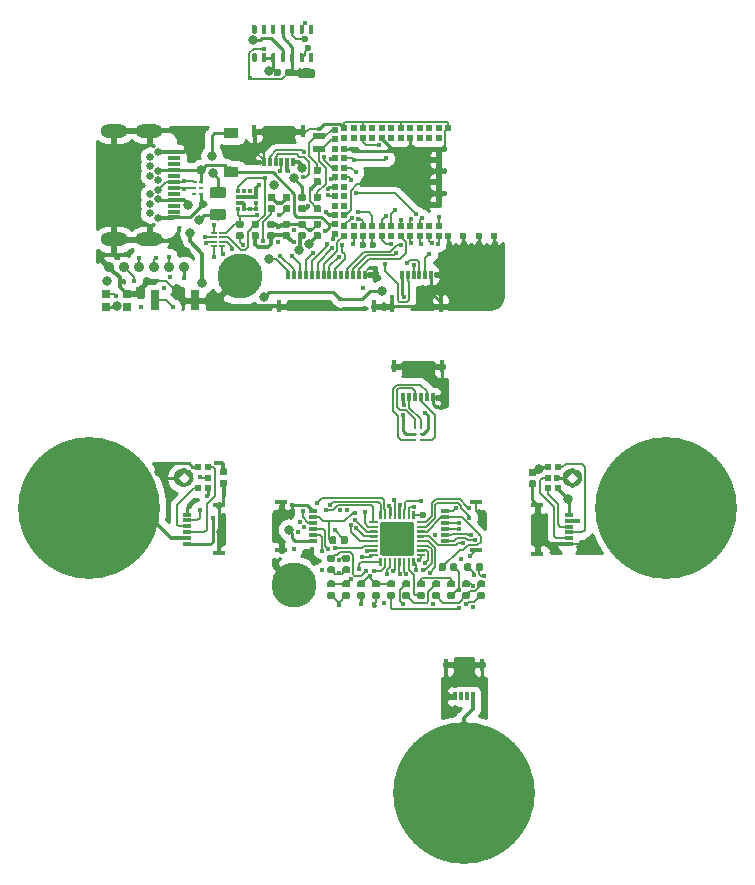
<source format=gtl>
G04 #@! TF.GenerationSoftware,KiCad,Pcbnew,(5.1.4-0-10_14)*
G04 #@! TF.CreationDate,2020-04-27T00:49:30-05:00*
G04 #@! TF.ProjectId,Lifedatalink_v1_revA,4c696665-6461-4746-916c-696e6b5f7631,rev?*
G04 #@! TF.SameCoordinates,Original*
G04 #@! TF.FileFunction,Copper,L1,Top*
G04 #@! TF.FilePolarity,Positive*
%FSLAX46Y46*%
G04 Gerber Fmt 4.6, Leading zero omitted, Abs format (unit mm)*
G04 Created by KiCad (PCBNEW (5.1.4-0-10_14)) date 2020-04-27 00:49:30*
%MOMM*%
%LPD*%
G04 APERTURE LIST*
%ADD10C,0.300000*%
%ADD11C,12.000000*%
%ADD12R,0.522000X0.600000*%
%ADD13C,0.300000*%
%ADD14R,1.000000X0.300000*%
%ADD15R,0.700000X0.300000*%
%ADD16C,3.800000*%
%ADD17R,0.800000X1.700000*%
%ADD18C,0.100000*%
%ADD19C,0.975000*%
%ADD20R,1.200000X0.900000*%
%ADD21C,0.900000*%
%ADD22R,0.300000X0.200000*%
%ADD23R,0.350000X0.200000*%
%ADD24C,0.590000*%
%ADD25R,0.500000X0.500000*%
%ADD26R,0.700000X0.700000*%
%ADD27R,0.300000X1.000000*%
%ADD28R,0.300000X0.700000*%
%ADD29R,0.530000X0.200000*%
%ADD30R,0.350000X0.375000*%
%ADD31R,0.375000X0.350000*%
%ADD32R,1.100000X0.300000*%
%ADD33C,0.650000*%
%ADD34O,2.300000X1.150000*%
%ADD35R,1.000000X0.500000*%
%ADD36C,0.350000*%
%ADD37C,0.265000*%
%ADD38C,0.200000*%
%ADD39C,2.900000*%
%ADD40C,0.400000*%
%ADD41C,0.800000*%
%ADD42C,0.600000*%
%ADD43C,0.250000*%
%ADD44C,0.200000*%
%ADD45C,0.152400*%
%ADD46C,0.254000*%
G04 APERTURE END LIST*
D10*
X109414640Y-110970060D02*
G75*
G03X109414640Y-110970060I-662000J0D01*
G01*
X76508940Y-110954820D02*
G75*
G03X76508940Y-110954820I-662000J0D01*
G01*
D11*
X67818000Y-113538000D03*
D12*
X106678640Y-110970060D03*
X106678640Y-110070060D03*
X107500640Y-110070060D03*
X107500640Y-111870060D03*
X106678640Y-111870060D03*
D13*
X108752640Y-110308060D03*
X108752640Y-111632060D03*
X108090640Y-110970060D03*
X109414640Y-110970060D03*
D14*
X105788140Y-117391560D03*
X105788140Y-113311560D03*
D15*
X108438140Y-116601560D03*
X108438140Y-116101560D03*
X108438140Y-115601560D03*
X108438140Y-115101560D03*
X108438140Y-114601560D03*
X108438140Y-114101560D03*
D14*
X78811440Y-113296320D03*
X78811440Y-117376320D03*
D15*
X76161440Y-114086320D03*
X76161440Y-114586320D03*
X76161440Y-115086320D03*
X76161440Y-115586320D03*
X76161440Y-116086320D03*
X76161440Y-116586320D03*
D16*
X80594200Y-93929200D03*
D17*
X73407800Y-95961200D03*
X76807800Y-95961200D03*
D18*
G36*
X79220142Y-86333174D02*
G01*
X79243803Y-86336684D01*
X79267007Y-86342496D01*
X79289529Y-86350554D01*
X79311153Y-86360782D01*
X79331670Y-86373079D01*
X79350883Y-86387329D01*
X79368607Y-86403393D01*
X79384671Y-86421117D01*
X79398921Y-86440330D01*
X79411218Y-86460847D01*
X79421446Y-86482471D01*
X79429504Y-86504993D01*
X79435316Y-86528197D01*
X79438826Y-86551858D01*
X79440000Y-86575750D01*
X79440000Y-87063250D01*
X79438826Y-87087142D01*
X79435316Y-87110803D01*
X79429504Y-87134007D01*
X79421446Y-87156529D01*
X79411218Y-87178153D01*
X79398921Y-87198670D01*
X79384671Y-87217883D01*
X79368607Y-87235607D01*
X79350883Y-87251671D01*
X79331670Y-87265921D01*
X79311153Y-87278218D01*
X79289529Y-87288446D01*
X79267007Y-87296504D01*
X79243803Y-87302316D01*
X79220142Y-87305826D01*
X79196250Y-87307000D01*
X78283750Y-87307000D01*
X78259858Y-87305826D01*
X78236197Y-87302316D01*
X78212993Y-87296504D01*
X78190471Y-87288446D01*
X78168847Y-87278218D01*
X78148330Y-87265921D01*
X78129117Y-87251671D01*
X78111393Y-87235607D01*
X78095329Y-87217883D01*
X78081079Y-87198670D01*
X78068782Y-87178153D01*
X78058554Y-87156529D01*
X78050496Y-87134007D01*
X78044684Y-87110803D01*
X78041174Y-87087142D01*
X78040000Y-87063250D01*
X78040000Y-86575750D01*
X78041174Y-86551858D01*
X78044684Y-86528197D01*
X78050496Y-86504993D01*
X78058554Y-86482471D01*
X78068782Y-86460847D01*
X78081079Y-86440330D01*
X78095329Y-86421117D01*
X78111393Y-86403393D01*
X78129117Y-86387329D01*
X78148330Y-86373079D01*
X78168847Y-86360782D01*
X78190471Y-86350554D01*
X78212993Y-86342496D01*
X78236197Y-86336684D01*
X78259858Y-86333174D01*
X78283750Y-86332000D01*
X79196250Y-86332000D01*
X79220142Y-86333174D01*
X79220142Y-86333174D01*
G37*
D19*
X78740000Y-86819500D03*
D18*
G36*
X79220142Y-88208174D02*
G01*
X79243803Y-88211684D01*
X79267007Y-88217496D01*
X79289529Y-88225554D01*
X79311153Y-88235782D01*
X79331670Y-88248079D01*
X79350883Y-88262329D01*
X79368607Y-88278393D01*
X79384671Y-88296117D01*
X79398921Y-88315330D01*
X79411218Y-88335847D01*
X79421446Y-88357471D01*
X79429504Y-88379993D01*
X79435316Y-88403197D01*
X79438826Y-88426858D01*
X79440000Y-88450750D01*
X79440000Y-88938250D01*
X79438826Y-88962142D01*
X79435316Y-88985803D01*
X79429504Y-89009007D01*
X79421446Y-89031529D01*
X79411218Y-89053153D01*
X79398921Y-89073670D01*
X79384671Y-89092883D01*
X79368607Y-89110607D01*
X79350883Y-89126671D01*
X79331670Y-89140921D01*
X79311153Y-89153218D01*
X79289529Y-89163446D01*
X79267007Y-89171504D01*
X79243803Y-89177316D01*
X79220142Y-89180826D01*
X79196250Y-89182000D01*
X78283750Y-89182000D01*
X78259858Y-89180826D01*
X78236197Y-89177316D01*
X78212993Y-89171504D01*
X78190471Y-89163446D01*
X78168847Y-89153218D01*
X78148330Y-89140921D01*
X78129117Y-89126671D01*
X78111393Y-89110607D01*
X78095329Y-89092883D01*
X78081079Y-89073670D01*
X78068782Y-89053153D01*
X78058554Y-89031529D01*
X78050496Y-89009007D01*
X78044684Y-88985803D01*
X78041174Y-88962142D01*
X78040000Y-88938250D01*
X78040000Y-88450750D01*
X78041174Y-88426858D01*
X78044684Y-88403197D01*
X78050496Y-88379993D01*
X78058554Y-88357471D01*
X78068782Y-88335847D01*
X78081079Y-88315330D01*
X78095329Y-88296117D01*
X78111393Y-88278393D01*
X78129117Y-88262329D01*
X78148330Y-88248079D01*
X78168847Y-88235782D01*
X78190471Y-88225554D01*
X78212993Y-88217496D01*
X78236197Y-88211684D01*
X78259858Y-88208174D01*
X78283750Y-88207000D01*
X79196250Y-88207000D01*
X79220142Y-88208174D01*
X79220142Y-88208174D01*
G37*
D19*
X78740000Y-88694500D03*
D20*
X79883000Y-85089000D03*
X79883000Y-81789000D03*
D21*
X69519800Y-93167200D03*
X70789800Y-93167200D03*
X72059800Y-93167200D03*
X73329800Y-93167200D03*
X74599800Y-93167200D03*
X75869800Y-93167200D03*
D22*
X77338200Y-85936200D03*
X77338200Y-86436200D03*
X77338200Y-86936200D03*
X76738200Y-86936200D03*
X76738200Y-86436200D03*
D23*
X76763200Y-85936200D03*
D12*
X77920940Y-110954820D03*
X77920940Y-111854820D03*
X77098940Y-111854820D03*
X77098940Y-110054820D03*
X77920940Y-110054820D03*
D13*
X75846940Y-111616820D03*
X75846940Y-110292820D03*
X76508940Y-110954820D03*
X75184940Y-110954820D03*
D16*
X85227160Y-120042940D03*
D11*
X99568000Y-137668000D03*
D18*
G36*
X97908918Y-118225050D02*
G01*
X97923236Y-118227174D01*
X97937277Y-118230691D01*
X97950906Y-118235568D01*
X97963991Y-118241757D01*
X97976407Y-118249198D01*
X97988033Y-118257821D01*
X97998758Y-118267542D01*
X98008479Y-118278267D01*
X98017102Y-118289893D01*
X98024543Y-118302309D01*
X98030732Y-118315394D01*
X98035609Y-118329023D01*
X98039126Y-118343064D01*
X98041250Y-118357382D01*
X98041960Y-118371840D01*
X98041960Y-118716840D01*
X98041250Y-118731298D01*
X98039126Y-118745616D01*
X98035609Y-118759657D01*
X98030732Y-118773286D01*
X98024543Y-118786371D01*
X98017102Y-118798787D01*
X98008479Y-118810413D01*
X97998758Y-118821138D01*
X97988033Y-118830859D01*
X97976407Y-118839482D01*
X97963991Y-118846923D01*
X97950906Y-118853112D01*
X97937277Y-118857989D01*
X97923236Y-118861506D01*
X97908918Y-118863630D01*
X97894460Y-118864340D01*
X97599460Y-118864340D01*
X97585002Y-118863630D01*
X97570684Y-118861506D01*
X97556643Y-118857989D01*
X97543014Y-118853112D01*
X97529929Y-118846923D01*
X97517513Y-118839482D01*
X97505887Y-118830859D01*
X97495162Y-118821138D01*
X97485441Y-118810413D01*
X97476818Y-118798787D01*
X97469377Y-118786371D01*
X97463188Y-118773286D01*
X97458311Y-118759657D01*
X97454794Y-118745616D01*
X97452670Y-118731298D01*
X97451960Y-118716840D01*
X97451960Y-118371840D01*
X97452670Y-118357382D01*
X97454794Y-118343064D01*
X97458311Y-118329023D01*
X97463188Y-118315394D01*
X97469377Y-118302309D01*
X97476818Y-118289893D01*
X97485441Y-118278267D01*
X97495162Y-118267542D01*
X97505887Y-118257821D01*
X97517513Y-118249198D01*
X97529929Y-118241757D01*
X97543014Y-118235568D01*
X97556643Y-118230691D01*
X97570684Y-118227174D01*
X97585002Y-118225050D01*
X97599460Y-118224340D01*
X97894460Y-118224340D01*
X97908918Y-118225050D01*
X97908918Y-118225050D01*
G37*
D24*
X97746960Y-118544340D03*
D18*
G36*
X98878918Y-118225050D02*
G01*
X98893236Y-118227174D01*
X98907277Y-118230691D01*
X98920906Y-118235568D01*
X98933991Y-118241757D01*
X98946407Y-118249198D01*
X98958033Y-118257821D01*
X98968758Y-118267542D01*
X98978479Y-118278267D01*
X98987102Y-118289893D01*
X98994543Y-118302309D01*
X99000732Y-118315394D01*
X99005609Y-118329023D01*
X99009126Y-118343064D01*
X99011250Y-118357382D01*
X99011960Y-118371840D01*
X99011960Y-118716840D01*
X99011250Y-118731298D01*
X99009126Y-118745616D01*
X99005609Y-118759657D01*
X99000732Y-118773286D01*
X98994543Y-118786371D01*
X98987102Y-118798787D01*
X98978479Y-118810413D01*
X98968758Y-118821138D01*
X98958033Y-118830859D01*
X98946407Y-118839482D01*
X98933991Y-118846923D01*
X98920906Y-118853112D01*
X98907277Y-118857989D01*
X98893236Y-118861506D01*
X98878918Y-118863630D01*
X98864460Y-118864340D01*
X98569460Y-118864340D01*
X98555002Y-118863630D01*
X98540684Y-118861506D01*
X98526643Y-118857989D01*
X98513014Y-118853112D01*
X98499929Y-118846923D01*
X98487513Y-118839482D01*
X98475887Y-118830859D01*
X98465162Y-118821138D01*
X98455441Y-118810413D01*
X98446818Y-118798787D01*
X98439377Y-118786371D01*
X98433188Y-118773286D01*
X98428311Y-118759657D01*
X98424794Y-118745616D01*
X98422670Y-118731298D01*
X98421960Y-118716840D01*
X98421960Y-118371840D01*
X98422670Y-118357382D01*
X98424794Y-118343064D01*
X98428311Y-118329023D01*
X98433188Y-118315394D01*
X98439377Y-118302309D01*
X98446818Y-118289893D01*
X98455441Y-118278267D01*
X98465162Y-118267542D01*
X98475887Y-118257821D01*
X98487513Y-118249198D01*
X98499929Y-118241757D01*
X98513014Y-118235568D01*
X98526643Y-118230691D01*
X98540684Y-118227174D01*
X98555002Y-118225050D01*
X98569460Y-118224340D01*
X98864460Y-118224340D01*
X98878918Y-118225050D01*
X98878918Y-118225050D01*
G37*
D24*
X98716960Y-118544340D03*
D14*
X84127020Y-117112160D03*
X84127020Y-113032160D03*
D15*
X86777020Y-116322160D03*
X86777020Y-115822160D03*
X86777020Y-115322160D03*
X86777020Y-114822160D03*
X86777020Y-114322160D03*
X86777020Y-113822160D03*
D11*
X116713000Y-113538000D03*
D14*
X100624960Y-113032160D03*
X100624960Y-117112160D03*
D15*
X97974960Y-113822160D03*
X97974960Y-114322160D03*
X97974960Y-114822160D03*
X97974960Y-115322160D03*
X97974960Y-115822160D03*
X97974960Y-116322160D03*
D25*
X97431800Y-84053200D03*
X97431800Y-85928200D03*
X97431800Y-87803200D03*
X102131800Y-90478200D03*
X100831800Y-90478200D03*
X99531800Y-90478200D03*
X98231800Y-81378200D03*
X98231800Y-90478200D03*
X97431800Y-82178200D03*
X97431800Y-81378200D03*
X96631800Y-82178200D03*
X96631800Y-81378200D03*
X95831800Y-82178200D03*
X95831800Y-81378200D03*
X95031800Y-82178200D03*
X95031800Y-81378200D03*
X94231800Y-82178200D03*
X94231800Y-81378200D03*
X93431800Y-82178200D03*
X93431800Y-81378200D03*
X92631800Y-82178200D03*
X92631800Y-81378200D03*
X91831800Y-82178200D03*
X91831800Y-81378200D03*
X91031800Y-82178200D03*
X91031800Y-81378200D03*
X90231800Y-82178200D03*
X90231800Y-81378200D03*
X89431800Y-82178200D03*
X89431800Y-81378200D03*
X88631800Y-81528200D03*
X88631800Y-82328200D03*
X89431800Y-83128200D03*
X88631800Y-83128200D03*
X89431800Y-83928200D03*
X88631800Y-83928200D03*
X89431800Y-84728200D03*
X88631800Y-84728200D03*
X89431800Y-85528200D03*
X88631800Y-85528200D03*
X89431800Y-86328200D03*
X88631800Y-86328200D03*
X89431800Y-87128200D03*
X88631800Y-87128200D03*
X89431800Y-87928200D03*
X88631800Y-87928200D03*
X89431800Y-88728200D03*
X88631800Y-88728200D03*
X88631800Y-89528200D03*
X88631800Y-90328200D03*
X89431800Y-89678200D03*
X89431800Y-90478200D03*
X90231800Y-89678200D03*
X90231800Y-90478200D03*
X91031800Y-89678200D03*
X91031800Y-90478200D03*
X91831800Y-89678200D03*
X91831800Y-90478200D03*
X92631800Y-89678200D03*
X92631800Y-90478200D03*
X93431800Y-89678200D03*
X93431800Y-90478200D03*
X94231800Y-89678200D03*
X94231800Y-90478200D03*
X95031800Y-89678200D03*
X95031800Y-90478200D03*
X95831800Y-89678200D03*
X95831800Y-90478200D03*
X96631800Y-89678200D03*
X96631800Y-90478200D03*
X97431800Y-89678200D03*
X97431800Y-90478200D03*
D26*
X71069800Y-95411200D03*
X71069800Y-96511200D03*
X69239800Y-96511200D03*
X69239800Y-95411200D03*
D27*
X91974800Y-96452200D03*
X83894800Y-96452200D03*
D28*
X91184800Y-93802200D03*
X90684800Y-93802200D03*
X90184800Y-93802200D03*
X89684800Y-93802200D03*
X89184800Y-93802200D03*
X88684800Y-93802200D03*
X88184800Y-93802200D03*
X87684800Y-93802200D03*
X87184800Y-93802200D03*
X86684800Y-93802200D03*
X86184800Y-93802200D03*
X85684800Y-93802200D03*
X85184800Y-93802200D03*
X84684800Y-93802200D03*
D18*
G36*
X89607918Y-115939050D02*
G01*
X89622236Y-115941174D01*
X89636277Y-115944691D01*
X89649906Y-115949568D01*
X89662991Y-115955757D01*
X89675407Y-115963198D01*
X89687033Y-115971821D01*
X89697758Y-115981542D01*
X89707479Y-115992267D01*
X89716102Y-116003893D01*
X89723543Y-116016309D01*
X89729732Y-116029394D01*
X89734609Y-116043023D01*
X89738126Y-116057064D01*
X89740250Y-116071382D01*
X89740960Y-116085840D01*
X89740960Y-116430840D01*
X89740250Y-116445298D01*
X89738126Y-116459616D01*
X89734609Y-116473657D01*
X89729732Y-116487286D01*
X89723543Y-116500371D01*
X89716102Y-116512787D01*
X89707479Y-116524413D01*
X89697758Y-116535138D01*
X89687033Y-116544859D01*
X89675407Y-116553482D01*
X89662991Y-116560923D01*
X89649906Y-116567112D01*
X89636277Y-116571989D01*
X89622236Y-116575506D01*
X89607918Y-116577630D01*
X89593460Y-116578340D01*
X89298460Y-116578340D01*
X89284002Y-116577630D01*
X89269684Y-116575506D01*
X89255643Y-116571989D01*
X89242014Y-116567112D01*
X89228929Y-116560923D01*
X89216513Y-116553482D01*
X89204887Y-116544859D01*
X89194162Y-116535138D01*
X89184441Y-116524413D01*
X89175818Y-116512787D01*
X89168377Y-116500371D01*
X89162188Y-116487286D01*
X89157311Y-116473657D01*
X89153794Y-116459616D01*
X89151670Y-116445298D01*
X89150960Y-116430840D01*
X89150960Y-116085840D01*
X89151670Y-116071382D01*
X89153794Y-116057064D01*
X89157311Y-116043023D01*
X89162188Y-116029394D01*
X89168377Y-116016309D01*
X89175818Y-116003893D01*
X89184441Y-115992267D01*
X89194162Y-115981542D01*
X89204887Y-115971821D01*
X89216513Y-115963198D01*
X89228929Y-115955757D01*
X89242014Y-115949568D01*
X89255643Y-115944691D01*
X89269684Y-115941174D01*
X89284002Y-115939050D01*
X89298460Y-115938340D01*
X89593460Y-115938340D01*
X89607918Y-115939050D01*
X89607918Y-115939050D01*
G37*
D24*
X89445960Y-116258340D03*
D18*
G36*
X88637918Y-115939050D02*
G01*
X88652236Y-115941174D01*
X88666277Y-115944691D01*
X88679906Y-115949568D01*
X88692991Y-115955757D01*
X88705407Y-115963198D01*
X88717033Y-115971821D01*
X88727758Y-115981542D01*
X88737479Y-115992267D01*
X88746102Y-116003893D01*
X88753543Y-116016309D01*
X88759732Y-116029394D01*
X88764609Y-116043023D01*
X88768126Y-116057064D01*
X88770250Y-116071382D01*
X88770960Y-116085840D01*
X88770960Y-116430840D01*
X88770250Y-116445298D01*
X88768126Y-116459616D01*
X88764609Y-116473657D01*
X88759732Y-116487286D01*
X88753543Y-116500371D01*
X88746102Y-116512787D01*
X88737479Y-116524413D01*
X88727758Y-116535138D01*
X88717033Y-116544859D01*
X88705407Y-116553482D01*
X88692991Y-116560923D01*
X88679906Y-116567112D01*
X88666277Y-116571989D01*
X88652236Y-116575506D01*
X88637918Y-116577630D01*
X88623460Y-116578340D01*
X88328460Y-116578340D01*
X88314002Y-116577630D01*
X88299684Y-116575506D01*
X88285643Y-116571989D01*
X88272014Y-116567112D01*
X88258929Y-116560923D01*
X88246513Y-116553482D01*
X88234887Y-116544859D01*
X88224162Y-116535138D01*
X88214441Y-116524413D01*
X88205818Y-116512787D01*
X88198377Y-116500371D01*
X88192188Y-116487286D01*
X88187311Y-116473657D01*
X88183794Y-116459616D01*
X88181670Y-116445298D01*
X88180960Y-116430840D01*
X88180960Y-116085840D01*
X88181670Y-116071382D01*
X88183794Y-116057064D01*
X88187311Y-116043023D01*
X88192188Y-116029394D01*
X88198377Y-116016309D01*
X88205818Y-116003893D01*
X88214441Y-115992267D01*
X88224162Y-115981542D01*
X88234887Y-115971821D01*
X88246513Y-115963198D01*
X88258929Y-115955757D01*
X88272014Y-115949568D01*
X88285643Y-115944691D01*
X88299684Y-115941174D01*
X88314002Y-115939050D01*
X88328460Y-115938340D01*
X88623460Y-115938340D01*
X88637918Y-115939050D01*
X88637918Y-115939050D01*
G37*
D24*
X88475960Y-116258340D03*
D18*
G36*
X105561398Y-110228870D02*
G01*
X105575716Y-110230994D01*
X105589757Y-110234511D01*
X105603386Y-110239388D01*
X105616471Y-110245577D01*
X105628887Y-110253018D01*
X105640513Y-110261641D01*
X105651238Y-110271362D01*
X105660959Y-110282087D01*
X105669582Y-110293713D01*
X105677023Y-110306129D01*
X105683212Y-110319214D01*
X105688089Y-110332843D01*
X105691606Y-110346884D01*
X105693730Y-110361202D01*
X105694440Y-110375660D01*
X105694440Y-110670660D01*
X105693730Y-110685118D01*
X105691606Y-110699436D01*
X105688089Y-110713477D01*
X105683212Y-110727106D01*
X105677023Y-110740191D01*
X105669582Y-110752607D01*
X105660959Y-110764233D01*
X105651238Y-110774958D01*
X105640513Y-110784679D01*
X105628887Y-110793302D01*
X105616471Y-110800743D01*
X105603386Y-110806932D01*
X105589757Y-110811809D01*
X105575716Y-110815326D01*
X105561398Y-110817450D01*
X105546940Y-110818160D01*
X105201940Y-110818160D01*
X105187482Y-110817450D01*
X105173164Y-110815326D01*
X105159123Y-110811809D01*
X105145494Y-110806932D01*
X105132409Y-110800743D01*
X105119993Y-110793302D01*
X105108367Y-110784679D01*
X105097642Y-110774958D01*
X105087921Y-110764233D01*
X105079298Y-110752607D01*
X105071857Y-110740191D01*
X105065668Y-110727106D01*
X105060791Y-110713477D01*
X105057274Y-110699436D01*
X105055150Y-110685118D01*
X105054440Y-110670660D01*
X105054440Y-110375660D01*
X105055150Y-110361202D01*
X105057274Y-110346884D01*
X105060791Y-110332843D01*
X105065668Y-110319214D01*
X105071857Y-110306129D01*
X105079298Y-110293713D01*
X105087921Y-110282087D01*
X105097642Y-110271362D01*
X105108367Y-110261641D01*
X105119993Y-110253018D01*
X105132409Y-110245577D01*
X105145494Y-110239388D01*
X105159123Y-110234511D01*
X105173164Y-110230994D01*
X105187482Y-110228870D01*
X105201940Y-110228160D01*
X105546940Y-110228160D01*
X105561398Y-110228870D01*
X105561398Y-110228870D01*
G37*
D24*
X105374440Y-110523160D03*
D18*
G36*
X105561398Y-111198870D02*
G01*
X105575716Y-111200994D01*
X105589757Y-111204511D01*
X105603386Y-111209388D01*
X105616471Y-111215577D01*
X105628887Y-111223018D01*
X105640513Y-111231641D01*
X105651238Y-111241362D01*
X105660959Y-111252087D01*
X105669582Y-111263713D01*
X105677023Y-111276129D01*
X105683212Y-111289214D01*
X105688089Y-111302843D01*
X105691606Y-111316884D01*
X105693730Y-111331202D01*
X105694440Y-111345660D01*
X105694440Y-111640660D01*
X105693730Y-111655118D01*
X105691606Y-111669436D01*
X105688089Y-111683477D01*
X105683212Y-111697106D01*
X105677023Y-111710191D01*
X105669582Y-111722607D01*
X105660959Y-111734233D01*
X105651238Y-111744958D01*
X105640513Y-111754679D01*
X105628887Y-111763302D01*
X105616471Y-111770743D01*
X105603386Y-111776932D01*
X105589757Y-111781809D01*
X105575716Y-111785326D01*
X105561398Y-111787450D01*
X105546940Y-111788160D01*
X105201940Y-111788160D01*
X105187482Y-111787450D01*
X105173164Y-111785326D01*
X105159123Y-111781809D01*
X105145494Y-111776932D01*
X105132409Y-111770743D01*
X105119993Y-111763302D01*
X105108367Y-111754679D01*
X105097642Y-111744958D01*
X105087921Y-111734233D01*
X105079298Y-111722607D01*
X105071857Y-111710191D01*
X105065668Y-111697106D01*
X105060791Y-111683477D01*
X105057274Y-111669436D01*
X105055150Y-111655118D01*
X105054440Y-111640660D01*
X105054440Y-111345660D01*
X105055150Y-111331202D01*
X105057274Y-111316884D01*
X105060791Y-111302843D01*
X105065668Y-111289214D01*
X105071857Y-111276129D01*
X105079298Y-111263713D01*
X105087921Y-111252087D01*
X105097642Y-111241362D01*
X105108367Y-111231641D01*
X105119993Y-111223018D01*
X105132409Y-111215577D01*
X105145494Y-111209388D01*
X105159123Y-111204511D01*
X105173164Y-111200994D01*
X105187482Y-111198870D01*
X105201940Y-111198160D01*
X105546940Y-111198160D01*
X105561398Y-111198870D01*
X105561398Y-111198870D01*
G37*
D24*
X105374440Y-111493160D03*
D18*
G36*
X79399398Y-110175530D02*
G01*
X79413716Y-110177654D01*
X79427757Y-110181171D01*
X79441386Y-110186048D01*
X79454471Y-110192237D01*
X79466887Y-110199678D01*
X79478513Y-110208301D01*
X79489238Y-110218022D01*
X79498959Y-110228747D01*
X79507582Y-110240373D01*
X79515023Y-110252789D01*
X79521212Y-110265874D01*
X79526089Y-110279503D01*
X79529606Y-110293544D01*
X79531730Y-110307862D01*
X79532440Y-110322320D01*
X79532440Y-110617320D01*
X79531730Y-110631778D01*
X79529606Y-110646096D01*
X79526089Y-110660137D01*
X79521212Y-110673766D01*
X79515023Y-110686851D01*
X79507582Y-110699267D01*
X79498959Y-110710893D01*
X79489238Y-110721618D01*
X79478513Y-110731339D01*
X79466887Y-110739962D01*
X79454471Y-110747403D01*
X79441386Y-110753592D01*
X79427757Y-110758469D01*
X79413716Y-110761986D01*
X79399398Y-110764110D01*
X79384940Y-110764820D01*
X79039940Y-110764820D01*
X79025482Y-110764110D01*
X79011164Y-110761986D01*
X78997123Y-110758469D01*
X78983494Y-110753592D01*
X78970409Y-110747403D01*
X78957993Y-110739962D01*
X78946367Y-110731339D01*
X78935642Y-110721618D01*
X78925921Y-110710893D01*
X78917298Y-110699267D01*
X78909857Y-110686851D01*
X78903668Y-110673766D01*
X78898791Y-110660137D01*
X78895274Y-110646096D01*
X78893150Y-110631778D01*
X78892440Y-110617320D01*
X78892440Y-110322320D01*
X78893150Y-110307862D01*
X78895274Y-110293544D01*
X78898791Y-110279503D01*
X78903668Y-110265874D01*
X78909857Y-110252789D01*
X78917298Y-110240373D01*
X78925921Y-110228747D01*
X78935642Y-110218022D01*
X78946367Y-110208301D01*
X78957993Y-110199678D01*
X78970409Y-110192237D01*
X78983494Y-110186048D01*
X78997123Y-110181171D01*
X79011164Y-110177654D01*
X79025482Y-110175530D01*
X79039940Y-110174820D01*
X79384940Y-110174820D01*
X79399398Y-110175530D01*
X79399398Y-110175530D01*
G37*
D24*
X79212440Y-110469820D03*
D18*
G36*
X79399398Y-111145530D02*
G01*
X79413716Y-111147654D01*
X79427757Y-111151171D01*
X79441386Y-111156048D01*
X79454471Y-111162237D01*
X79466887Y-111169678D01*
X79478513Y-111178301D01*
X79489238Y-111188022D01*
X79498959Y-111198747D01*
X79507582Y-111210373D01*
X79515023Y-111222789D01*
X79521212Y-111235874D01*
X79526089Y-111249503D01*
X79529606Y-111263544D01*
X79531730Y-111277862D01*
X79532440Y-111292320D01*
X79532440Y-111587320D01*
X79531730Y-111601778D01*
X79529606Y-111616096D01*
X79526089Y-111630137D01*
X79521212Y-111643766D01*
X79515023Y-111656851D01*
X79507582Y-111669267D01*
X79498959Y-111680893D01*
X79489238Y-111691618D01*
X79478513Y-111701339D01*
X79466887Y-111709962D01*
X79454471Y-111717403D01*
X79441386Y-111723592D01*
X79427757Y-111728469D01*
X79413716Y-111731986D01*
X79399398Y-111734110D01*
X79384940Y-111734820D01*
X79039940Y-111734820D01*
X79025482Y-111734110D01*
X79011164Y-111731986D01*
X78997123Y-111728469D01*
X78983494Y-111723592D01*
X78970409Y-111717403D01*
X78957993Y-111709962D01*
X78946367Y-111701339D01*
X78935642Y-111691618D01*
X78925921Y-111680893D01*
X78917298Y-111669267D01*
X78909857Y-111656851D01*
X78903668Y-111643766D01*
X78898791Y-111630137D01*
X78895274Y-111616096D01*
X78893150Y-111601778D01*
X78892440Y-111587320D01*
X78892440Y-111292320D01*
X78893150Y-111277862D01*
X78895274Y-111263544D01*
X78898791Y-111249503D01*
X78903668Y-111235874D01*
X78909857Y-111222789D01*
X78917298Y-111210373D01*
X78925921Y-111198747D01*
X78935642Y-111188022D01*
X78946367Y-111178301D01*
X78957993Y-111169678D01*
X78970409Y-111162237D01*
X78983494Y-111156048D01*
X78997123Y-111151171D01*
X79011164Y-111147654D01*
X79025482Y-111145530D01*
X79039940Y-111144820D01*
X79384940Y-111144820D01*
X79399398Y-111145530D01*
X79399398Y-111145530D01*
G37*
D24*
X79212440Y-111439820D03*
D29*
X78405000Y-91330000D03*
X78405000Y-90980000D03*
X78405000Y-90630000D03*
X78405000Y-90280000D03*
X79075000Y-90280000D03*
X79075000Y-90630000D03*
X79075000Y-90980000D03*
X79075000Y-91330000D03*
D30*
X80953800Y-86689700D03*
X81453800Y-86689700D03*
X81453800Y-88214700D03*
X80953800Y-88214700D03*
D31*
X81966300Y-86702200D03*
X80441300Y-86702200D03*
X81966300Y-88202200D03*
X80441300Y-88202200D03*
X81966300Y-87702200D03*
X81966300Y-87202200D03*
X80441300Y-87702200D03*
X80441300Y-87202200D03*
D18*
G36*
X84756258Y-87896910D02*
G01*
X84770576Y-87899034D01*
X84784617Y-87902551D01*
X84798246Y-87907428D01*
X84811331Y-87913617D01*
X84823747Y-87921058D01*
X84835373Y-87929681D01*
X84846098Y-87939402D01*
X84855819Y-87950127D01*
X84864442Y-87961753D01*
X84871883Y-87974169D01*
X84878072Y-87987254D01*
X84882949Y-88000883D01*
X84886466Y-88014924D01*
X84888590Y-88029242D01*
X84889300Y-88043700D01*
X84889300Y-88338700D01*
X84888590Y-88353158D01*
X84886466Y-88367476D01*
X84882949Y-88381517D01*
X84878072Y-88395146D01*
X84871883Y-88408231D01*
X84864442Y-88420647D01*
X84855819Y-88432273D01*
X84846098Y-88442998D01*
X84835373Y-88452719D01*
X84823747Y-88461342D01*
X84811331Y-88468783D01*
X84798246Y-88474972D01*
X84784617Y-88479849D01*
X84770576Y-88483366D01*
X84756258Y-88485490D01*
X84741800Y-88486200D01*
X84396800Y-88486200D01*
X84382342Y-88485490D01*
X84368024Y-88483366D01*
X84353983Y-88479849D01*
X84340354Y-88474972D01*
X84327269Y-88468783D01*
X84314853Y-88461342D01*
X84303227Y-88452719D01*
X84292502Y-88442998D01*
X84282781Y-88432273D01*
X84274158Y-88420647D01*
X84266717Y-88408231D01*
X84260528Y-88395146D01*
X84255651Y-88381517D01*
X84252134Y-88367476D01*
X84250010Y-88353158D01*
X84249300Y-88338700D01*
X84249300Y-88043700D01*
X84250010Y-88029242D01*
X84252134Y-88014924D01*
X84255651Y-88000883D01*
X84260528Y-87987254D01*
X84266717Y-87974169D01*
X84274158Y-87961753D01*
X84282781Y-87950127D01*
X84292502Y-87939402D01*
X84303227Y-87929681D01*
X84314853Y-87921058D01*
X84327269Y-87913617D01*
X84340354Y-87907428D01*
X84353983Y-87902551D01*
X84368024Y-87899034D01*
X84382342Y-87896910D01*
X84396800Y-87896200D01*
X84741800Y-87896200D01*
X84756258Y-87896910D01*
X84756258Y-87896910D01*
G37*
D24*
X84569300Y-88191200D03*
D18*
G36*
X84756258Y-86926910D02*
G01*
X84770576Y-86929034D01*
X84784617Y-86932551D01*
X84798246Y-86937428D01*
X84811331Y-86943617D01*
X84823747Y-86951058D01*
X84835373Y-86959681D01*
X84846098Y-86969402D01*
X84855819Y-86980127D01*
X84864442Y-86991753D01*
X84871883Y-87004169D01*
X84878072Y-87017254D01*
X84882949Y-87030883D01*
X84886466Y-87044924D01*
X84888590Y-87059242D01*
X84889300Y-87073700D01*
X84889300Y-87368700D01*
X84888590Y-87383158D01*
X84886466Y-87397476D01*
X84882949Y-87411517D01*
X84878072Y-87425146D01*
X84871883Y-87438231D01*
X84864442Y-87450647D01*
X84855819Y-87462273D01*
X84846098Y-87472998D01*
X84835373Y-87482719D01*
X84823747Y-87491342D01*
X84811331Y-87498783D01*
X84798246Y-87504972D01*
X84784617Y-87509849D01*
X84770576Y-87513366D01*
X84756258Y-87515490D01*
X84741800Y-87516200D01*
X84396800Y-87516200D01*
X84382342Y-87515490D01*
X84368024Y-87513366D01*
X84353983Y-87509849D01*
X84340354Y-87504972D01*
X84327269Y-87498783D01*
X84314853Y-87491342D01*
X84303227Y-87482719D01*
X84292502Y-87472998D01*
X84282781Y-87462273D01*
X84274158Y-87450647D01*
X84266717Y-87438231D01*
X84260528Y-87425146D01*
X84255651Y-87411517D01*
X84252134Y-87397476D01*
X84250010Y-87383158D01*
X84249300Y-87368700D01*
X84249300Y-87073700D01*
X84250010Y-87059242D01*
X84252134Y-87044924D01*
X84255651Y-87030883D01*
X84260528Y-87017254D01*
X84266717Y-87004169D01*
X84274158Y-86991753D01*
X84282781Y-86980127D01*
X84292502Y-86969402D01*
X84303227Y-86959681D01*
X84314853Y-86951058D01*
X84327269Y-86943617D01*
X84340354Y-86937428D01*
X84353983Y-86932551D01*
X84368024Y-86929034D01*
X84382342Y-86926910D01*
X84396800Y-86926200D01*
X84741800Y-86926200D01*
X84756258Y-86926910D01*
X84756258Y-86926910D01*
G37*
D24*
X84569300Y-87221200D03*
D18*
G36*
X83454508Y-87896910D02*
G01*
X83468826Y-87899034D01*
X83482867Y-87902551D01*
X83496496Y-87907428D01*
X83509581Y-87913617D01*
X83521997Y-87921058D01*
X83533623Y-87929681D01*
X83544348Y-87939402D01*
X83554069Y-87950127D01*
X83562692Y-87961753D01*
X83570133Y-87974169D01*
X83576322Y-87987254D01*
X83581199Y-88000883D01*
X83584716Y-88014924D01*
X83586840Y-88029242D01*
X83587550Y-88043700D01*
X83587550Y-88338700D01*
X83586840Y-88353158D01*
X83584716Y-88367476D01*
X83581199Y-88381517D01*
X83576322Y-88395146D01*
X83570133Y-88408231D01*
X83562692Y-88420647D01*
X83554069Y-88432273D01*
X83544348Y-88442998D01*
X83533623Y-88452719D01*
X83521997Y-88461342D01*
X83509581Y-88468783D01*
X83496496Y-88474972D01*
X83482867Y-88479849D01*
X83468826Y-88483366D01*
X83454508Y-88485490D01*
X83440050Y-88486200D01*
X83095050Y-88486200D01*
X83080592Y-88485490D01*
X83066274Y-88483366D01*
X83052233Y-88479849D01*
X83038604Y-88474972D01*
X83025519Y-88468783D01*
X83013103Y-88461342D01*
X83001477Y-88452719D01*
X82990752Y-88442998D01*
X82981031Y-88432273D01*
X82972408Y-88420647D01*
X82964967Y-88408231D01*
X82958778Y-88395146D01*
X82953901Y-88381517D01*
X82950384Y-88367476D01*
X82948260Y-88353158D01*
X82947550Y-88338700D01*
X82947550Y-88043700D01*
X82948260Y-88029242D01*
X82950384Y-88014924D01*
X82953901Y-88000883D01*
X82958778Y-87987254D01*
X82964967Y-87974169D01*
X82972408Y-87961753D01*
X82981031Y-87950127D01*
X82990752Y-87939402D01*
X83001477Y-87929681D01*
X83013103Y-87921058D01*
X83025519Y-87913617D01*
X83038604Y-87907428D01*
X83052233Y-87902551D01*
X83066274Y-87899034D01*
X83080592Y-87896910D01*
X83095050Y-87896200D01*
X83440050Y-87896200D01*
X83454508Y-87896910D01*
X83454508Y-87896910D01*
G37*
D24*
X83267550Y-88191200D03*
D18*
G36*
X83454508Y-86926910D02*
G01*
X83468826Y-86929034D01*
X83482867Y-86932551D01*
X83496496Y-86937428D01*
X83509581Y-86943617D01*
X83521997Y-86951058D01*
X83533623Y-86959681D01*
X83544348Y-86969402D01*
X83554069Y-86980127D01*
X83562692Y-86991753D01*
X83570133Y-87004169D01*
X83576322Y-87017254D01*
X83581199Y-87030883D01*
X83584716Y-87044924D01*
X83586840Y-87059242D01*
X83587550Y-87073700D01*
X83587550Y-87368700D01*
X83586840Y-87383158D01*
X83584716Y-87397476D01*
X83581199Y-87411517D01*
X83576322Y-87425146D01*
X83570133Y-87438231D01*
X83562692Y-87450647D01*
X83554069Y-87462273D01*
X83544348Y-87472998D01*
X83533623Y-87482719D01*
X83521997Y-87491342D01*
X83509581Y-87498783D01*
X83496496Y-87504972D01*
X83482867Y-87509849D01*
X83468826Y-87513366D01*
X83454508Y-87515490D01*
X83440050Y-87516200D01*
X83095050Y-87516200D01*
X83080592Y-87515490D01*
X83066274Y-87513366D01*
X83052233Y-87509849D01*
X83038604Y-87504972D01*
X83025519Y-87498783D01*
X83013103Y-87491342D01*
X83001477Y-87482719D01*
X82990752Y-87472998D01*
X82981031Y-87462273D01*
X82972408Y-87450647D01*
X82964967Y-87438231D01*
X82958778Y-87425146D01*
X82953901Y-87411517D01*
X82950384Y-87397476D01*
X82948260Y-87383158D01*
X82947550Y-87368700D01*
X82947550Y-87073700D01*
X82948260Y-87059242D01*
X82950384Y-87044924D01*
X82953901Y-87030883D01*
X82958778Y-87017254D01*
X82964967Y-87004169D01*
X82972408Y-86991753D01*
X82981031Y-86980127D01*
X82990752Y-86969402D01*
X83001477Y-86959681D01*
X83013103Y-86951058D01*
X83025519Y-86943617D01*
X83038604Y-86937428D01*
X83052233Y-86932551D01*
X83066274Y-86929034D01*
X83080592Y-86926910D01*
X83095050Y-86926200D01*
X83440050Y-86926200D01*
X83454508Y-86926910D01*
X83454508Y-86926910D01*
G37*
D24*
X83267550Y-87221200D03*
D18*
G36*
X86058008Y-87896910D02*
G01*
X86072326Y-87899034D01*
X86086367Y-87902551D01*
X86099996Y-87907428D01*
X86113081Y-87913617D01*
X86125497Y-87921058D01*
X86137123Y-87929681D01*
X86147848Y-87939402D01*
X86157569Y-87950127D01*
X86166192Y-87961753D01*
X86173633Y-87974169D01*
X86179822Y-87987254D01*
X86184699Y-88000883D01*
X86188216Y-88014924D01*
X86190340Y-88029242D01*
X86191050Y-88043700D01*
X86191050Y-88338700D01*
X86190340Y-88353158D01*
X86188216Y-88367476D01*
X86184699Y-88381517D01*
X86179822Y-88395146D01*
X86173633Y-88408231D01*
X86166192Y-88420647D01*
X86157569Y-88432273D01*
X86147848Y-88442998D01*
X86137123Y-88452719D01*
X86125497Y-88461342D01*
X86113081Y-88468783D01*
X86099996Y-88474972D01*
X86086367Y-88479849D01*
X86072326Y-88483366D01*
X86058008Y-88485490D01*
X86043550Y-88486200D01*
X85698550Y-88486200D01*
X85684092Y-88485490D01*
X85669774Y-88483366D01*
X85655733Y-88479849D01*
X85642104Y-88474972D01*
X85629019Y-88468783D01*
X85616603Y-88461342D01*
X85604977Y-88452719D01*
X85594252Y-88442998D01*
X85584531Y-88432273D01*
X85575908Y-88420647D01*
X85568467Y-88408231D01*
X85562278Y-88395146D01*
X85557401Y-88381517D01*
X85553884Y-88367476D01*
X85551760Y-88353158D01*
X85551050Y-88338700D01*
X85551050Y-88043700D01*
X85551760Y-88029242D01*
X85553884Y-88014924D01*
X85557401Y-88000883D01*
X85562278Y-87987254D01*
X85568467Y-87974169D01*
X85575908Y-87961753D01*
X85584531Y-87950127D01*
X85594252Y-87939402D01*
X85604977Y-87929681D01*
X85616603Y-87921058D01*
X85629019Y-87913617D01*
X85642104Y-87907428D01*
X85655733Y-87902551D01*
X85669774Y-87899034D01*
X85684092Y-87896910D01*
X85698550Y-87896200D01*
X86043550Y-87896200D01*
X86058008Y-87896910D01*
X86058008Y-87896910D01*
G37*
D24*
X85871050Y-88191200D03*
D18*
G36*
X86058008Y-86926910D02*
G01*
X86072326Y-86929034D01*
X86086367Y-86932551D01*
X86099996Y-86937428D01*
X86113081Y-86943617D01*
X86125497Y-86951058D01*
X86137123Y-86959681D01*
X86147848Y-86969402D01*
X86157569Y-86980127D01*
X86166192Y-86991753D01*
X86173633Y-87004169D01*
X86179822Y-87017254D01*
X86184699Y-87030883D01*
X86188216Y-87044924D01*
X86190340Y-87059242D01*
X86191050Y-87073700D01*
X86191050Y-87368700D01*
X86190340Y-87383158D01*
X86188216Y-87397476D01*
X86184699Y-87411517D01*
X86179822Y-87425146D01*
X86173633Y-87438231D01*
X86166192Y-87450647D01*
X86157569Y-87462273D01*
X86147848Y-87472998D01*
X86137123Y-87482719D01*
X86125497Y-87491342D01*
X86113081Y-87498783D01*
X86099996Y-87504972D01*
X86086367Y-87509849D01*
X86072326Y-87513366D01*
X86058008Y-87515490D01*
X86043550Y-87516200D01*
X85698550Y-87516200D01*
X85684092Y-87515490D01*
X85669774Y-87513366D01*
X85655733Y-87509849D01*
X85642104Y-87504972D01*
X85629019Y-87498783D01*
X85616603Y-87491342D01*
X85604977Y-87482719D01*
X85594252Y-87472998D01*
X85584531Y-87462273D01*
X85575908Y-87450647D01*
X85568467Y-87438231D01*
X85562278Y-87425146D01*
X85557401Y-87411517D01*
X85553884Y-87397476D01*
X85551760Y-87383158D01*
X85551050Y-87368700D01*
X85551050Y-87073700D01*
X85551760Y-87059242D01*
X85553884Y-87044924D01*
X85557401Y-87030883D01*
X85562278Y-87017254D01*
X85568467Y-87004169D01*
X85575908Y-86991753D01*
X85584531Y-86980127D01*
X85594252Y-86969402D01*
X85604977Y-86959681D01*
X85616603Y-86951058D01*
X85629019Y-86943617D01*
X85642104Y-86937428D01*
X85655733Y-86932551D01*
X85669774Y-86929034D01*
X85684092Y-86926910D01*
X85698550Y-86926200D01*
X86043550Y-86926200D01*
X86058008Y-86926910D01*
X86058008Y-86926910D01*
G37*
D24*
X85871050Y-87221200D03*
D18*
G36*
X83422258Y-90182910D02*
G01*
X83436576Y-90185034D01*
X83450617Y-90188551D01*
X83464246Y-90193428D01*
X83477331Y-90199617D01*
X83489747Y-90207058D01*
X83501373Y-90215681D01*
X83512098Y-90225402D01*
X83521819Y-90236127D01*
X83530442Y-90247753D01*
X83537883Y-90260169D01*
X83544072Y-90273254D01*
X83548949Y-90286883D01*
X83552466Y-90300924D01*
X83554590Y-90315242D01*
X83555300Y-90329700D01*
X83555300Y-90624700D01*
X83554590Y-90639158D01*
X83552466Y-90653476D01*
X83548949Y-90667517D01*
X83544072Y-90681146D01*
X83537883Y-90694231D01*
X83530442Y-90706647D01*
X83521819Y-90718273D01*
X83512098Y-90728998D01*
X83501373Y-90738719D01*
X83489747Y-90747342D01*
X83477331Y-90754783D01*
X83464246Y-90760972D01*
X83450617Y-90765849D01*
X83436576Y-90769366D01*
X83422258Y-90771490D01*
X83407800Y-90772200D01*
X83062800Y-90772200D01*
X83048342Y-90771490D01*
X83034024Y-90769366D01*
X83019983Y-90765849D01*
X83006354Y-90760972D01*
X82993269Y-90754783D01*
X82980853Y-90747342D01*
X82969227Y-90738719D01*
X82958502Y-90728998D01*
X82948781Y-90718273D01*
X82940158Y-90706647D01*
X82932717Y-90694231D01*
X82926528Y-90681146D01*
X82921651Y-90667517D01*
X82918134Y-90653476D01*
X82916010Y-90639158D01*
X82915300Y-90624700D01*
X82915300Y-90329700D01*
X82916010Y-90315242D01*
X82918134Y-90300924D01*
X82921651Y-90286883D01*
X82926528Y-90273254D01*
X82932717Y-90260169D01*
X82940158Y-90247753D01*
X82948781Y-90236127D01*
X82958502Y-90225402D01*
X82969227Y-90215681D01*
X82980853Y-90207058D01*
X82993269Y-90199617D01*
X83006354Y-90193428D01*
X83019983Y-90188551D01*
X83034024Y-90185034D01*
X83048342Y-90182910D01*
X83062800Y-90182200D01*
X83407800Y-90182200D01*
X83422258Y-90182910D01*
X83422258Y-90182910D01*
G37*
D24*
X83235300Y-90477200D03*
D18*
G36*
X83422258Y-89212910D02*
G01*
X83436576Y-89215034D01*
X83450617Y-89218551D01*
X83464246Y-89223428D01*
X83477331Y-89229617D01*
X83489747Y-89237058D01*
X83501373Y-89245681D01*
X83512098Y-89255402D01*
X83521819Y-89266127D01*
X83530442Y-89277753D01*
X83537883Y-89290169D01*
X83544072Y-89303254D01*
X83548949Y-89316883D01*
X83552466Y-89330924D01*
X83554590Y-89345242D01*
X83555300Y-89359700D01*
X83555300Y-89654700D01*
X83554590Y-89669158D01*
X83552466Y-89683476D01*
X83548949Y-89697517D01*
X83544072Y-89711146D01*
X83537883Y-89724231D01*
X83530442Y-89736647D01*
X83521819Y-89748273D01*
X83512098Y-89758998D01*
X83501373Y-89768719D01*
X83489747Y-89777342D01*
X83477331Y-89784783D01*
X83464246Y-89790972D01*
X83450617Y-89795849D01*
X83436576Y-89799366D01*
X83422258Y-89801490D01*
X83407800Y-89802200D01*
X83062800Y-89802200D01*
X83048342Y-89801490D01*
X83034024Y-89799366D01*
X83019983Y-89795849D01*
X83006354Y-89790972D01*
X82993269Y-89784783D01*
X82980853Y-89777342D01*
X82969227Y-89768719D01*
X82958502Y-89758998D01*
X82948781Y-89748273D01*
X82940158Y-89736647D01*
X82932717Y-89724231D01*
X82926528Y-89711146D01*
X82921651Y-89697517D01*
X82918134Y-89683476D01*
X82916010Y-89669158D01*
X82915300Y-89654700D01*
X82915300Y-89359700D01*
X82916010Y-89345242D01*
X82918134Y-89330924D01*
X82921651Y-89316883D01*
X82926528Y-89303254D01*
X82932717Y-89290169D01*
X82940158Y-89277753D01*
X82948781Y-89266127D01*
X82958502Y-89255402D01*
X82969227Y-89245681D01*
X82980853Y-89237058D01*
X82993269Y-89229617D01*
X83006354Y-89223428D01*
X83019983Y-89218551D01*
X83034024Y-89215034D01*
X83048342Y-89212910D01*
X83062800Y-89212200D01*
X83407800Y-89212200D01*
X83422258Y-89212910D01*
X83422258Y-89212910D01*
G37*
D24*
X83235300Y-89507200D03*
D18*
G36*
X84734758Y-90182910D02*
G01*
X84749076Y-90185034D01*
X84763117Y-90188551D01*
X84776746Y-90193428D01*
X84789831Y-90199617D01*
X84802247Y-90207058D01*
X84813873Y-90215681D01*
X84824598Y-90225402D01*
X84834319Y-90236127D01*
X84842942Y-90247753D01*
X84850383Y-90260169D01*
X84856572Y-90273254D01*
X84861449Y-90286883D01*
X84864966Y-90300924D01*
X84867090Y-90315242D01*
X84867800Y-90329700D01*
X84867800Y-90624700D01*
X84867090Y-90639158D01*
X84864966Y-90653476D01*
X84861449Y-90667517D01*
X84856572Y-90681146D01*
X84850383Y-90694231D01*
X84842942Y-90706647D01*
X84834319Y-90718273D01*
X84824598Y-90728998D01*
X84813873Y-90738719D01*
X84802247Y-90747342D01*
X84789831Y-90754783D01*
X84776746Y-90760972D01*
X84763117Y-90765849D01*
X84749076Y-90769366D01*
X84734758Y-90771490D01*
X84720300Y-90772200D01*
X84375300Y-90772200D01*
X84360842Y-90771490D01*
X84346524Y-90769366D01*
X84332483Y-90765849D01*
X84318854Y-90760972D01*
X84305769Y-90754783D01*
X84293353Y-90747342D01*
X84281727Y-90738719D01*
X84271002Y-90728998D01*
X84261281Y-90718273D01*
X84252658Y-90706647D01*
X84245217Y-90694231D01*
X84239028Y-90681146D01*
X84234151Y-90667517D01*
X84230634Y-90653476D01*
X84228510Y-90639158D01*
X84227800Y-90624700D01*
X84227800Y-90329700D01*
X84228510Y-90315242D01*
X84230634Y-90300924D01*
X84234151Y-90286883D01*
X84239028Y-90273254D01*
X84245217Y-90260169D01*
X84252658Y-90247753D01*
X84261281Y-90236127D01*
X84271002Y-90225402D01*
X84281727Y-90215681D01*
X84293353Y-90207058D01*
X84305769Y-90199617D01*
X84318854Y-90193428D01*
X84332483Y-90188551D01*
X84346524Y-90185034D01*
X84360842Y-90182910D01*
X84375300Y-90182200D01*
X84720300Y-90182200D01*
X84734758Y-90182910D01*
X84734758Y-90182910D01*
G37*
D24*
X84547800Y-90477200D03*
D18*
G36*
X84734758Y-89212910D02*
G01*
X84749076Y-89215034D01*
X84763117Y-89218551D01*
X84776746Y-89223428D01*
X84789831Y-89229617D01*
X84802247Y-89237058D01*
X84813873Y-89245681D01*
X84824598Y-89255402D01*
X84834319Y-89266127D01*
X84842942Y-89277753D01*
X84850383Y-89290169D01*
X84856572Y-89303254D01*
X84861449Y-89316883D01*
X84864966Y-89330924D01*
X84867090Y-89345242D01*
X84867800Y-89359700D01*
X84867800Y-89654700D01*
X84867090Y-89669158D01*
X84864966Y-89683476D01*
X84861449Y-89697517D01*
X84856572Y-89711146D01*
X84850383Y-89724231D01*
X84842942Y-89736647D01*
X84834319Y-89748273D01*
X84824598Y-89758998D01*
X84813873Y-89768719D01*
X84802247Y-89777342D01*
X84789831Y-89784783D01*
X84776746Y-89790972D01*
X84763117Y-89795849D01*
X84749076Y-89799366D01*
X84734758Y-89801490D01*
X84720300Y-89802200D01*
X84375300Y-89802200D01*
X84360842Y-89801490D01*
X84346524Y-89799366D01*
X84332483Y-89795849D01*
X84318854Y-89790972D01*
X84305769Y-89784783D01*
X84293353Y-89777342D01*
X84281727Y-89768719D01*
X84271002Y-89758998D01*
X84261281Y-89748273D01*
X84252658Y-89736647D01*
X84245217Y-89724231D01*
X84239028Y-89711146D01*
X84234151Y-89697517D01*
X84230634Y-89683476D01*
X84228510Y-89669158D01*
X84227800Y-89654700D01*
X84227800Y-89359700D01*
X84228510Y-89345242D01*
X84230634Y-89330924D01*
X84234151Y-89316883D01*
X84239028Y-89303254D01*
X84245217Y-89290169D01*
X84252658Y-89277753D01*
X84261281Y-89266127D01*
X84271002Y-89255402D01*
X84281727Y-89245681D01*
X84293353Y-89237058D01*
X84305769Y-89229617D01*
X84318854Y-89223428D01*
X84332483Y-89218551D01*
X84346524Y-89215034D01*
X84360842Y-89212910D01*
X84375300Y-89212200D01*
X84720300Y-89212200D01*
X84734758Y-89212910D01*
X84734758Y-89212910D01*
G37*
D24*
X84547800Y-89507200D03*
D27*
X98028000Y-126818000D03*
X101108000Y-126818000D03*
D28*
X98818000Y-129468000D03*
X99318000Y-129468000D03*
X99818000Y-129468000D03*
X100318000Y-129468000D03*
D32*
X75005800Y-83432200D03*
X75005800Y-83932200D03*
X75005800Y-84432200D03*
X75005800Y-84932200D03*
X75005800Y-85432200D03*
X75005800Y-85932200D03*
X75005800Y-86432200D03*
X75005800Y-86932200D03*
X75005800Y-87432200D03*
X75005800Y-87932200D03*
X75005800Y-88432200D03*
X75005800Y-88932200D03*
D33*
X73695800Y-88982200D03*
X72995800Y-88582200D03*
X72995800Y-87782200D03*
X73695800Y-87382200D03*
X72995800Y-86982200D03*
X73695800Y-86582200D03*
X73695800Y-85782200D03*
X72995800Y-85382200D03*
X73695800Y-84982200D03*
X72995800Y-84582200D03*
X72995800Y-83782200D03*
X73695800Y-83382200D03*
D34*
X72945800Y-81582200D03*
X72945800Y-90782200D03*
X69945800Y-81582200D03*
X69945800Y-90782200D03*
D35*
X87299800Y-83176200D03*
X87299800Y-82076200D03*
D27*
X81830800Y-81630200D03*
X85910800Y-81630200D03*
D28*
X82620800Y-84280200D03*
X83120800Y-84280200D03*
X83620800Y-84280200D03*
X84120800Y-84280200D03*
X84620800Y-84280200D03*
X85120800Y-84280200D03*
D27*
X97594800Y-96449200D03*
X93514800Y-96449200D03*
D28*
X96804800Y-93799200D03*
X96304800Y-93799200D03*
X95804800Y-93799200D03*
X95304800Y-93799200D03*
X94804800Y-93799200D03*
X94304800Y-93799200D03*
D27*
X93654680Y-101513840D03*
X97734680Y-101513840D03*
D28*
X94444680Y-104163840D03*
X94944680Y-104163840D03*
X95444680Y-104163840D03*
X95944680Y-104163840D03*
X96444680Y-104163840D03*
X96944680Y-104163840D03*
D18*
G36*
X86737716Y-75026441D02*
G01*
X86746210Y-75027701D01*
X86754540Y-75029788D01*
X86762625Y-75032681D01*
X86770387Y-75036352D01*
X86777752Y-75040766D01*
X86784649Y-75045882D01*
X86791012Y-75051648D01*
X86796778Y-75058011D01*
X86801894Y-75064908D01*
X86806308Y-75072273D01*
X86809979Y-75080035D01*
X86812872Y-75088120D01*
X86814959Y-75096450D01*
X86816219Y-75104944D01*
X86816640Y-75113520D01*
X86816640Y-75688520D01*
X86816219Y-75697096D01*
X86814959Y-75705590D01*
X86812872Y-75713920D01*
X86809979Y-75722005D01*
X86806308Y-75729767D01*
X86801894Y-75737132D01*
X86796778Y-75744029D01*
X86791012Y-75750392D01*
X86784649Y-75756158D01*
X86777752Y-75761274D01*
X86770387Y-75765688D01*
X86762625Y-75769359D01*
X86754540Y-75772252D01*
X86746210Y-75774339D01*
X86737716Y-75775599D01*
X86729140Y-75776020D01*
X86554140Y-75776020D01*
X86545564Y-75775599D01*
X86537070Y-75774339D01*
X86528740Y-75772252D01*
X86520655Y-75769359D01*
X86512893Y-75765688D01*
X86505528Y-75761274D01*
X86498631Y-75756158D01*
X86492268Y-75750392D01*
X86486502Y-75744029D01*
X86481386Y-75737132D01*
X86476972Y-75729767D01*
X86473301Y-75722005D01*
X86470408Y-75713920D01*
X86468321Y-75705590D01*
X86467061Y-75697096D01*
X86466640Y-75688520D01*
X86466640Y-75113520D01*
X86467061Y-75104944D01*
X86468321Y-75096450D01*
X86470408Y-75088120D01*
X86473301Y-75080035D01*
X86476972Y-75072273D01*
X86481386Y-75064908D01*
X86486502Y-75058011D01*
X86492268Y-75051648D01*
X86498631Y-75045882D01*
X86505528Y-75040766D01*
X86512893Y-75036352D01*
X86520655Y-75032681D01*
X86528740Y-75029788D01*
X86537070Y-75027701D01*
X86545564Y-75026441D01*
X86554140Y-75026020D01*
X86729140Y-75026020D01*
X86737716Y-75026441D01*
X86737716Y-75026441D01*
G37*
D36*
X86641640Y-75401020D03*
D18*
G36*
X85937716Y-75026441D02*
G01*
X85946210Y-75027701D01*
X85954540Y-75029788D01*
X85962625Y-75032681D01*
X85970387Y-75036352D01*
X85977752Y-75040766D01*
X85984649Y-75045882D01*
X85991012Y-75051648D01*
X85996778Y-75058011D01*
X86001894Y-75064908D01*
X86006308Y-75072273D01*
X86009979Y-75080035D01*
X86012872Y-75088120D01*
X86014959Y-75096450D01*
X86016219Y-75104944D01*
X86016640Y-75113520D01*
X86016640Y-75688520D01*
X86016219Y-75697096D01*
X86014959Y-75705590D01*
X86012872Y-75713920D01*
X86009979Y-75722005D01*
X86006308Y-75729767D01*
X86001894Y-75737132D01*
X85996778Y-75744029D01*
X85991012Y-75750392D01*
X85984649Y-75756158D01*
X85977752Y-75761274D01*
X85970387Y-75765688D01*
X85962625Y-75769359D01*
X85954540Y-75772252D01*
X85946210Y-75774339D01*
X85937716Y-75775599D01*
X85929140Y-75776020D01*
X85754140Y-75776020D01*
X85745564Y-75775599D01*
X85737070Y-75774339D01*
X85728740Y-75772252D01*
X85720655Y-75769359D01*
X85712893Y-75765688D01*
X85705528Y-75761274D01*
X85698631Y-75756158D01*
X85692268Y-75750392D01*
X85686502Y-75744029D01*
X85681386Y-75737132D01*
X85676972Y-75729767D01*
X85673301Y-75722005D01*
X85670408Y-75713920D01*
X85668321Y-75705590D01*
X85667061Y-75697096D01*
X85666640Y-75688520D01*
X85666640Y-75113520D01*
X85667061Y-75104944D01*
X85668321Y-75096450D01*
X85670408Y-75088120D01*
X85673301Y-75080035D01*
X85676972Y-75072273D01*
X85681386Y-75064908D01*
X85686502Y-75058011D01*
X85692268Y-75051648D01*
X85698631Y-75045882D01*
X85705528Y-75040766D01*
X85712893Y-75036352D01*
X85720655Y-75032681D01*
X85728740Y-75029788D01*
X85737070Y-75027701D01*
X85745564Y-75026441D01*
X85754140Y-75026020D01*
X85929140Y-75026020D01*
X85937716Y-75026441D01*
X85937716Y-75026441D01*
G37*
D36*
X85841640Y-75401020D03*
D18*
G36*
X85137716Y-75026441D02*
G01*
X85146210Y-75027701D01*
X85154540Y-75029788D01*
X85162625Y-75032681D01*
X85170387Y-75036352D01*
X85177752Y-75040766D01*
X85184649Y-75045882D01*
X85191012Y-75051648D01*
X85196778Y-75058011D01*
X85201894Y-75064908D01*
X85206308Y-75072273D01*
X85209979Y-75080035D01*
X85212872Y-75088120D01*
X85214959Y-75096450D01*
X85216219Y-75104944D01*
X85216640Y-75113520D01*
X85216640Y-75688520D01*
X85216219Y-75697096D01*
X85214959Y-75705590D01*
X85212872Y-75713920D01*
X85209979Y-75722005D01*
X85206308Y-75729767D01*
X85201894Y-75737132D01*
X85196778Y-75744029D01*
X85191012Y-75750392D01*
X85184649Y-75756158D01*
X85177752Y-75761274D01*
X85170387Y-75765688D01*
X85162625Y-75769359D01*
X85154540Y-75772252D01*
X85146210Y-75774339D01*
X85137716Y-75775599D01*
X85129140Y-75776020D01*
X84954140Y-75776020D01*
X84945564Y-75775599D01*
X84937070Y-75774339D01*
X84928740Y-75772252D01*
X84920655Y-75769359D01*
X84912893Y-75765688D01*
X84905528Y-75761274D01*
X84898631Y-75756158D01*
X84892268Y-75750392D01*
X84886502Y-75744029D01*
X84881386Y-75737132D01*
X84876972Y-75729767D01*
X84873301Y-75722005D01*
X84870408Y-75713920D01*
X84868321Y-75705590D01*
X84867061Y-75697096D01*
X84866640Y-75688520D01*
X84866640Y-75113520D01*
X84867061Y-75104944D01*
X84868321Y-75096450D01*
X84870408Y-75088120D01*
X84873301Y-75080035D01*
X84876972Y-75072273D01*
X84881386Y-75064908D01*
X84886502Y-75058011D01*
X84892268Y-75051648D01*
X84898631Y-75045882D01*
X84905528Y-75040766D01*
X84912893Y-75036352D01*
X84920655Y-75032681D01*
X84928740Y-75029788D01*
X84937070Y-75027701D01*
X84945564Y-75026441D01*
X84954140Y-75026020D01*
X85129140Y-75026020D01*
X85137716Y-75026441D01*
X85137716Y-75026441D01*
G37*
D36*
X85041640Y-75401020D03*
D18*
G36*
X84337716Y-75026441D02*
G01*
X84346210Y-75027701D01*
X84354540Y-75029788D01*
X84362625Y-75032681D01*
X84370387Y-75036352D01*
X84377752Y-75040766D01*
X84384649Y-75045882D01*
X84391012Y-75051648D01*
X84396778Y-75058011D01*
X84401894Y-75064908D01*
X84406308Y-75072273D01*
X84409979Y-75080035D01*
X84412872Y-75088120D01*
X84414959Y-75096450D01*
X84416219Y-75104944D01*
X84416640Y-75113520D01*
X84416640Y-75688520D01*
X84416219Y-75697096D01*
X84414959Y-75705590D01*
X84412872Y-75713920D01*
X84409979Y-75722005D01*
X84406308Y-75729767D01*
X84401894Y-75737132D01*
X84396778Y-75744029D01*
X84391012Y-75750392D01*
X84384649Y-75756158D01*
X84377752Y-75761274D01*
X84370387Y-75765688D01*
X84362625Y-75769359D01*
X84354540Y-75772252D01*
X84346210Y-75774339D01*
X84337716Y-75775599D01*
X84329140Y-75776020D01*
X84154140Y-75776020D01*
X84145564Y-75775599D01*
X84137070Y-75774339D01*
X84128740Y-75772252D01*
X84120655Y-75769359D01*
X84112893Y-75765688D01*
X84105528Y-75761274D01*
X84098631Y-75756158D01*
X84092268Y-75750392D01*
X84086502Y-75744029D01*
X84081386Y-75737132D01*
X84076972Y-75729767D01*
X84073301Y-75722005D01*
X84070408Y-75713920D01*
X84068321Y-75705590D01*
X84067061Y-75697096D01*
X84066640Y-75688520D01*
X84066640Y-75113520D01*
X84067061Y-75104944D01*
X84068321Y-75096450D01*
X84070408Y-75088120D01*
X84073301Y-75080035D01*
X84076972Y-75072273D01*
X84081386Y-75064908D01*
X84086502Y-75058011D01*
X84092268Y-75051648D01*
X84098631Y-75045882D01*
X84105528Y-75040766D01*
X84112893Y-75036352D01*
X84120655Y-75032681D01*
X84128740Y-75029788D01*
X84137070Y-75027701D01*
X84145564Y-75026441D01*
X84154140Y-75026020D01*
X84329140Y-75026020D01*
X84337716Y-75026441D01*
X84337716Y-75026441D01*
G37*
D36*
X84241640Y-75401020D03*
D18*
G36*
X83537716Y-75026441D02*
G01*
X83546210Y-75027701D01*
X83554540Y-75029788D01*
X83562625Y-75032681D01*
X83570387Y-75036352D01*
X83577752Y-75040766D01*
X83584649Y-75045882D01*
X83591012Y-75051648D01*
X83596778Y-75058011D01*
X83601894Y-75064908D01*
X83606308Y-75072273D01*
X83609979Y-75080035D01*
X83612872Y-75088120D01*
X83614959Y-75096450D01*
X83616219Y-75104944D01*
X83616640Y-75113520D01*
X83616640Y-75688520D01*
X83616219Y-75697096D01*
X83614959Y-75705590D01*
X83612872Y-75713920D01*
X83609979Y-75722005D01*
X83606308Y-75729767D01*
X83601894Y-75737132D01*
X83596778Y-75744029D01*
X83591012Y-75750392D01*
X83584649Y-75756158D01*
X83577752Y-75761274D01*
X83570387Y-75765688D01*
X83562625Y-75769359D01*
X83554540Y-75772252D01*
X83546210Y-75774339D01*
X83537716Y-75775599D01*
X83529140Y-75776020D01*
X83354140Y-75776020D01*
X83345564Y-75775599D01*
X83337070Y-75774339D01*
X83328740Y-75772252D01*
X83320655Y-75769359D01*
X83312893Y-75765688D01*
X83305528Y-75761274D01*
X83298631Y-75756158D01*
X83292268Y-75750392D01*
X83286502Y-75744029D01*
X83281386Y-75737132D01*
X83276972Y-75729767D01*
X83273301Y-75722005D01*
X83270408Y-75713920D01*
X83268321Y-75705590D01*
X83267061Y-75697096D01*
X83266640Y-75688520D01*
X83266640Y-75113520D01*
X83267061Y-75104944D01*
X83268321Y-75096450D01*
X83270408Y-75088120D01*
X83273301Y-75080035D01*
X83276972Y-75072273D01*
X83281386Y-75064908D01*
X83286502Y-75058011D01*
X83292268Y-75051648D01*
X83298631Y-75045882D01*
X83305528Y-75040766D01*
X83312893Y-75036352D01*
X83320655Y-75032681D01*
X83328740Y-75029788D01*
X83337070Y-75027701D01*
X83345564Y-75026441D01*
X83354140Y-75026020D01*
X83529140Y-75026020D01*
X83537716Y-75026441D01*
X83537716Y-75026441D01*
G37*
D36*
X83441640Y-75401020D03*
D18*
G36*
X82737716Y-75026441D02*
G01*
X82746210Y-75027701D01*
X82754540Y-75029788D01*
X82762625Y-75032681D01*
X82770387Y-75036352D01*
X82777752Y-75040766D01*
X82784649Y-75045882D01*
X82791012Y-75051648D01*
X82796778Y-75058011D01*
X82801894Y-75064908D01*
X82806308Y-75072273D01*
X82809979Y-75080035D01*
X82812872Y-75088120D01*
X82814959Y-75096450D01*
X82816219Y-75104944D01*
X82816640Y-75113520D01*
X82816640Y-75688520D01*
X82816219Y-75697096D01*
X82814959Y-75705590D01*
X82812872Y-75713920D01*
X82809979Y-75722005D01*
X82806308Y-75729767D01*
X82801894Y-75737132D01*
X82796778Y-75744029D01*
X82791012Y-75750392D01*
X82784649Y-75756158D01*
X82777752Y-75761274D01*
X82770387Y-75765688D01*
X82762625Y-75769359D01*
X82754540Y-75772252D01*
X82746210Y-75774339D01*
X82737716Y-75775599D01*
X82729140Y-75776020D01*
X82554140Y-75776020D01*
X82545564Y-75775599D01*
X82537070Y-75774339D01*
X82528740Y-75772252D01*
X82520655Y-75769359D01*
X82512893Y-75765688D01*
X82505528Y-75761274D01*
X82498631Y-75756158D01*
X82492268Y-75750392D01*
X82486502Y-75744029D01*
X82481386Y-75737132D01*
X82476972Y-75729767D01*
X82473301Y-75722005D01*
X82470408Y-75713920D01*
X82468321Y-75705590D01*
X82467061Y-75697096D01*
X82466640Y-75688520D01*
X82466640Y-75113520D01*
X82467061Y-75104944D01*
X82468321Y-75096450D01*
X82470408Y-75088120D01*
X82473301Y-75080035D01*
X82476972Y-75072273D01*
X82481386Y-75064908D01*
X82486502Y-75058011D01*
X82492268Y-75051648D01*
X82498631Y-75045882D01*
X82505528Y-75040766D01*
X82512893Y-75036352D01*
X82520655Y-75032681D01*
X82528740Y-75029788D01*
X82537070Y-75027701D01*
X82545564Y-75026441D01*
X82554140Y-75026020D01*
X82729140Y-75026020D01*
X82737716Y-75026441D01*
X82737716Y-75026441D01*
G37*
D36*
X82641640Y-75401020D03*
D18*
G36*
X81937716Y-75026441D02*
G01*
X81946210Y-75027701D01*
X81954540Y-75029788D01*
X81962625Y-75032681D01*
X81970387Y-75036352D01*
X81977752Y-75040766D01*
X81984649Y-75045882D01*
X81991012Y-75051648D01*
X81996778Y-75058011D01*
X82001894Y-75064908D01*
X82006308Y-75072273D01*
X82009979Y-75080035D01*
X82012872Y-75088120D01*
X82014959Y-75096450D01*
X82016219Y-75104944D01*
X82016640Y-75113520D01*
X82016640Y-75688520D01*
X82016219Y-75697096D01*
X82014959Y-75705590D01*
X82012872Y-75713920D01*
X82009979Y-75722005D01*
X82006308Y-75729767D01*
X82001894Y-75737132D01*
X81996778Y-75744029D01*
X81991012Y-75750392D01*
X81984649Y-75756158D01*
X81977752Y-75761274D01*
X81970387Y-75765688D01*
X81962625Y-75769359D01*
X81954540Y-75772252D01*
X81946210Y-75774339D01*
X81937716Y-75775599D01*
X81929140Y-75776020D01*
X81754140Y-75776020D01*
X81745564Y-75775599D01*
X81737070Y-75774339D01*
X81728740Y-75772252D01*
X81720655Y-75769359D01*
X81712893Y-75765688D01*
X81705528Y-75761274D01*
X81698631Y-75756158D01*
X81692268Y-75750392D01*
X81686502Y-75744029D01*
X81681386Y-75737132D01*
X81676972Y-75729767D01*
X81673301Y-75722005D01*
X81670408Y-75713920D01*
X81668321Y-75705590D01*
X81667061Y-75697096D01*
X81666640Y-75688520D01*
X81666640Y-75113520D01*
X81667061Y-75104944D01*
X81668321Y-75096450D01*
X81670408Y-75088120D01*
X81673301Y-75080035D01*
X81676972Y-75072273D01*
X81681386Y-75064908D01*
X81686502Y-75058011D01*
X81692268Y-75051648D01*
X81698631Y-75045882D01*
X81705528Y-75040766D01*
X81712893Y-75036352D01*
X81720655Y-75032681D01*
X81728740Y-75029788D01*
X81737070Y-75027701D01*
X81745564Y-75026441D01*
X81754140Y-75026020D01*
X81929140Y-75026020D01*
X81937716Y-75026441D01*
X81937716Y-75026441D01*
G37*
D36*
X81841640Y-75401020D03*
D18*
G36*
X81937716Y-72626441D02*
G01*
X81946210Y-72627701D01*
X81954540Y-72629788D01*
X81962625Y-72632681D01*
X81970387Y-72636352D01*
X81977752Y-72640766D01*
X81984649Y-72645882D01*
X81991012Y-72651648D01*
X81996778Y-72658011D01*
X82001894Y-72664908D01*
X82006308Y-72672273D01*
X82009979Y-72680035D01*
X82012872Y-72688120D01*
X82014959Y-72696450D01*
X82016219Y-72704944D01*
X82016640Y-72713520D01*
X82016640Y-73288520D01*
X82016219Y-73297096D01*
X82014959Y-73305590D01*
X82012872Y-73313920D01*
X82009979Y-73322005D01*
X82006308Y-73329767D01*
X82001894Y-73337132D01*
X81996778Y-73344029D01*
X81991012Y-73350392D01*
X81984649Y-73356158D01*
X81977752Y-73361274D01*
X81970387Y-73365688D01*
X81962625Y-73369359D01*
X81954540Y-73372252D01*
X81946210Y-73374339D01*
X81937716Y-73375599D01*
X81929140Y-73376020D01*
X81754140Y-73376020D01*
X81745564Y-73375599D01*
X81737070Y-73374339D01*
X81728740Y-73372252D01*
X81720655Y-73369359D01*
X81712893Y-73365688D01*
X81705528Y-73361274D01*
X81698631Y-73356158D01*
X81692268Y-73350392D01*
X81686502Y-73344029D01*
X81681386Y-73337132D01*
X81676972Y-73329767D01*
X81673301Y-73322005D01*
X81670408Y-73313920D01*
X81668321Y-73305590D01*
X81667061Y-73297096D01*
X81666640Y-73288520D01*
X81666640Y-72713520D01*
X81667061Y-72704944D01*
X81668321Y-72696450D01*
X81670408Y-72688120D01*
X81673301Y-72680035D01*
X81676972Y-72672273D01*
X81681386Y-72664908D01*
X81686502Y-72658011D01*
X81692268Y-72651648D01*
X81698631Y-72645882D01*
X81705528Y-72640766D01*
X81712893Y-72636352D01*
X81720655Y-72632681D01*
X81728740Y-72629788D01*
X81737070Y-72627701D01*
X81745564Y-72626441D01*
X81754140Y-72626020D01*
X81929140Y-72626020D01*
X81937716Y-72626441D01*
X81937716Y-72626441D01*
G37*
D36*
X81841640Y-73001020D03*
D18*
G36*
X82737716Y-72626441D02*
G01*
X82746210Y-72627701D01*
X82754540Y-72629788D01*
X82762625Y-72632681D01*
X82770387Y-72636352D01*
X82777752Y-72640766D01*
X82784649Y-72645882D01*
X82791012Y-72651648D01*
X82796778Y-72658011D01*
X82801894Y-72664908D01*
X82806308Y-72672273D01*
X82809979Y-72680035D01*
X82812872Y-72688120D01*
X82814959Y-72696450D01*
X82816219Y-72704944D01*
X82816640Y-72713520D01*
X82816640Y-73288520D01*
X82816219Y-73297096D01*
X82814959Y-73305590D01*
X82812872Y-73313920D01*
X82809979Y-73322005D01*
X82806308Y-73329767D01*
X82801894Y-73337132D01*
X82796778Y-73344029D01*
X82791012Y-73350392D01*
X82784649Y-73356158D01*
X82777752Y-73361274D01*
X82770387Y-73365688D01*
X82762625Y-73369359D01*
X82754540Y-73372252D01*
X82746210Y-73374339D01*
X82737716Y-73375599D01*
X82729140Y-73376020D01*
X82554140Y-73376020D01*
X82545564Y-73375599D01*
X82537070Y-73374339D01*
X82528740Y-73372252D01*
X82520655Y-73369359D01*
X82512893Y-73365688D01*
X82505528Y-73361274D01*
X82498631Y-73356158D01*
X82492268Y-73350392D01*
X82486502Y-73344029D01*
X82481386Y-73337132D01*
X82476972Y-73329767D01*
X82473301Y-73322005D01*
X82470408Y-73313920D01*
X82468321Y-73305590D01*
X82467061Y-73297096D01*
X82466640Y-73288520D01*
X82466640Y-72713520D01*
X82467061Y-72704944D01*
X82468321Y-72696450D01*
X82470408Y-72688120D01*
X82473301Y-72680035D01*
X82476972Y-72672273D01*
X82481386Y-72664908D01*
X82486502Y-72658011D01*
X82492268Y-72651648D01*
X82498631Y-72645882D01*
X82505528Y-72640766D01*
X82512893Y-72636352D01*
X82520655Y-72632681D01*
X82528740Y-72629788D01*
X82537070Y-72627701D01*
X82545564Y-72626441D01*
X82554140Y-72626020D01*
X82729140Y-72626020D01*
X82737716Y-72626441D01*
X82737716Y-72626441D01*
G37*
D36*
X82641640Y-73001020D03*
D18*
G36*
X83537716Y-72626441D02*
G01*
X83546210Y-72627701D01*
X83554540Y-72629788D01*
X83562625Y-72632681D01*
X83570387Y-72636352D01*
X83577752Y-72640766D01*
X83584649Y-72645882D01*
X83591012Y-72651648D01*
X83596778Y-72658011D01*
X83601894Y-72664908D01*
X83606308Y-72672273D01*
X83609979Y-72680035D01*
X83612872Y-72688120D01*
X83614959Y-72696450D01*
X83616219Y-72704944D01*
X83616640Y-72713520D01*
X83616640Y-73288520D01*
X83616219Y-73297096D01*
X83614959Y-73305590D01*
X83612872Y-73313920D01*
X83609979Y-73322005D01*
X83606308Y-73329767D01*
X83601894Y-73337132D01*
X83596778Y-73344029D01*
X83591012Y-73350392D01*
X83584649Y-73356158D01*
X83577752Y-73361274D01*
X83570387Y-73365688D01*
X83562625Y-73369359D01*
X83554540Y-73372252D01*
X83546210Y-73374339D01*
X83537716Y-73375599D01*
X83529140Y-73376020D01*
X83354140Y-73376020D01*
X83345564Y-73375599D01*
X83337070Y-73374339D01*
X83328740Y-73372252D01*
X83320655Y-73369359D01*
X83312893Y-73365688D01*
X83305528Y-73361274D01*
X83298631Y-73356158D01*
X83292268Y-73350392D01*
X83286502Y-73344029D01*
X83281386Y-73337132D01*
X83276972Y-73329767D01*
X83273301Y-73322005D01*
X83270408Y-73313920D01*
X83268321Y-73305590D01*
X83267061Y-73297096D01*
X83266640Y-73288520D01*
X83266640Y-72713520D01*
X83267061Y-72704944D01*
X83268321Y-72696450D01*
X83270408Y-72688120D01*
X83273301Y-72680035D01*
X83276972Y-72672273D01*
X83281386Y-72664908D01*
X83286502Y-72658011D01*
X83292268Y-72651648D01*
X83298631Y-72645882D01*
X83305528Y-72640766D01*
X83312893Y-72636352D01*
X83320655Y-72632681D01*
X83328740Y-72629788D01*
X83337070Y-72627701D01*
X83345564Y-72626441D01*
X83354140Y-72626020D01*
X83529140Y-72626020D01*
X83537716Y-72626441D01*
X83537716Y-72626441D01*
G37*
D36*
X83441640Y-73001020D03*
D18*
G36*
X84337716Y-72626441D02*
G01*
X84346210Y-72627701D01*
X84354540Y-72629788D01*
X84362625Y-72632681D01*
X84370387Y-72636352D01*
X84377752Y-72640766D01*
X84384649Y-72645882D01*
X84391012Y-72651648D01*
X84396778Y-72658011D01*
X84401894Y-72664908D01*
X84406308Y-72672273D01*
X84409979Y-72680035D01*
X84412872Y-72688120D01*
X84414959Y-72696450D01*
X84416219Y-72704944D01*
X84416640Y-72713520D01*
X84416640Y-73288520D01*
X84416219Y-73297096D01*
X84414959Y-73305590D01*
X84412872Y-73313920D01*
X84409979Y-73322005D01*
X84406308Y-73329767D01*
X84401894Y-73337132D01*
X84396778Y-73344029D01*
X84391012Y-73350392D01*
X84384649Y-73356158D01*
X84377752Y-73361274D01*
X84370387Y-73365688D01*
X84362625Y-73369359D01*
X84354540Y-73372252D01*
X84346210Y-73374339D01*
X84337716Y-73375599D01*
X84329140Y-73376020D01*
X84154140Y-73376020D01*
X84145564Y-73375599D01*
X84137070Y-73374339D01*
X84128740Y-73372252D01*
X84120655Y-73369359D01*
X84112893Y-73365688D01*
X84105528Y-73361274D01*
X84098631Y-73356158D01*
X84092268Y-73350392D01*
X84086502Y-73344029D01*
X84081386Y-73337132D01*
X84076972Y-73329767D01*
X84073301Y-73322005D01*
X84070408Y-73313920D01*
X84068321Y-73305590D01*
X84067061Y-73297096D01*
X84066640Y-73288520D01*
X84066640Y-72713520D01*
X84067061Y-72704944D01*
X84068321Y-72696450D01*
X84070408Y-72688120D01*
X84073301Y-72680035D01*
X84076972Y-72672273D01*
X84081386Y-72664908D01*
X84086502Y-72658011D01*
X84092268Y-72651648D01*
X84098631Y-72645882D01*
X84105528Y-72640766D01*
X84112893Y-72636352D01*
X84120655Y-72632681D01*
X84128740Y-72629788D01*
X84137070Y-72627701D01*
X84145564Y-72626441D01*
X84154140Y-72626020D01*
X84329140Y-72626020D01*
X84337716Y-72626441D01*
X84337716Y-72626441D01*
G37*
D36*
X84241640Y-73001020D03*
D18*
G36*
X85137716Y-72626441D02*
G01*
X85146210Y-72627701D01*
X85154540Y-72629788D01*
X85162625Y-72632681D01*
X85170387Y-72636352D01*
X85177752Y-72640766D01*
X85184649Y-72645882D01*
X85191012Y-72651648D01*
X85196778Y-72658011D01*
X85201894Y-72664908D01*
X85206308Y-72672273D01*
X85209979Y-72680035D01*
X85212872Y-72688120D01*
X85214959Y-72696450D01*
X85216219Y-72704944D01*
X85216640Y-72713520D01*
X85216640Y-73288520D01*
X85216219Y-73297096D01*
X85214959Y-73305590D01*
X85212872Y-73313920D01*
X85209979Y-73322005D01*
X85206308Y-73329767D01*
X85201894Y-73337132D01*
X85196778Y-73344029D01*
X85191012Y-73350392D01*
X85184649Y-73356158D01*
X85177752Y-73361274D01*
X85170387Y-73365688D01*
X85162625Y-73369359D01*
X85154540Y-73372252D01*
X85146210Y-73374339D01*
X85137716Y-73375599D01*
X85129140Y-73376020D01*
X84954140Y-73376020D01*
X84945564Y-73375599D01*
X84937070Y-73374339D01*
X84928740Y-73372252D01*
X84920655Y-73369359D01*
X84912893Y-73365688D01*
X84905528Y-73361274D01*
X84898631Y-73356158D01*
X84892268Y-73350392D01*
X84886502Y-73344029D01*
X84881386Y-73337132D01*
X84876972Y-73329767D01*
X84873301Y-73322005D01*
X84870408Y-73313920D01*
X84868321Y-73305590D01*
X84867061Y-73297096D01*
X84866640Y-73288520D01*
X84866640Y-72713520D01*
X84867061Y-72704944D01*
X84868321Y-72696450D01*
X84870408Y-72688120D01*
X84873301Y-72680035D01*
X84876972Y-72672273D01*
X84881386Y-72664908D01*
X84886502Y-72658011D01*
X84892268Y-72651648D01*
X84898631Y-72645882D01*
X84905528Y-72640766D01*
X84912893Y-72636352D01*
X84920655Y-72632681D01*
X84928740Y-72629788D01*
X84937070Y-72627701D01*
X84945564Y-72626441D01*
X84954140Y-72626020D01*
X85129140Y-72626020D01*
X85137716Y-72626441D01*
X85137716Y-72626441D01*
G37*
D36*
X85041640Y-73001020D03*
D18*
G36*
X85937716Y-72626441D02*
G01*
X85946210Y-72627701D01*
X85954540Y-72629788D01*
X85962625Y-72632681D01*
X85970387Y-72636352D01*
X85977752Y-72640766D01*
X85984649Y-72645882D01*
X85991012Y-72651648D01*
X85996778Y-72658011D01*
X86001894Y-72664908D01*
X86006308Y-72672273D01*
X86009979Y-72680035D01*
X86012872Y-72688120D01*
X86014959Y-72696450D01*
X86016219Y-72704944D01*
X86016640Y-72713520D01*
X86016640Y-73288520D01*
X86016219Y-73297096D01*
X86014959Y-73305590D01*
X86012872Y-73313920D01*
X86009979Y-73322005D01*
X86006308Y-73329767D01*
X86001894Y-73337132D01*
X85996778Y-73344029D01*
X85991012Y-73350392D01*
X85984649Y-73356158D01*
X85977752Y-73361274D01*
X85970387Y-73365688D01*
X85962625Y-73369359D01*
X85954540Y-73372252D01*
X85946210Y-73374339D01*
X85937716Y-73375599D01*
X85929140Y-73376020D01*
X85754140Y-73376020D01*
X85745564Y-73375599D01*
X85737070Y-73374339D01*
X85728740Y-73372252D01*
X85720655Y-73369359D01*
X85712893Y-73365688D01*
X85705528Y-73361274D01*
X85698631Y-73356158D01*
X85692268Y-73350392D01*
X85686502Y-73344029D01*
X85681386Y-73337132D01*
X85676972Y-73329767D01*
X85673301Y-73322005D01*
X85670408Y-73313920D01*
X85668321Y-73305590D01*
X85667061Y-73297096D01*
X85666640Y-73288520D01*
X85666640Y-72713520D01*
X85667061Y-72704944D01*
X85668321Y-72696450D01*
X85670408Y-72688120D01*
X85673301Y-72680035D01*
X85676972Y-72672273D01*
X85681386Y-72664908D01*
X85686502Y-72658011D01*
X85692268Y-72651648D01*
X85698631Y-72645882D01*
X85705528Y-72640766D01*
X85712893Y-72636352D01*
X85720655Y-72632681D01*
X85728740Y-72629788D01*
X85737070Y-72627701D01*
X85745564Y-72626441D01*
X85754140Y-72626020D01*
X85929140Y-72626020D01*
X85937716Y-72626441D01*
X85937716Y-72626441D01*
G37*
D36*
X85841640Y-73001020D03*
D18*
G36*
X86737716Y-72626441D02*
G01*
X86746210Y-72627701D01*
X86754540Y-72629788D01*
X86762625Y-72632681D01*
X86770387Y-72636352D01*
X86777752Y-72640766D01*
X86784649Y-72645882D01*
X86791012Y-72651648D01*
X86796778Y-72658011D01*
X86801894Y-72664908D01*
X86806308Y-72672273D01*
X86809979Y-72680035D01*
X86812872Y-72688120D01*
X86814959Y-72696450D01*
X86816219Y-72704944D01*
X86816640Y-72713520D01*
X86816640Y-73288520D01*
X86816219Y-73297096D01*
X86814959Y-73305590D01*
X86812872Y-73313920D01*
X86809979Y-73322005D01*
X86806308Y-73329767D01*
X86801894Y-73337132D01*
X86796778Y-73344029D01*
X86791012Y-73350392D01*
X86784649Y-73356158D01*
X86777752Y-73361274D01*
X86770387Y-73365688D01*
X86762625Y-73369359D01*
X86754540Y-73372252D01*
X86746210Y-73374339D01*
X86737716Y-73375599D01*
X86729140Y-73376020D01*
X86554140Y-73376020D01*
X86545564Y-73375599D01*
X86537070Y-73374339D01*
X86528740Y-73372252D01*
X86520655Y-73369359D01*
X86512893Y-73365688D01*
X86505528Y-73361274D01*
X86498631Y-73356158D01*
X86492268Y-73350392D01*
X86486502Y-73344029D01*
X86481386Y-73337132D01*
X86476972Y-73329767D01*
X86473301Y-73322005D01*
X86470408Y-73313920D01*
X86468321Y-73305590D01*
X86467061Y-73297096D01*
X86466640Y-73288520D01*
X86466640Y-72713520D01*
X86467061Y-72704944D01*
X86468321Y-72696450D01*
X86470408Y-72688120D01*
X86473301Y-72680035D01*
X86476972Y-72672273D01*
X86481386Y-72664908D01*
X86486502Y-72658011D01*
X86492268Y-72651648D01*
X86498631Y-72645882D01*
X86505528Y-72640766D01*
X86512893Y-72636352D01*
X86520655Y-72632681D01*
X86528740Y-72629788D01*
X86537070Y-72627701D01*
X86545564Y-72626441D01*
X86554140Y-72626020D01*
X86729140Y-72626020D01*
X86737716Y-72626441D01*
X86737716Y-72626441D01*
G37*
D36*
X86641640Y-73001020D03*
D37*
X95911480Y-107254040D03*
X95411480Y-107254040D03*
X95411480Y-106754040D03*
X95911480Y-106754040D03*
X95911480Y-107754040D03*
X95411480Y-107754040D03*
D18*
G36*
X95368861Y-117781581D02*
G01*
X95373715Y-117782301D01*
X95378474Y-117783493D01*
X95383094Y-117785146D01*
X95387530Y-117787244D01*
X95391739Y-117789767D01*
X95395680Y-117792689D01*
X95399315Y-117795985D01*
X95402611Y-117799620D01*
X95405533Y-117803561D01*
X95408056Y-117807770D01*
X95410154Y-117812206D01*
X95411807Y-117816826D01*
X95412999Y-117821585D01*
X95413719Y-117826439D01*
X95413960Y-117831340D01*
X95413960Y-118431340D01*
X95413719Y-118436241D01*
X95412999Y-118441095D01*
X95411807Y-118445854D01*
X95410154Y-118450474D01*
X95408056Y-118454910D01*
X95405533Y-118459119D01*
X95402611Y-118463060D01*
X95399315Y-118466695D01*
X95395680Y-118469991D01*
X95391739Y-118472913D01*
X95387530Y-118475436D01*
X95383094Y-118477534D01*
X95378474Y-118479187D01*
X95373715Y-118480379D01*
X95368861Y-118481099D01*
X95363960Y-118481340D01*
X95263960Y-118481340D01*
X95259059Y-118481099D01*
X95254205Y-118480379D01*
X95249446Y-118479187D01*
X95244826Y-118477534D01*
X95240390Y-118475436D01*
X95236181Y-118472913D01*
X95232240Y-118469991D01*
X95228605Y-118466695D01*
X95225309Y-118463060D01*
X95222387Y-118459119D01*
X95219864Y-118454910D01*
X95217766Y-118450474D01*
X95216113Y-118445854D01*
X95214921Y-118441095D01*
X95214201Y-118436241D01*
X95213960Y-118431340D01*
X95213960Y-117831340D01*
X95214201Y-117826439D01*
X95214921Y-117821585D01*
X95216113Y-117816826D01*
X95217766Y-117812206D01*
X95219864Y-117807770D01*
X95222387Y-117803561D01*
X95225309Y-117799620D01*
X95228605Y-117795985D01*
X95232240Y-117792689D01*
X95236181Y-117789767D01*
X95240390Y-117787244D01*
X95244826Y-117785146D01*
X95249446Y-117783493D01*
X95254205Y-117782301D01*
X95259059Y-117781581D01*
X95263960Y-117781340D01*
X95363960Y-117781340D01*
X95368861Y-117781581D01*
X95368861Y-117781581D01*
G37*
D38*
X95313960Y-118131340D03*
D18*
G36*
X94968861Y-117781581D02*
G01*
X94973715Y-117782301D01*
X94978474Y-117783493D01*
X94983094Y-117785146D01*
X94987530Y-117787244D01*
X94991739Y-117789767D01*
X94995680Y-117792689D01*
X94999315Y-117795985D01*
X95002611Y-117799620D01*
X95005533Y-117803561D01*
X95008056Y-117807770D01*
X95010154Y-117812206D01*
X95011807Y-117816826D01*
X95012999Y-117821585D01*
X95013719Y-117826439D01*
X95013960Y-117831340D01*
X95013960Y-118431340D01*
X95013719Y-118436241D01*
X95012999Y-118441095D01*
X95011807Y-118445854D01*
X95010154Y-118450474D01*
X95008056Y-118454910D01*
X95005533Y-118459119D01*
X95002611Y-118463060D01*
X94999315Y-118466695D01*
X94995680Y-118469991D01*
X94991739Y-118472913D01*
X94987530Y-118475436D01*
X94983094Y-118477534D01*
X94978474Y-118479187D01*
X94973715Y-118480379D01*
X94968861Y-118481099D01*
X94963960Y-118481340D01*
X94863960Y-118481340D01*
X94859059Y-118481099D01*
X94854205Y-118480379D01*
X94849446Y-118479187D01*
X94844826Y-118477534D01*
X94840390Y-118475436D01*
X94836181Y-118472913D01*
X94832240Y-118469991D01*
X94828605Y-118466695D01*
X94825309Y-118463060D01*
X94822387Y-118459119D01*
X94819864Y-118454910D01*
X94817766Y-118450474D01*
X94816113Y-118445854D01*
X94814921Y-118441095D01*
X94814201Y-118436241D01*
X94813960Y-118431340D01*
X94813960Y-117831340D01*
X94814201Y-117826439D01*
X94814921Y-117821585D01*
X94816113Y-117816826D01*
X94817766Y-117812206D01*
X94819864Y-117807770D01*
X94822387Y-117803561D01*
X94825309Y-117799620D01*
X94828605Y-117795985D01*
X94832240Y-117792689D01*
X94836181Y-117789767D01*
X94840390Y-117787244D01*
X94844826Y-117785146D01*
X94849446Y-117783493D01*
X94854205Y-117782301D01*
X94859059Y-117781581D01*
X94863960Y-117781340D01*
X94963960Y-117781340D01*
X94968861Y-117781581D01*
X94968861Y-117781581D01*
G37*
D38*
X94913960Y-118131340D03*
D18*
G36*
X94568861Y-117781581D02*
G01*
X94573715Y-117782301D01*
X94578474Y-117783493D01*
X94583094Y-117785146D01*
X94587530Y-117787244D01*
X94591739Y-117789767D01*
X94595680Y-117792689D01*
X94599315Y-117795985D01*
X94602611Y-117799620D01*
X94605533Y-117803561D01*
X94608056Y-117807770D01*
X94610154Y-117812206D01*
X94611807Y-117816826D01*
X94612999Y-117821585D01*
X94613719Y-117826439D01*
X94613960Y-117831340D01*
X94613960Y-118431340D01*
X94613719Y-118436241D01*
X94612999Y-118441095D01*
X94611807Y-118445854D01*
X94610154Y-118450474D01*
X94608056Y-118454910D01*
X94605533Y-118459119D01*
X94602611Y-118463060D01*
X94599315Y-118466695D01*
X94595680Y-118469991D01*
X94591739Y-118472913D01*
X94587530Y-118475436D01*
X94583094Y-118477534D01*
X94578474Y-118479187D01*
X94573715Y-118480379D01*
X94568861Y-118481099D01*
X94563960Y-118481340D01*
X94463960Y-118481340D01*
X94459059Y-118481099D01*
X94454205Y-118480379D01*
X94449446Y-118479187D01*
X94444826Y-118477534D01*
X94440390Y-118475436D01*
X94436181Y-118472913D01*
X94432240Y-118469991D01*
X94428605Y-118466695D01*
X94425309Y-118463060D01*
X94422387Y-118459119D01*
X94419864Y-118454910D01*
X94417766Y-118450474D01*
X94416113Y-118445854D01*
X94414921Y-118441095D01*
X94414201Y-118436241D01*
X94413960Y-118431340D01*
X94413960Y-117831340D01*
X94414201Y-117826439D01*
X94414921Y-117821585D01*
X94416113Y-117816826D01*
X94417766Y-117812206D01*
X94419864Y-117807770D01*
X94422387Y-117803561D01*
X94425309Y-117799620D01*
X94428605Y-117795985D01*
X94432240Y-117792689D01*
X94436181Y-117789767D01*
X94440390Y-117787244D01*
X94444826Y-117785146D01*
X94449446Y-117783493D01*
X94454205Y-117782301D01*
X94459059Y-117781581D01*
X94463960Y-117781340D01*
X94563960Y-117781340D01*
X94568861Y-117781581D01*
X94568861Y-117781581D01*
G37*
D38*
X94513960Y-118131340D03*
D18*
G36*
X94168861Y-117781581D02*
G01*
X94173715Y-117782301D01*
X94178474Y-117783493D01*
X94183094Y-117785146D01*
X94187530Y-117787244D01*
X94191739Y-117789767D01*
X94195680Y-117792689D01*
X94199315Y-117795985D01*
X94202611Y-117799620D01*
X94205533Y-117803561D01*
X94208056Y-117807770D01*
X94210154Y-117812206D01*
X94211807Y-117816826D01*
X94212999Y-117821585D01*
X94213719Y-117826439D01*
X94213960Y-117831340D01*
X94213960Y-118431340D01*
X94213719Y-118436241D01*
X94212999Y-118441095D01*
X94211807Y-118445854D01*
X94210154Y-118450474D01*
X94208056Y-118454910D01*
X94205533Y-118459119D01*
X94202611Y-118463060D01*
X94199315Y-118466695D01*
X94195680Y-118469991D01*
X94191739Y-118472913D01*
X94187530Y-118475436D01*
X94183094Y-118477534D01*
X94178474Y-118479187D01*
X94173715Y-118480379D01*
X94168861Y-118481099D01*
X94163960Y-118481340D01*
X94063960Y-118481340D01*
X94059059Y-118481099D01*
X94054205Y-118480379D01*
X94049446Y-118479187D01*
X94044826Y-118477534D01*
X94040390Y-118475436D01*
X94036181Y-118472913D01*
X94032240Y-118469991D01*
X94028605Y-118466695D01*
X94025309Y-118463060D01*
X94022387Y-118459119D01*
X94019864Y-118454910D01*
X94017766Y-118450474D01*
X94016113Y-118445854D01*
X94014921Y-118441095D01*
X94014201Y-118436241D01*
X94013960Y-118431340D01*
X94013960Y-117831340D01*
X94014201Y-117826439D01*
X94014921Y-117821585D01*
X94016113Y-117816826D01*
X94017766Y-117812206D01*
X94019864Y-117807770D01*
X94022387Y-117803561D01*
X94025309Y-117799620D01*
X94028605Y-117795985D01*
X94032240Y-117792689D01*
X94036181Y-117789767D01*
X94040390Y-117787244D01*
X94044826Y-117785146D01*
X94049446Y-117783493D01*
X94054205Y-117782301D01*
X94059059Y-117781581D01*
X94063960Y-117781340D01*
X94163960Y-117781340D01*
X94168861Y-117781581D01*
X94168861Y-117781581D01*
G37*
D38*
X94113960Y-118131340D03*
D18*
G36*
X93768861Y-117781581D02*
G01*
X93773715Y-117782301D01*
X93778474Y-117783493D01*
X93783094Y-117785146D01*
X93787530Y-117787244D01*
X93791739Y-117789767D01*
X93795680Y-117792689D01*
X93799315Y-117795985D01*
X93802611Y-117799620D01*
X93805533Y-117803561D01*
X93808056Y-117807770D01*
X93810154Y-117812206D01*
X93811807Y-117816826D01*
X93812999Y-117821585D01*
X93813719Y-117826439D01*
X93813960Y-117831340D01*
X93813960Y-118431340D01*
X93813719Y-118436241D01*
X93812999Y-118441095D01*
X93811807Y-118445854D01*
X93810154Y-118450474D01*
X93808056Y-118454910D01*
X93805533Y-118459119D01*
X93802611Y-118463060D01*
X93799315Y-118466695D01*
X93795680Y-118469991D01*
X93791739Y-118472913D01*
X93787530Y-118475436D01*
X93783094Y-118477534D01*
X93778474Y-118479187D01*
X93773715Y-118480379D01*
X93768861Y-118481099D01*
X93763960Y-118481340D01*
X93663960Y-118481340D01*
X93659059Y-118481099D01*
X93654205Y-118480379D01*
X93649446Y-118479187D01*
X93644826Y-118477534D01*
X93640390Y-118475436D01*
X93636181Y-118472913D01*
X93632240Y-118469991D01*
X93628605Y-118466695D01*
X93625309Y-118463060D01*
X93622387Y-118459119D01*
X93619864Y-118454910D01*
X93617766Y-118450474D01*
X93616113Y-118445854D01*
X93614921Y-118441095D01*
X93614201Y-118436241D01*
X93613960Y-118431340D01*
X93613960Y-117831340D01*
X93614201Y-117826439D01*
X93614921Y-117821585D01*
X93616113Y-117816826D01*
X93617766Y-117812206D01*
X93619864Y-117807770D01*
X93622387Y-117803561D01*
X93625309Y-117799620D01*
X93628605Y-117795985D01*
X93632240Y-117792689D01*
X93636181Y-117789767D01*
X93640390Y-117787244D01*
X93644826Y-117785146D01*
X93649446Y-117783493D01*
X93654205Y-117782301D01*
X93659059Y-117781581D01*
X93663960Y-117781340D01*
X93763960Y-117781340D01*
X93768861Y-117781581D01*
X93768861Y-117781581D01*
G37*
D38*
X93713960Y-118131340D03*
D18*
G36*
X93368861Y-117781581D02*
G01*
X93373715Y-117782301D01*
X93378474Y-117783493D01*
X93383094Y-117785146D01*
X93387530Y-117787244D01*
X93391739Y-117789767D01*
X93395680Y-117792689D01*
X93399315Y-117795985D01*
X93402611Y-117799620D01*
X93405533Y-117803561D01*
X93408056Y-117807770D01*
X93410154Y-117812206D01*
X93411807Y-117816826D01*
X93412999Y-117821585D01*
X93413719Y-117826439D01*
X93413960Y-117831340D01*
X93413960Y-118431340D01*
X93413719Y-118436241D01*
X93412999Y-118441095D01*
X93411807Y-118445854D01*
X93410154Y-118450474D01*
X93408056Y-118454910D01*
X93405533Y-118459119D01*
X93402611Y-118463060D01*
X93399315Y-118466695D01*
X93395680Y-118469991D01*
X93391739Y-118472913D01*
X93387530Y-118475436D01*
X93383094Y-118477534D01*
X93378474Y-118479187D01*
X93373715Y-118480379D01*
X93368861Y-118481099D01*
X93363960Y-118481340D01*
X93263960Y-118481340D01*
X93259059Y-118481099D01*
X93254205Y-118480379D01*
X93249446Y-118479187D01*
X93244826Y-118477534D01*
X93240390Y-118475436D01*
X93236181Y-118472913D01*
X93232240Y-118469991D01*
X93228605Y-118466695D01*
X93225309Y-118463060D01*
X93222387Y-118459119D01*
X93219864Y-118454910D01*
X93217766Y-118450474D01*
X93216113Y-118445854D01*
X93214921Y-118441095D01*
X93214201Y-118436241D01*
X93213960Y-118431340D01*
X93213960Y-117831340D01*
X93214201Y-117826439D01*
X93214921Y-117821585D01*
X93216113Y-117816826D01*
X93217766Y-117812206D01*
X93219864Y-117807770D01*
X93222387Y-117803561D01*
X93225309Y-117799620D01*
X93228605Y-117795985D01*
X93232240Y-117792689D01*
X93236181Y-117789767D01*
X93240390Y-117787244D01*
X93244826Y-117785146D01*
X93249446Y-117783493D01*
X93254205Y-117782301D01*
X93259059Y-117781581D01*
X93263960Y-117781340D01*
X93363960Y-117781340D01*
X93368861Y-117781581D01*
X93368861Y-117781581D01*
G37*
D38*
X93313960Y-118131340D03*
D18*
G36*
X92968861Y-117781581D02*
G01*
X92973715Y-117782301D01*
X92978474Y-117783493D01*
X92983094Y-117785146D01*
X92987530Y-117787244D01*
X92991739Y-117789767D01*
X92995680Y-117792689D01*
X92999315Y-117795985D01*
X93002611Y-117799620D01*
X93005533Y-117803561D01*
X93008056Y-117807770D01*
X93010154Y-117812206D01*
X93011807Y-117816826D01*
X93012999Y-117821585D01*
X93013719Y-117826439D01*
X93013960Y-117831340D01*
X93013960Y-118431340D01*
X93013719Y-118436241D01*
X93012999Y-118441095D01*
X93011807Y-118445854D01*
X93010154Y-118450474D01*
X93008056Y-118454910D01*
X93005533Y-118459119D01*
X93002611Y-118463060D01*
X92999315Y-118466695D01*
X92995680Y-118469991D01*
X92991739Y-118472913D01*
X92987530Y-118475436D01*
X92983094Y-118477534D01*
X92978474Y-118479187D01*
X92973715Y-118480379D01*
X92968861Y-118481099D01*
X92963960Y-118481340D01*
X92863960Y-118481340D01*
X92859059Y-118481099D01*
X92854205Y-118480379D01*
X92849446Y-118479187D01*
X92844826Y-118477534D01*
X92840390Y-118475436D01*
X92836181Y-118472913D01*
X92832240Y-118469991D01*
X92828605Y-118466695D01*
X92825309Y-118463060D01*
X92822387Y-118459119D01*
X92819864Y-118454910D01*
X92817766Y-118450474D01*
X92816113Y-118445854D01*
X92814921Y-118441095D01*
X92814201Y-118436241D01*
X92813960Y-118431340D01*
X92813960Y-117831340D01*
X92814201Y-117826439D01*
X92814921Y-117821585D01*
X92816113Y-117816826D01*
X92817766Y-117812206D01*
X92819864Y-117807770D01*
X92822387Y-117803561D01*
X92825309Y-117799620D01*
X92828605Y-117795985D01*
X92832240Y-117792689D01*
X92836181Y-117789767D01*
X92840390Y-117787244D01*
X92844826Y-117785146D01*
X92849446Y-117783493D01*
X92854205Y-117782301D01*
X92859059Y-117781581D01*
X92863960Y-117781340D01*
X92963960Y-117781340D01*
X92968861Y-117781581D01*
X92968861Y-117781581D01*
G37*
D38*
X92913960Y-118131340D03*
D18*
G36*
X92568861Y-117781581D02*
G01*
X92573715Y-117782301D01*
X92578474Y-117783493D01*
X92583094Y-117785146D01*
X92587530Y-117787244D01*
X92591739Y-117789767D01*
X92595680Y-117792689D01*
X92599315Y-117795985D01*
X92602611Y-117799620D01*
X92605533Y-117803561D01*
X92608056Y-117807770D01*
X92610154Y-117812206D01*
X92611807Y-117816826D01*
X92612999Y-117821585D01*
X92613719Y-117826439D01*
X92613960Y-117831340D01*
X92613960Y-118431340D01*
X92613719Y-118436241D01*
X92612999Y-118441095D01*
X92611807Y-118445854D01*
X92610154Y-118450474D01*
X92608056Y-118454910D01*
X92605533Y-118459119D01*
X92602611Y-118463060D01*
X92599315Y-118466695D01*
X92595680Y-118469991D01*
X92591739Y-118472913D01*
X92587530Y-118475436D01*
X92583094Y-118477534D01*
X92578474Y-118479187D01*
X92573715Y-118480379D01*
X92568861Y-118481099D01*
X92563960Y-118481340D01*
X92463960Y-118481340D01*
X92459059Y-118481099D01*
X92454205Y-118480379D01*
X92449446Y-118479187D01*
X92444826Y-118477534D01*
X92440390Y-118475436D01*
X92436181Y-118472913D01*
X92432240Y-118469991D01*
X92428605Y-118466695D01*
X92425309Y-118463060D01*
X92422387Y-118459119D01*
X92419864Y-118454910D01*
X92417766Y-118450474D01*
X92416113Y-118445854D01*
X92414921Y-118441095D01*
X92414201Y-118436241D01*
X92413960Y-118431340D01*
X92413960Y-117831340D01*
X92414201Y-117826439D01*
X92414921Y-117821585D01*
X92416113Y-117816826D01*
X92417766Y-117812206D01*
X92419864Y-117807770D01*
X92422387Y-117803561D01*
X92425309Y-117799620D01*
X92428605Y-117795985D01*
X92432240Y-117792689D01*
X92436181Y-117789767D01*
X92440390Y-117787244D01*
X92444826Y-117785146D01*
X92449446Y-117783493D01*
X92454205Y-117782301D01*
X92459059Y-117781581D01*
X92463960Y-117781340D01*
X92563960Y-117781340D01*
X92568861Y-117781581D01*
X92568861Y-117781581D01*
G37*
D38*
X92513960Y-118131340D03*
D18*
G36*
X92218861Y-117431581D02*
G01*
X92223715Y-117432301D01*
X92228474Y-117433493D01*
X92233094Y-117435146D01*
X92237530Y-117437244D01*
X92241739Y-117439767D01*
X92245680Y-117442689D01*
X92249315Y-117445985D01*
X92252611Y-117449620D01*
X92255533Y-117453561D01*
X92258056Y-117457770D01*
X92260154Y-117462206D01*
X92261807Y-117466826D01*
X92262999Y-117471585D01*
X92263719Y-117476439D01*
X92263960Y-117481340D01*
X92263960Y-117581340D01*
X92263719Y-117586241D01*
X92262999Y-117591095D01*
X92261807Y-117595854D01*
X92260154Y-117600474D01*
X92258056Y-117604910D01*
X92255533Y-117609119D01*
X92252611Y-117613060D01*
X92249315Y-117616695D01*
X92245680Y-117619991D01*
X92241739Y-117622913D01*
X92237530Y-117625436D01*
X92233094Y-117627534D01*
X92228474Y-117629187D01*
X92223715Y-117630379D01*
X92218861Y-117631099D01*
X92213960Y-117631340D01*
X91613960Y-117631340D01*
X91609059Y-117631099D01*
X91604205Y-117630379D01*
X91599446Y-117629187D01*
X91594826Y-117627534D01*
X91590390Y-117625436D01*
X91586181Y-117622913D01*
X91582240Y-117619991D01*
X91578605Y-117616695D01*
X91575309Y-117613060D01*
X91572387Y-117609119D01*
X91569864Y-117604910D01*
X91567766Y-117600474D01*
X91566113Y-117595854D01*
X91564921Y-117591095D01*
X91564201Y-117586241D01*
X91563960Y-117581340D01*
X91563960Y-117481340D01*
X91564201Y-117476439D01*
X91564921Y-117471585D01*
X91566113Y-117466826D01*
X91567766Y-117462206D01*
X91569864Y-117457770D01*
X91572387Y-117453561D01*
X91575309Y-117449620D01*
X91578605Y-117445985D01*
X91582240Y-117442689D01*
X91586181Y-117439767D01*
X91590390Y-117437244D01*
X91594826Y-117435146D01*
X91599446Y-117433493D01*
X91604205Y-117432301D01*
X91609059Y-117431581D01*
X91613960Y-117431340D01*
X92213960Y-117431340D01*
X92218861Y-117431581D01*
X92218861Y-117431581D01*
G37*
D38*
X91913960Y-117531340D03*
D18*
G36*
X92218861Y-117031581D02*
G01*
X92223715Y-117032301D01*
X92228474Y-117033493D01*
X92233094Y-117035146D01*
X92237530Y-117037244D01*
X92241739Y-117039767D01*
X92245680Y-117042689D01*
X92249315Y-117045985D01*
X92252611Y-117049620D01*
X92255533Y-117053561D01*
X92258056Y-117057770D01*
X92260154Y-117062206D01*
X92261807Y-117066826D01*
X92262999Y-117071585D01*
X92263719Y-117076439D01*
X92263960Y-117081340D01*
X92263960Y-117181340D01*
X92263719Y-117186241D01*
X92262999Y-117191095D01*
X92261807Y-117195854D01*
X92260154Y-117200474D01*
X92258056Y-117204910D01*
X92255533Y-117209119D01*
X92252611Y-117213060D01*
X92249315Y-117216695D01*
X92245680Y-117219991D01*
X92241739Y-117222913D01*
X92237530Y-117225436D01*
X92233094Y-117227534D01*
X92228474Y-117229187D01*
X92223715Y-117230379D01*
X92218861Y-117231099D01*
X92213960Y-117231340D01*
X91613960Y-117231340D01*
X91609059Y-117231099D01*
X91604205Y-117230379D01*
X91599446Y-117229187D01*
X91594826Y-117227534D01*
X91590390Y-117225436D01*
X91586181Y-117222913D01*
X91582240Y-117219991D01*
X91578605Y-117216695D01*
X91575309Y-117213060D01*
X91572387Y-117209119D01*
X91569864Y-117204910D01*
X91567766Y-117200474D01*
X91566113Y-117195854D01*
X91564921Y-117191095D01*
X91564201Y-117186241D01*
X91563960Y-117181340D01*
X91563960Y-117081340D01*
X91564201Y-117076439D01*
X91564921Y-117071585D01*
X91566113Y-117066826D01*
X91567766Y-117062206D01*
X91569864Y-117057770D01*
X91572387Y-117053561D01*
X91575309Y-117049620D01*
X91578605Y-117045985D01*
X91582240Y-117042689D01*
X91586181Y-117039767D01*
X91590390Y-117037244D01*
X91594826Y-117035146D01*
X91599446Y-117033493D01*
X91604205Y-117032301D01*
X91609059Y-117031581D01*
X91613960Y-117031340D01*
X92213960Y-117031340D01*
X92218861Y-117031581D01*
X92218861Y-117031581D01*
G37*
D38*
X91913960Y-117131340D03*
D18*
G36*
X92218861Y-116631581D02*
G01*
X92223715Y-116632301D01*
X92228474Y-116633493D01*
X92233094Y-116635146D01*
X92237530Y-116637244D01*
X92241739Y-116639767D01*
X92245680Y-116642689D01*
X92249315Y-116645985D01*
X92252611Y-116649620D01*
X92255533Y-116653561D01*
X92258056Y-116657770D01*
X92260154Y-116662206D01*
X92261807Y-116666826D01*
X92262999Y-116671585D01*
X92263719Y-116676439D01*
X92263960Y-116681340D01*
X92263960Y-116781340D01*
X92263719Y-116786241D01*
X92262999Y-116791095D01*
X92261807Y-116795854D01*
X92260154Y-116800474D01*
X92258056Y-116804910D01*
X92255533Y-116809119D01*
X92252611Y-116813060D01*
X92249315Y-116816695D01*
X92245680Y-116819991D01*
X92241739Y-116822913D01*
X92237530Y-116825436D01*
X92233094Y-116827534D01*
X92228474Y-116829187D01*
X92223715Y-116830379D01*
X92218861Y-116831099D01*
X92213960Y-116831340D01*
X91613960Y-116831340D01*
X91609059Y-116831099D01*
X91604205Y-116830379D01*
X91599446Y-116829187D01*
X91594826Y-116827534D01*
X91590390Y-116825436D01*
X91586181Y-116822913D01*
X91582240Y-116819991D01*
X91578605Y-116816695D01*
X91575309Y-116813060D01*
X91572387Y-116809119D01*
X91569864Y-116804910D01*
X91567766Y-116800474D01*
X91566113Y-116795854D01*
X91564921Y-116791095D01*
X91564201Y-116786241D01*
X91563960Y-116781340D01*
X91563960Y-116681340D01*
X91564201Y-116676439D01*
X91564921Y-116671585D01*
X91566113Y-116666826D01*
X91567766Y-116662206D01*
X91569864Y-116657770D01*
X91572387Y-116653561D01*
X91575309Y-116649620D01*
X91578605Y-116645985D01*
X91582240Y-116642689D01*
X91586181Y-116639767D01*
X91590390Y-116637244D01*
X91594826Y-116635146D01*
X91599446Y-116633493D01*
X91604205Y-116632301D01*
X91609059Y-116631581D01*
X91613960Y-116631340D01*
X92213960Y-116631340D01*
X92218861Y-116631581D01*
X92218861Y-116631581D01*
G37*
D38*
X91913960Y-116731340D03*
D18*
G36*
X92218861Y-116231581D02*
G01*
X92223715Y-116232301D01*
X92228474Y-116233493D01*
X92233094Y-116235146D01*
X92237530Y-116237244D01*
X92241739Y-116239767D01*
X92245680Y-116242689D01*
X92249315Y-116245985D01*
X92252611Y-116249620D01*
X92255533Y-116253561D01*
X92258056Y-116257770D01*
X92260154Y-116262206D01*
X92261807Y-116266826D01*
X92262999Y-116271585D01*
X92263719Y-116276439D01*
X92263960Y-116281340D01*
X92263960Y-116381340D01*
X92263719Y-116386241D01*
X92262999Y-116391095D01*
X92261807Y-116395854D01*
X92260154Y-116400474D01*
X92258056Y-116404910D01*
X92255533Y-116409119D01*
X92252611Y-116413060D01*
X92249315Y-116416695D01*
X92245680Y-116419991D01*
X92241739Y-116422913D01*
X92237530Y-116425436D01*
X92233094Y-116427534D01*
X92228474Y-116429187D01*
X92223715Y-116430379D01*
X92218861Y-116431099D01*
X92213960Y-116431340D01*
X91613960Y-116431340D01*
X91609059Y-116431099D01*
X91604205Y-116430379D01*
X91599446Y-116429187D01*
X91594826Y-116427534D01*
X91590390Y-116425436D01*
X91586181Y-116422913D01*
X91582240Y-116419991D01*
X91578605Y-116416695D01*
X91575309Y-116413060D01*
X91572387Y-116409119D01*
X91569864Y-116404910D01*
X91567766Y-116400474D01*
X91566113Y-116395854D01*
X91564921Y-116391095D01*
X91564201Y-116386241D01*
X91563960Y-116381340D01*
X91563960Y-116281340D01*
X91564201Y-116276439D01*
X91564921Y-116271585D01*
X91566113Y-116266826D01*
X91567766Y-116262206D01*
X91569864Y-116257770D01*
X91572387Y-116253561D01*
X91575309Y-116249620D01*
X91578605Y-116245985D01*
X91582240Y-116242689D01*
X91586181Y-116239767D01*
X91590390Y-116237244D01*
X91594826Y-116235146D01*
X91599446Y-116233493D01*
X91604205Y-116232301D01*
X91609059Y-116231581D01*
X91613960Y-116231340D01*
X92213960Y-116231340D01*
X92218861Y-116231581D01*
X92218861Y-116231581D01*
G37*
D38*
X91913960Y-116331340D03*
D18*
G36*
X92218861Y-115831581D02*
G01*
X92223715Y-115832301D01*
X92228474Y-115833493D01*
X92233094Y-115835146D01*
X92237530Y-115837244D01*
X92241739Y-115839767D01*
X92245680Y-115842689D01*
X92249315Y-115845985D01*
X92252611Y-115849620D01*
X92255533Y-115853561D01*
X92258056Y-115857770D01*
X92260154Y-115862206D01*
X92261807Y-115866826D01*
X92262999Y-115871585D01*
X92263719Y-115876439D01*
X92263960Y-115881340D01*
X92263960Y-115981340D01*
X92263719Y-115986241D01*
X92262999Y-115991095D01*
X92261807Y-115995854D01*
X92260154Y-116000474D01*
X92258056Y-116004910D01*
X92255533Y-116009119D01*
X92252611Y-116013060D01*
X92249315Y-116016695D01*
X92245680Y-116019991D01*
X92241739Y-116022913D01*
X92237530Y-116025436D01*
X92233094Y-116027534D01*
X92228474Y-116029187D01*
X92223715Y-116030379D01*
X92218861Y-116031099D01*
X92213960Y-116031340D01*
X91613960Y-116031340D01*
X91609059Y-116031099D01*
X91604205Y-116030379D01*
X91599446Y-116029187D01*
X91594826Y-116027534D01*
X91590390Y-116025436D01*
X91586181Y-116022913D01*
X91582240Y-116019991D01*
X91578605Y-116016695D01*
X91575309Y-116013060D01*
X91572387Y-116009119D01*
X91569864Y-116004910D01*
X91567766Y-116000474D01*
X91566113Y-115995854D01*
X91564921Y-115991095D01*
X91564201Y-115986241D01*
X91563960Y-115981340D01*
X91563960Y-115881340D01*
X91564201Y-115876439D01*
X91564921Y-115871585D01*
X91566113Y-115866826D01*
X91567766Y-115862206D01*
X91569864Y-115857770D01*
X91572387Y-115853561D01*
X91575309Y-115849620D01*
X91578605Y-115845985D01*
X91582240Y-115842689D01*
X91586181Y-115839767D01*
X91590390Y-115837244D01*
X91594826Y-115835146D01*
X91599446Y-115833493D01*
X91604205Y-115832301D01*
X91609059Y-115831581D01*
X91613960Y-115831340D01*
X92213960Y-115831340D01*
X92218861Y-115831581D01*
X92218861Y-115831581D01*
G37*
D38*
X91913960Y-115931340D03*
D18*
G36*
X92218861Y-115431581D02*
G01*
X92223715Y-115432301D01*
X92228474Y-115433493D01*
X92233094Y-115435146D01*
X92237530Y-115437244D01*
X92241739Y-115439767D01*
X92245680Y-115442689D01*
X92249315Y-115445985D01*
X92252611Y-115449620D01*
X92255533Y-115453561D01*
X92258056Y-115457770D01*
X92260154Y-115462206D01*
X92261807Y-115466826D01*
X92262999Y-115471585D01*
X92263719Y-115476439D01*
X92263960Y-115481340D01*
X92263960Y-115581340D01*
X92263719Y-115586241D01*
X92262999Y-115591095D01*
X92261807Y-115595854D01*
X92260154Y-115600474D01*
X92258056Y-115604910D01*
X92255533Y-115609119D01*
X92252611Y-115613060D01*
X92249315Y-115616695D01*
X92245680Y-115619991D01*
X92241739Y-115622913D01*
X92237530Y-115625436D01*
X92233094Y-115627534D01*
X92228474Y-115629187D01*
X92223715Y-115630379D01*
X92218861Y-115631099D01*
X92213960Y-115631340D01*
X91613960Y-115631340D01*
X91609059Y-115631099D01*
X91604205Y-115630379D01*
X91599446Y-115629187D01*
X91594826Y-115627534D01*
X91590390Y-115625436D01*
X91586181Y-115622913D01*
X91582240Y-115619991D01*
X91578605Y-115616695D01*
X91575309Y-115613060D01*
X91572387Y-115609119D01*
X91569864Y-115604910D01*
X91567766Y-115600474D01*
X91566113Y-115595854D01*
X91564921Y-115591095D01*
X91564201Y-115586241D01*
X91563960Y-115581340D01*
X91563960Y-115481340D01*
X91564201Y-115476439D01*
X91564921Y-115471585D01*
X91566113Y-115466826D01*
X91567766Y-115462206D01*
X91569864Y-115457770D01*
X91572387Y-115453561D01*
X91575309Y-115449620D01*
X91578605Y-115445985D01*
X91582240Y-115442689D01*
X91586181Y-115439767D01*
X91590390Y-115437244D01*
X91594826Y-115435146D01*
X91599446Y-115433493D01*
X91604205Y-115432301D01*
X91609059Y-115431581D01*
X91613960Y-115431340D01*
X92213960Y-115431340D01*
X92218861Y-115431581D01*
X92218861Y-115431581D01*
G37*
D38*
X91913960Y-115531340D03*
D18*
G36*
X92218861Y-115031581D02*
G01*
X92223715Y-115032301D01*
X92228474Y-115033493D01*
X92233094Y-115035146D01*
X92237530Y-115037244D01*
X92241739Y-115039767D01*
X92245680Y-115042689D01*
X92249315Y-115045985D01*
X92252611Y-115049620D01*
X92255533Y-115053561D01*
X92258056Y-115057770D01*
X92260154Y-115062206D01*
X92261807Y-115066826D01*
X92262999Y-115071585D01*
X92263719Y-115076439D01*
X92263960Y-115081340D01*
X92263960Y-115181340D01*
X92263719Y-115186241D01*
X92262999Y-115191095D01*
X92261807Y-115195854D01*
X92260154Y-115200474D01*
X92258056Y-115204910D01*
X92255533Y-115209119D01*
X92252611Y-115213060D01*
X92249315Y-115216695D01*
X92245680Y-115219991D01*
X92241739Y-115222913D01*
X92237530Y-115225436D01*
X92233094Y-115227534D01*
X92228474Y-115229187D01*
X92223715Y-115230379D01*
X92218861Y-115231099D01*
X92213960Y-115231340D01*
X91613960Y-115231340D01*
X91609059Y-115231099D01*
X91604205Y-115230379D01*
X91599446Y-115229187D01*
X91594826Y-115227534D01*
X91590390Y-115225436D01*
X91586181Y-115222913D01*
X91582240Y-115219991D01*
X91578605Y-115216695D01*
X91575309Y-115213060D01*
X91572387Y-115209119D01*
X91569864Y-115204910D01*
X91567766Y-115200474D01*
X91566113Y-115195854D01*
X91564921Y-115191095D01*
X91564201Y-115186241D01*
X91563960Y-115181340D01*
X91563960Y-115081340D01*
X91564201Y-115076439D01*
X91564921Y-115071585D01*
X91566113Y-115066826D01*
X91567766Y-115062206D01*
X91569864Y-115057770D01*
X91572387Y-115053561D01*
X91575309Y-115049620D01*
X91578605Y-115045985D01*
X91582240Y-115042689D01*
X91586181Y-115039767D01*
X91590390Y-115037244D01*
X91594826Y-115035146D01*
X91599446Y-115033493D01*
X91604205Y-115032301D01*
X91609059Y-115031581D01*
X91613960Y-115031340D01*
X92213960Y-115031340D01*
X92218861Y-115031581D01*
X92218861Y-115031581D01*
G37*
D38*
X91913960Y-115131340D03*
D18*
G36*
X92218861Y-114631581D02*
G01*
X92223715Y-114632301D01*
X92228474Y-114633493D01*
X92233094Y-114635146D01*
X92237530Y-114637244D01*
X92241739Y-114639767D01*
X92245680Y-114642689D01*
X92249315Y-114645985D01*
X92252611Y-114649620D01*
X92255533Y-114653561D01*
X92258056Y-114657770D01*
X92260154Y-114662206D01*
X92261807Y-114666826D01*
X92262999Y-114671585D01*
X92263719Y-114676439D01*
X92263960Y-114681340D01*
X92263960Y-114781340D01*
X92263719Y-114786241D01*
X92262999Y-114791095D01*
X92261807Y-114795854D01*
X92260154Y-114800474D01*
X92258056Y-114804910D01*
X92255533Y-114809119D01*
X92252611Y-114813060D01*
X92249315Y-114816695D01*
X92245680Y-114819991D01*
X92241739Y-114822913D01*
X92237530Y-114825436D01*
X92233094Y-114827534D01*
X92228474Y-114829187D01*
X92223715Y-114830379D01*
X92218861Y-114831099D01*
X92213960Y-114831340D01*
X91613960Y-114831340D01*
X91609059Y-114831099D01*
X91604205Y-114830379D01*
X91599446Y-114829187D01*
X91594826Y-114827534D01*
X91590390Y-114825436D01*
X91586181Y-114822913D01*
X91582240Y-114819991D01*
X91578605Y-114816695D01*
X91575309Y-114813060D01*
X91572387Y-114809119D01*
X91569864Y-114804910D01*
X91567766Y-114800474D01*
X91566113Y-114795854D01*
X91564921Y-114791095D01*
X91564201Y-114786241D01*
X91563960Y-114781340D01*
X91563960Y-114681340D01*
X91564201Y-114676439D01*
X91564921Y-114671585D01*
X91566113Y-114666826D01*
X91567766Y-114662206D01*
X91569864Y-114657770D01*
X91572387Y-114653561D01*
X91575309Y-114649620D01*
X91578605Y-114645985D01*
X91582240Y-114642689D01*
X91586181Y-114639767D01*
X91590390Y-114637244D01*
X91594826Y-114635146D01*
X91599446Y-114633493D01*
X91604205Y-114632301D01*
X91609059Y-114631581D01*
X91613960Y-114631340D01*
X92213960Y-114631340D01*
X92218861Y-114631581D01*
X92218861Y-114631581D01*
G37*
D38*
X91913960Y-114731340D03*
D18*
G36*
X92568861Y-113781581D02*
G01*
X92573715Y-113782301D01*
X92578474Y-113783493D01*
X92583094Y-113785146D01*
X92587530Y-113787244D01*
X92591739Y-113789767D01*
X92595680Y-113792689D01*
X92599315Y-113795985D01*
X92602611Y-113799620D01*
X92605533Y-113803561D01*
X92608056Y-113807770D01*
X92610154Y-113812206D01*
X92611807Y-113816826D01*
X92612999Y-113821585D01*
X92613719Y-113826439D01*
X92613960Y-113831340D01*
X92613960Y-114431340D01*
X92613719Y-114436241D01*
X92612999Y-114441095D01*
X92611807Y-114445854D01*
X92610154Y-114450474D01*
X92608056Y-114454910D01*
X92605533Y-114459119D01*
X92602611Y-114463060D01*
X92599315Y-114466695D01*
X92595680Y-114469991D01*
X92591739Y-114472913D01*
X92587530Y-114475436D01*
X92583094Y-114477534D01*
X92578474Y-114479187D01*
X92573715Y-114480379D01*
X92568861Y-114481099D01*
X92563960Y-114481340D01*
X92463960Y-114481340D01*
X92459059Y-114481099D01*
X92454205Y-114480379D01*
X92449446Y-114479187D01*
X92444826Y-114477534D01*
X92440390Y-114475436D01*
X92436181Y-114472913D01*
X92432240Y-114469991D01*
X92428605Y-114466695D01*
X92425309Y-114463060D01*
X92422387Y-114459119D01*
X92419864Y-114454910D01*
X92417766Y-114450474D01*
X92416113Y-114445854D01*
X92414921Y-114441095D01*
X92414201Y-114436241D01*
X92413960Y-114431340D01*
X92413960Y-113831340D01*
X92414201Y-113826439D01*
X92414921Y-113821585D01*
X92416113Y-113816826D01*
X92417766Y-113812206D01*
X92419864Y-113807770D01*
X92422387Y-113803561D01*
X92425309Y-113799620D01*
X92428605Y-113795985D01*
X92432240Y-113792689D01*
X92436181Y-113789767D01*
X92440390Y-113787244D01*
X92444826Y-113785146D01*
X92449446Y-113783493D01*
X92454205Y-113782301D01*
X92459059Y-113781581D01*
X92463960Y-113781340D01*
X92563960Y-113781340D01*
X92568861Y-113781581D01*
X92568861Y-113781581D01*
G37*
D38*
X92513960Y-114131340D03*
D18*
G36*
X92968861Y-113781581D02*
G01*
X92973715Y-113782301D01*
X92978474Y-113783493D01*
X92983094Y-113785146D01*
X92987530Y-113787244D01*
X92991739Y-113789767D01*
X92995680Y-113792689D01*
X92999315Y-113795985D01*
X93002611Y-113799620D01*
X93005533Y-113803561D01*
X93008056Y-113807770D01*
X93010154Y-113812206D01*
X93011807Y-113816826D01*
X93012999Y-113821585D01*
X93013719Y-113826439D01*
X93013960Y-113831340D01*
X93013960Y-114431340D01*
X93013719Y-114436241D01*
X93012999Y-114441095D01*
X93011807Y-114445854D01*
X93010154Y-114450474D01*
X93008056Y-114454910D01*
X93005533Y-114459119D01*
X93002611Y-114463060D01*
X92999315Y-114466695D01*
X92995680Y-114469991D01*
X92991739Y-114472913D01*
X92987530Y-114475436D01*
X92983094Y-114477534D01*
X92978474Y-114479187D01*
X92973715Y-114480379D01*
X92968861Y-114481099D01*
X92963960Y-114481340D01*
X92863960Y-114481340D01*
X92859059Y-114481099D01*
X92854205Y-114480379D01*
X92849446Y-114479187D01*
X92844826Y-114477534D01*
X92840390Y-114475436D01*
X92836181Y-114472913D01*
X92832240Y-114469991D01*
X92828605Y-114466695D01*
X92825309Y-114463060D01*
X92822387Y-114459119D01*
X92819864Y-114454910D01*
X92817766Y-114450474D01*
X92816113Y-114445854D01*
X92814921Y-114441095D01*
X92814201Y-114436241D01*
X92813960Y-114431340D01*
X92813960Y-113831340D01*
X92814201Y-113826439D01*
X92814921Y-113821585D01*
X92816113Y-113816826D01*
X92817766Y-113812206D01*
X92819864Y-113807770D01*
X92822387Y-113803561D01*
X92825309Y-113799620D01*
X92828605Y-113795985D01*
X92832240Y-113792689D01*
X92836181Y-113789767D01*
X92840390Y-113787244D01*
X92844826Y-113785146D01*
X92849446Y-113783493D01*
X92854205Y-113782301D01*
X92859059Y-113781581D01*
X92863960Y-113781340D01*
X92963960Y-113781340D01*
X92968861Y-113781581D01*
X92968861Y-113781581D01*
G37*
D38*
X92913960Y-114131340D03*
D18*
G36*
X93368861Y-113781581D02*
G01*
X93373715Y-113782301D01*
X93378474Y-113783493D01*
X93383094Y-113785146D01*
X93387530Y-113787244D01*
X93391739Y-113789767D01*
X93395680Y-113792689D01*
X93399315Y-113795985D01*
X93402611Y-113799620D01*
X93405533Y-113803561D01*
X93408056Y-113807770D01*
X93410154Y-113812206D01*
X93411807Y-113816826D01*
X93412999Y-113821585D01*
X93413719Y-113826439D01*
X93413960Y-113831340D01*
X93413960Y-114431340D01*
X93413719Y-114436241D01*
X93412999Y-114441095D01*
X93411807Y-114445854D01*
X93410154Y-114450474D01*
X93408056Y-114454910D01*
X93405533Y-114459119D01*
X93402611Y-114463060D01*
X93399315Y-114466695D01*
X93395680Y-114469991D01*
X93391739Y-114472913D01*
X93387530Y-114475436D01*
X93383094Y-114477534D01*
X93378474Y-114479187D01*
X93373715Y-114480379D01*
X93368861Y-114481099D01*
X93363960Y-114481340D01*
X93263960Y-114481340D01*
X93259059Y-114481099D01*
X93254205Y-114480379D01*
X93249446Y-114479187D01*
X93244826Y-114477534D01*
X93240390Y-114475436D01*
X93236181Y-114472913D01*
X93232240Y-114469991D01*
X93228605Y-114466695D01*
X93225309Y-114463060D01*
X93222387Y-114459119D01*
X93219864Y-114454910D01*
X93217766Y-114450474D01*
X93216113Y-114445854D01*
X93214921Y-114441095D01*
X93214201Y-114436241D01*
X93213960Y-114431340D01*
X93213960Y-113831340D01*
X93214201Y-113826439D01*
X93214921Y-113821585D01*
X93216113Y-113816826D01*
X93217766Y-113812206D01*
X93219864Y-113807770D01*
X93222387Y-113803561D01*
X93225309Y-113799620D01*
X93228605Y-113795985D01*
X93232240Y-113792689D01*
X93236181Y-113789767D01*
X93240390Y-113787244D01*
X93244826Y-113785146D01*
X93249446Y-113783493D01*
X93254205Y-113782301D01*
X93259059Y-113781581D01*
X93263960Y-113781340D01*
X93363960Y-113781340D01*
X93368861Y-113781581D01*
X93368861Y-113781581D01*
G37*
D38*
X93313960Y-114131340D03*
D18*
G36*
X93768861Y-113781581D02*
G01*
X93773715Y-113782301D01*
X93778474Y-113783493D01*
X93783094Y-113785146D01*
X93787530Y-113787244D01*
X93791739Y-113789767D01*
X93795680Y-113792689D01*
X93799315Y-113795985D01*
X93802611Y-113799620D01*
X93805533Y-113803561D01*
X93808056Y-113807770D01*
X93810154Y-113812206D01*
X93811807Y-113816826D01*
X93812999Y-113821585D01*
X93813719Y-113826439D01*
X93813960Y-113831340D01*
X93813960Y-114431340D01*
X93813719Y-114436241D01*
X93812999Y-114441095D01*
X93811807Y-114445854D01*
X93810154Y-114450474D01*
X93808056Y-114454910D01*
X93805533Y-114459119D01*
X93802611Y-114463060D01*
X93799315Y-114466695D01*
X93795680Y-114469991D01*
X93791739Y-114472913D01*
X93787530Y-114475436D01*
X93783094Y-114477534D01*
X93778474Y-114479187D01*
X93773715Y-114480379D01*
X93768861Y-114481099D01*
X93763960Y-114481340D01*
X93663960Y-114481340D01*
X93659059Y-114481099D01*
X93654205Y-114480379D01*
X93649446Y-114479187D01*
X93644826Y-114477534D01*
X93640390Y-114475436D01*
X93636181Y-114472913D01*
X93632240Y-114469991D01*
X93628605Y-114466695D01*
X93625309Y-114463060D01*
X93622387Y-114459119D01*
X93619864Y-114454910D01*
X93617766Y-114450474D01*
X93616113Y-114445854D01*
X93614921Y-114441095D01*
X93614201Y-114436241D01*
X93613960Y-114431340D01*
X93613960Y-113831340D01*
X93614201Y-113826439D01*
X93614921Y-113821585D01*
X93616113Y-113816826D01*
X93617766Y-113812206D01*
X93619864Y-113807770D01*
X93622387Y-113803561D01*
X93625309Y-113799620D01*
X93628605Y-113795985D01*
X93632240Y-113792689D01*
X93636181Y-113789767D01*
X93640390Y-113787244D01*
X93644826Y-113785146D01*
X93649446Y-113783493D01*
X93654205Y-113782301D01*
X93659059Y-113781581D01*
X93663960Y-113781340D01*
X93763960Y-113781340D01*
X93768861Y-113781581D01*
X93768861Y-113781581D01*
G37*
D38*
X93713960Y-114131340D03*
D18*
G36*
X94168861Y-113781581D02*
G01*
X94173715Y-113782301D01*
X94178474Y-113783493D01*
X94183094Y-113785146D01*
X94187530Y-113787244D01*
X94191739Y-113789767D01*
X94195680Y-113792689D01*
X94199315Y-113795985D01*
X94202611Y-113799620D01*
X94205533Y-113803561D01*
X94208056Y-113807770D01*
X94210154Y-113812206D01*
X94211807Y-113816826D01*
X94212999Y-113821585D01*
X94213719Y-113826439D01*
X94213960Y-113831340D01*
X94213960Y-114431340D01*
X94213719Y-114436241D01*
X94212999Y-114441095D01*
X94211807Y-114445854D01*
X94210154Y-114450474D01*
X94208056Y-114454910D01*
X94205533Y-114459119D01*
X94202611Y-114463060D01*
X94199315Y-114466695D01*
X94195680Y-114469991D01*
X94191739Y-114472913D01*
X94187530Y-114475436D01*
X94183094Y-114477534D01*
X94178474Y-114479187D01*
X94173715Y-114480379D01*
X94168861Y-114481099D01*
X94163960Y-114481340D01*
X94063960Y-114481340D01*
X94059059Y-114481099D01*
X94054205Y-114480379D01*
X94049446Y-114479187D01*
X94044826Y-114477534D01*
X94040390Y-114475436D01*
X94036181Y-114472913D01*
X94032240Y-114469991D01*
X94028605Y-114466695D01*
X94025309Y-114463060D01*
X94022387Y-114459119D01*
X94019864Y-114454910D01*
X94017766Y-114450474D01*
X94016113Y-114445854D01*
X94014921Y-114441095D01*
X94014201Y-114436241D01*
X94013960Y-114431340D01*
X94013960Y-113831340D01*
X94014201Y-113826439D01*
X94014921Y-113821585D01*
X94016113Y-113816826D01*
X94017766Y-113812206D01*
X94019864Y-113807770D01*
X94022387Y-113803561D01*
X94025309Y-113799620D01*
X94028605Y-113795985D01*
X94032240Y-113792689D01*
X94036181Y-113789767D01*
X94040390Y-113787244D01*
X94044826Y-113785146D01*
X94049446Y-113783493D01*
X94054205Y-113782301D01*
X94059059Y-113781581D01*
X94063960Y-113781340D01*
X94163960Y-113781340D01*
X94168861Y-113781581D01*
X94168861Y-113781581D01*
G37*
D38*
X94113960Y-114131340D03*
D18*
G36*
X94568861Y-113781581D02*
G01*
X94573715Y-113782301D01*
X94578474Y-113783493D01*
X94583094Y-113785146D01*
X94587530Y-113787244D01*
X94591739Y-113789767D01*
X94595680Y-113792689D01*
X94599315Y-113795985D01*
X94602611Y-113799620D01*
X94605533Y-113803561D01*
X94608056Y-113807770D01*
X94610154Y-113812206D01*
X94611807Y-113816826D01*
X94612999Y-113821585D01*
X94613719Y-113826439D01*
X94613960Y-113831340D01*
X94613960Y-114431340D01*
X94613719Y-114436241D01*
X94612999Y-114441095D01*
X94611807Y-114445854D01*
X94610154Y-114450474D01*
X94608056Y-114454910D01*
X94605533Y-114459119D01*
X94602611Y-114463060D01*
X94599315Y-114466695D01*
X94595680Y-114469991D01*
X94591739Y-114472913D01*
X94587530Y-114475436D01*
X94583094Y-114477534D01*
X94578474Y-114479187D01*
X94573715Y-114480379D01*
X94568861Y-114481099D01*
X94563960Y-114481340D01*
X94463960Y-114481340D01*
X94459059Y-114481099D01*
X94454205Y-114480379D01*
X94449446Y-114479187D01*
X94444826Y-114477534D01*
X94440390Y-114475436D01*
X94436181Y-114472913D01*
X94432240Y-114469991D01*
X94428605Y-114466695D01*
X94425309Y-114463060D01*
X94422387Y-114459119D01*
X94419864Y-114454910D01*
X94417766Y-114450474D01*
X94416113Y-114445854D01*
X94414921Y-114441095D01*
X94414201Y-114436241D01*
X94413960Y-114431340D01*
X94413960Y-113831340D01*
X94414201Y-113826439D01*
X94414921Y-113821585D01*
X94416113Y-113816826D01*
X94417766Y-113812206D01*
X94419864Y-113807770D01*
X94422387Y-113803561D01*
X94425309Y-113799620D01*
X94428605Y-113795985D01*
X94432240Y-113792689D01*
X94436181Y-113789767D01*
X94440390Y-113787244D01*
X94444826Y-113785146D01*
X94449446Y-113783493D01*
X94454205Y-113782301D01*
X94459059Y-113781581D01*
X94463960Y-113781340D01*
X94563960Y-113781340D01*
X94568861Y-113781581D01*
X94568861Y-113781581D01*
G37*
D38*
X94513960Y-114131340D03*
D18*
G36*
X94968861Y-113781581D02*
G01*
X94973715Y-113782301D01*
X94978474Y-113783493D01*
X94983094Y-113785146D01*
X94987530Y-113787244D01*
X94991739Y-113789767D01*
X94995680Y-113792689D01*
X94999315Y-113795985D01*
X95002611Y-113799620D01*
X95005533Y-113803561D01*
X95008056Y-113807770D01*
X95010154Y-113812206D01*
X95011807Y-113816826D01*
X95012999Y-113821585D01*
X95013719Y-113826439D01*
X95013960Y-113831340D01*
X95013960Y-114431340D01*
X95013719Y-114436241D01*
X95012999Y-114441095D01*
X95011807Y-114445854D01*
X95010154Y-114450474D01*
X95008056Y-114454910D01*
X95005533Y-114459119D01*
X95002611Y-114463060D01*
X94999315Y-114466695D01*
X94995680Y-114469991D01*
X94991739Y-114472913D01*
X94987530Y-114475436D01*
X94983094Y-114477534D01*
X94978474Y-114479187D01*
X94973715Y-114480379D01*
X94968861Y-114481099D01*
X94963960Y-114481340D01*
X94863960Y-114481340D01*
X94859059Y-114481099D01*
X94854205Y-114480379D01*
X94849446Y-114479187D01*
X94844826Y-114477534D01*
X94840390Y-114475436D01*
X94836181Y-114472913D01*
X94832240Y-114469991D01*
X94828605Y-114466695D01*
X94825309Y-114463060D01*
X94822387Y-114459119D01*
X94819864Y-114454910D01*
X94817766Y-114450474D01*
X94816113Y-114445854D01*
X94814921Y-114441095D01*
X94814201Y-114436241D01*
X94813960Y-114431340D01*
X94813960Y-113831340D01*
X94814201Y-113826439D01*
X94814921Y-113821585D01*
X94816113Y-113816826D01*
X94817766Y-113812206D01*
X94819864Y-113807770D01*
X94822387Y-113803561D01*
X94825309Y-113799620D01*
X94828605Y-113795985D01*
X94832240Y-113792689D01*
X94836181Y-113789767D01*
X94840390Y-113787244D01*
X94844826Y-113785146D01*
X94849446Y-113783493D01*
X94854205Y-113782301D01*
X94859059Y-113781581D01*
X94863960Y-113781340D01*
X94963960Y-113781340D01*
X94968861Y-113781581D01*
X94968861Y-113781581D01*
G37*
D38*
X94913960Y-114131340D03*
D18*
G36*
X95368861Y-113781581D02*
G01*
X95373715Y-113782301D01*
X95378474Y-113783493D01*
X95383094Y-113785146D01*
X95387530Y-113787244D01*
X95391739Y-113789767D01*
X95395680Y-113792689D01*
X95399315Y-113795985D01*
X95402611Y-113799620D01*
X95405533Y-113803561D01*
X95408056Y-113807770D01*
X95410154Y-113812206D01*
X95411807Y-113816826D01*
X95412999Y-113821585D01*
X95413719Y-113826439D01*
X95413960Y-113831340D01*
X95413960Y-114431340D01*
X95413719Y-114436241D01*
X95412999Y-114441095D01*
X95411807Y-114445854D01*
X95410154Y-114450474D01*
X95408056Y-114454910D01*
X95405533Y-114459119D01*
X95402611Y-114463060D01*
X95399315Y-114466695D01*
X95395680Y-114469991D01*
X95391739Y-114472913D01*
X95387530Y-114475436D01*
X95383094Y-114477534D01*
X95378474Y-114479187D01*
X95373715Y-114480379D01*
X95368861Y-114481099D01*
X95363960Y-114481340D01*
X95263960Y-114481340D01*
X95259059Y-114481099D01*
X95254205Y-114480379D01*
X95249446Y-114479187D01*
X95244826Y-114477534D01*
X95240390Y-114475436D01*
X95236181Y-114472913D01*
X95232240Y-114469991D01*
X95228605Y-114466695D01*
X95225309Y-114463060D01*
X95222387Y-114459119D01*
X95219864Y-114454910D01*
X95217766Y-114450474D01*
X95216113Y-114445854D01*
X95214921Y-114441095D01*
X95214201Y-114436241D01*
X95213960Y-114431340D01*
X95213960Y-113831340D01*
X95214201Y-113826439D01*
X95214921Y-113821585D01*
X95216113Y-113816826D01*
X95217766Y-113812206D01*
X95219864Y-113807770D01*
X95222387Y-113803561D01*
X95225309Y-113799620D01*
X95228605Y-113795985D01*
X95232240Y-113792689D01*
X95236181Y-113789767D01*
X95240390Y-113787244D01*
X95244826Y-113785146D01*
X95249446Y-113783493D01*
X95254205Y-113782301D01*
X95259059Y-113781581D01*
X95263960Y-113781340D01*
X95363960Y-113781340D01*
X95368861Y-113781581D01*
X95368861Y-113781581D01*
G37*
D38*
X95313960Y-114131340D03*
D18*
G36*
X96218861Y-114631581D02*
G01*
X96223715Y-114632301D01*
X96228474Y-114633493D01*
X96233094Y-114635146D01*
X96237530Y-114637244D01*
X96241739Y-114639767D01*
X96245680Y-114642689D01*
X96249315Y-114645985D01*
X96252611Y-114649620D01*
X96255533Y-114653561D01*
X96258056Y-114657770D01*
X96260154Y-114662206D01*
X96261807Y-114666826D01*
X96262999Y-114671585D01*
X96263719Y-114676439D01*
X96263960Y-114681340D01*
X96263960Y-114781340D01*
X96263719Y-114786241D01*
X96262999Y-114791095D01*
X96261807Y-114795854D01*
X96260154Y-114800474D01*
X96258056Y-114804910D01*
X96255533Y-114809119D01*
X96252611Y-114813060D01*
X96249315Y-114816695D01*
X96245680Y-114819991D01*
X96241739Y-114822913D01*
X96237530Y-114825436D01*
X96233094Y-114827534D01*
X96228474Y-114829187D01*
X96223715Y-114830379D01*
X96218861Y-114831099D01*
X96213960Y-114831340D01*
X95613960Y-114831340D01*
X95609059Y-114831099D01*
X95604205Y-114830379D01*
X95599446Y-114829187D01*
X95594826Y-114827534D01*
X95590390Y-114825436D01*
X95586181Y-114822913D01*
X95582240Y-114819991D01*
X95578605Y-114816695D01*
X95575309Y-114813060D01*
X95572387Y-114809119D01*
X95569864Y-114804910D01*
X95567766Y-114800474D01*
X95566113Y-114795854D01*
X95564921Y-114791095D01*
X95564201Y-114786241D01*
X95563960Y-114781340D01*
X95563960Y-114681340D01*
X95564201Y-114676439D01*
X95564921Y-114671585D01*
X95566113Y-114666826D01*
X95567766Y-114662206D01*
X95569864Y-114657770D01*
X95572387Y-114653561D01*
X95575309Y-114649620D01*
X95578605Y-114645985D01*
X95582240Y-114642689D01*
X95586181Y-114639767D01*
X95590390Y-114637244D01*
X95594826Y-114635146D01*
X95599446Y-114633493D01*
X95604205Y-114632301D01*
X95609059Y-114631581D01*
X95613960Y-114631340D01*
X96213960Y-114631340D01*
X96218861Y-114631581D01*
X96218861Y-114631581D01*
G37*
D38*
X95913960Y-114731340D03*
D18*
G36*
X96218861Y-115031581D02*
G01*
X96223715Y-115032301D01*
X96228474Y-115033493D01*
X96233094Y-115035146D01*
X96237530Y-115037244D01*
X96241739Y-115039767D01*
X96245680Y-115042689D01*
X96249315Y-115045985D01*
X96252611Y-115049620D01*
X96255533Y-115053561D01*
X96258056Y-115057770D01*
X96260154Y-115062206D01*
X96261807Y-115066826D01*
X96262999Y-115071585D01*
X96263719Y-115076439D01*
X96263960Y-115081340D01*
X96263960Y-115181340D01*
X96263719Y-115186241D01*
X96262999Y-115191095D01*
X96261807Y-115195854D01*
X96260154Y-115200474D01*
X96258056Y-115204910D01*
X96255533Y-115209119D01*
X96252611Y-115213060D01*
X96249315Y-115216695D01*
X96245680Y-115219991D01*
X96241739Y-115222913D01*
X96237530Y-115225436D01*
X96233094Y-115227534D01*
X96228474Y-115229187D01*
X96223715Y-115230379D01*
X96218861Y-115231099D01*
X96213960Y-115231340D01*
X95613960Y-115231340D01*
X95609059Y-115231099D01*
X95604205Y-115230379D01*
X95599446Y-115229187D01*
X95594826Y-115227534D01*
X95590390Y-115225436D01*
X95586181Y-115222913D01*
X95582240Y-115219991D01*
X95578605Y-115216695D01*
X95575309Y-115213060D01*
X95572387Y-115209119D01*
X95569864Y-115204910D01*
X95567766Y-115200474D01*
X95566113Y-115195854D01*
X95564921Y-115191095D01*
X95564201Y-115186241D01*
X95563960Y-115181340D01*
X95563960Y-115081340D01*
X95564201Y-115076439D01*
X95564921Y-115071585D01*
X95566113Y-115066826D01*
X95567766Y-115062206D01*
X95569864Y-115057770D01*
X95572387Y-115053561D01*
X95575309Y-115049620D01*
X95578605Y-115045985D01*
X95582240Y-115042689D01*
X95586181Y-115039767D01*
X95590390Y-115037244D01*
X95594826Y-115035146D01*
X95599446Y-115033493D01*
X95604205Y-115032301D01*
X95609059Y-115031581D01*
X95613960Y-115031340D01*
X96213960Y-115031340D01*
X96218861Y-115031581D01*
X96218861Y-115031581D01*
G37*
D38*
X95913960Y-115131340D03*
D18*
G36*
X96218861Y-115431581D02*
G01*
X96223715Y-115432301D01*
X96228474Y-115433493D01*
X96233094Y-115435146D01*
X96237530Y-115437244D01*
X96241739Y-115439767D01*
X96245680Y-115442689D01*
X96249315Y-115445985D01*
X96252611Y-115449620D01*
X96255533Y-115453561D01*
X96258056Y-115457770D01*
X96260154Y-115462206D01*
X96261807Y-115466826D01*
X96262999Y-115471585D01*
X96263719Y-115476439D01*
X96263960Y-115481340D01*
X96263960Y-115581340D01*
X96263719Y-115586241D01*
X96262999Y-115591095D01*
X96261807Y-115595854D01*
X96260154Y-115600474D01*
X96258056Y-115604910D01*
X96255533Y-115609119D01*
X96252611Y-115613060D01*
X96249315Y-115616695D01*
X96245680Y-115619991D01*
X96241739Y-115622913D01*
X96237530Y-115625436D01*
X96233094Y-115627534D01*
X96228474Y-115629187D01*
X96223715Y-115630379D01*
X96218861Y-115631099D01*
X96213960Y-115631340D01*
X95613960Y-115631340D01*
X95609059Y-115631099D01*
X95604205Y-115630379D01*
X95599446Y-115629187D01*
X95594826Y-115627534D01*
X95590390Y-115625436D01*
X95586181Y-115622913D01*
X95582240Y-115619991D01*
X95578605Y-115616695D01*
X95575309Y-115613060D01*
X95572387Y-115609119D01*
X95569864Y-115604910D01*
X95567766Y-115600474D01*
X95566113Y-115595854D01*
X95564921Y-115591095D01*
X95564201Y-115586241D01*
X95563960Y-115581340D01*
X95563960Y-115481340D01*
X95564201Y-115476439D01*
X95564921Y-115471585D01*
X95566113Y-115466826D01*
X95567766Y-115462206D01*
X95569864Y-115457770D01*
X95572387Y-115453561D01*
X95575309Y-115449620D01*
X95578605Y-115445985D01*
X95582240Y-115442689D01*
X95586181Y-115439767D01*
X95590390Y-115437244D01*
X95594826Y-115435146D01*
X95599446Y-115433493D01*
X95604205Y-115432301D01*
X95609059Y-115431581D01*
X95613960Y-115431340D01*
X96213960Y-115431340D01*
X96218861Y-115431581D01*
X96218861Y-115431581D01*
G37*
D38*
X95913960Y-115531340D03*
D18*
G36*
X96218861Y-115831581D02*
G01*
X96223715Y-115832301D01*
X96228474Y-115833493D01*
X96233094Y-115835146D01*
X96237530Y-115837244D01*
X96241739Y-115839767D01*
X96245680Y-115842689D01*
X96249315Y-115845985D01*
X96252611Y-115849620D01*
X96255533Y-115853561D01*
X96258056Y-115857770D01*
X96260154Y-115862206D01*
X96261807Y-115866826D01*
X96262999Y-115871585D01*
X96263719Y-115876439D01*
X96263960Y-115881340D01*
X96263960Y-115981340D01*
X96263719Y-115986241D01*
X96262999Y-115991095D01*
X96261807Y-115995854D01*
X96260154Y-116000474D01*
X96258056Y-116004910D01*
X96255533Y-116009119D01*
X96252611Y-116013060D01*
X96249315Y-116016695D01*
X96245680Y-116019991D01*
X96241739Y-116022913D01*
X96237530Y-116025436D01*
X96233094Y-116027534D01*
X96228474Y-116029187D01*
X96223715Y-116030379D01*
X96218861Y-116031099D01*
X96213960Y-116031340D01*
X95613960Y-116031340D01*
X95609059Y-116031099D01*
X95604205Y-116030379D01*
X95599446Y-116029187D01*
X95594826Y-116027534D01*
X95590390Y-116025436D01*
X95586181Y-116022913D01*
X95582240Y-116019991D01*
X95578605Y-116016695D01*
X95575309Y-116013060D01*
X95572387Y-116009119D01*
X95569864Y-116004910D01*
X95567766Y-116000474D01*
X95566113Y-115995854D01*
X95564921Y-115991095D01*
X95564201Y-115986241D01*
X95563960Y-115981340D01*
X95563960Y-115881340D01*
X95564201Y-115876439D01*
X95564921Y-115871585D01*
X95566113Y-115866826D01*
X95567766Y-115862206D01*
X95569864Y-115857770D01*
X95572387Y-115853561D01*
X95575309Y-115849620D01*
X95578605Y-115845985D01*
X95582240Y-115842689D01*
X95586181Y-115839767D01*
X95590390Y-115837244D01*
X95594826Y-115835146D01*
X95599446Y-115833493D01*
X95604205Y-115832301D01*
X95609059Y-115831581D01*
X95613960Y-115831340D01*
X96213960Y-115831340D01*
X96218861Y-115831581D01*
X96218861Y-115831581D01*
G37*
D38*
X95913960Y-115931340D03*
D18*
G36*
X96218861Y-116231581D02*
G01*
X96223715Y-116232301D01*
X96228474Y-116233493D01*
X96233094Y-116235146D01*
X96237530Y-116237244D01*
X96241739Y-116239767D01*
X96245680Y-116242689D01*
X96249315Y-116245985D01*
X96252611Y-116249620D01*
X96255533Y-116253561D01*
X96258056Y-116257770D01*
X96260154Y-116262206D01*
X96261807Y-116266826D01*
X96262999Y-116271585D01*
X96263719Y-116276439D01*
X96263960Y-116281340D01*
X96263960Y-116381340D01*
X96263719Y-116386241D01*
X96262999Y-116391095D01*
X96261807Y-116395854D01*
X96260154Y-116400474D01*
X96258056Y-116404910D01*
X96255533Y-116409119D01*
X96252611Y-116413060D01*
X96249315Y-116416695D01*
X96245680Y-116419991D01*
X96241739Y-116422913D01*
X96237530Y-116425436D01*
X96233094Y-116427534D01*
X96228474Y-116429187D01*
X96223715Y-116430379D01*
X96218861Y-116431099D01*
X96213960Y-116431340D01*
X95613960Y-116431340D01*
X95609059Y-116431099D01*
X95604205Y-116430379D01*
X95599446Y-116429187D01*
X95594826Y-116427534D01*
X95590390Y-116425436D01*
X95586181Y-116422913D01*
X95582240Y-116419991D01*
X95578605Y-116416695D01*
X95575309Y-116413060D01*
X95572387Y-116409119D01*
X95569864Y-116404910D01*
X95567766Y-116400474D01*
X95566113Y-116395854D01*
X95564921Y-116391095D01*
X95564201Y-116386241D01*
X95563960Y-116381340D01*
X95563960Y-116281340D01*
X95564201Y-116276439D01*
X95564921Y-116271585D01*
X95566113Y-116266826D01*
X95567766Y-116262206D01*
X95569864Y-116257770D01*
X95572387Y-116253561D01*
X95575309Y-116249620D01*
X95578605Y-116245985D01*
X95582240Y-116242689D01*
X95586181Y-116239767D01*
X95590390Y-116237244D01*
X95594826Y-116235146D01*
X95599446Y-116233493D01*
X95604205Y-116232301D01*
X95609059Y-116231581D01*
X95613960Y-116231340D01*
X96213960Y-116231340D01*
X96218861Y-116231581D01*
X96218861Y-116231581D01*
G37*
D38*
X95913960Y-116331340D03*
D18*
G36*
X96218861Y-116631581D02*
G01*
X96223715Y-116632301D01*
X96228474Y-116633493D01*
X96233094Y-116635146D01*
X96237530Y-116637244D01*
X96241739Y-116639767D01*
X96245680Y-116642689D01*
X96249315Y-116645985D01*
X96252611Y-116649620D01*
X96255533Y-116653561D01*
X96258056Y-116657770D01*
X96260154Y-116662206D01*
X96261807Y-116666826D01*
X96262999Y-116671585D01*
X96263719Y-116676439D01*
X96263960Y-116681340D01*
X96263960Y-116781340D01*
X96263719Y-116786241D01*
X96262999Y-116791095D01*
X96261807Y-116795854D01*
X96260154Y-116800474D01*
X96258056Y-116804910D01*
X96255533Y-116809119D01*
X96252611Y-116813060D01*
X96249315Y-116816695D01*
X96245680Y-116819991D01*
X96241739Y-116822913D01*
X96237530Y-116825436D01*
X96233094Y-116827534D01*
X96228474Y-116829187D01*
X96223715Y-116830379D01*
X96218861Y-116831099D01*
X96213960Y-116831340D01*
X95613960Y-116831340D01*
X95609059Y-116831099D01*
X95604205Y-116830379D01*
X95599446Y-116829187D01*
X95594826Y-116827534D01*
X95590390Y-116825436D01*
X95586181Y-116822913D01*
X95582240Y-116819991D01*
X95578605Y-116816695D01*
X95575309Y-116813060D01*
X95572387Y-116809119D01*
X95569864Y-116804910D01*
X95567766Y-116800474D01*
X95566113Y-116795854D01*
X95564921Y-116791095D01*
X95564201Y-116786241D01*
X95563960Y-116781340D01*
X95563960Y-116681340D01*
X95564201Y-116676439D01*
X95564921Y-116671585D01*
X95566113Y-116666826D01*
X95567766Y-116662206D01*
X95569864Y-116657770D01*
X95572387Y-116653561D01*
X95575309Y-116649620D01*
X95578605Y-116645985D01*
X95582240Y-116642689D01*
X95586181Y-116639767D01*
X95590390Y-116637244D01*
X95594826Y-116635146D01*
X95599446Y-116633493D01*
X95604205Y-116632301D01*
X95609059Y-116631581D01*
X95613960Y-116631340D01*
X96213960Y-116631340D01*
X96218861Y-116631581D01*
X96218861Y-116631581D01*
G37*
D38*
X95913960Y-116731340D03*
D18*
G36*
X96218861Y-117031581D02*
G01*
X96223715Y-117032301D01*
X96228474Y-117033493D01*
X96233094Y-117035146D01*
X96237530Y-117037244D01*
X96241739Y-117039767D01*
X96245680Y-117042689D01*
X96249315Y-117045985D01*
X96252611Y-117049620D01*
X96255533Y-117053561D01*
X96258056Y-117057770D01*
X96260154Y-117062206D01*
X96261807Y-117066826D01*
X96262999Y-117071585D01*
X96263719Y-117076439D01*
X96263960Y-117081340D01*
X96263960Y-117181340D01*
X96263719Y-117186241D01*
X96262999Y-117191095D01*
X96261807Y-117195854D01*
X96260154Y-117200474D01*
X96258056Y-117204910D01*
X96255533Y-117209119D01*
X96252611Y-117213060D01*
X96249315Y-117216695D01*
X96245680Y-117219991D01*
X96241739Y-117222913D01*
X96237530Y-117225436D01*
X96233094Y-117227534D01*
X96228474Y-117229187D01*
X96223715Y-117230379D01*
X96218861Y-117231099D01*
X96213960Y-117231340D01*
X95613960Y-117231340D01*
X95609059Y-117231099D01*
X95604205Y-117230379D01*
X95599446Y-117229187D01*
X95594826Y-117227534D01*
X95590390Y-117225436D01*
X95586181Y-117222913D01*
X95582240Y-117219991D01*
X95578605Y-117216695D01*
X95575309Y-117213060D01*
X95572387Y-117209119D01*
X95569864Y-117204910D01*
X95567766Y-117200474D01*
X95566113Y-117195854D01*
X95564921Y-117191095D01*
X95564201Y-117186241D01*
X95563960Y-117181340D01*
X95563960Y-117081340D01*
X95564201Y-117076439D01*
X95564921Y-117071585D01*
X95566113Y-117066826D01*
X95567766Y-117062206D01*
X95569864Y-117057770D01*
X95572387Y-117053561D01*
X95575309Y-117049620D01*
X95578605Y-117045985D01*
X95582240Y-117042689D01*
X95586181Y-117039767D01*
X95590390Y-117037244D01*
X95594826Y-117035146D01*
X95599446Y-117033493D01*
X95604205Y-117032301D01*
X95609059Y-117031581D01*
X95613960Y-117031340D01*
X96213960Y-117031340D01*
X96218861Y-117031581D01*
X96218861Y-117031581D01*
G37*
D38*
X95913960Y-117131340D03*
D18*
G36*
X96218861Y-117431581D02*
G01*
X96223715Y-117432301D01*
X96228474Y-117433493D01*
X96233094Y-117435146D01*
X96237530Y-117437244D01*
X96241739Y-117439767D01*
X96245680Y-117442689D01*
X96249315Y-117445985D01*
X96252611Y-117449620D01*
X96255533Y-117453561D01*
X96258056Y-117457770D01*
X96260154Y-117462206D01*
X96261807Y-117466826D01*
X96262999Y-117471585D01*
X96263719Y-117476439D01*
X96263960Y-117481340D01*
X96263960Y-117581340D01*
X96263719Y-117586241D01*
X96262999Y-117591095D01*
X96261807Y-117595854D01*
X96260154Y-117600474D01*
X96258056Y-117604910D01*
X96255533Y-117609119D01*
X96252611Y-117613060D01*
X96249315Y-117616695D01*
X96245680Y-117619991D01*
X96241739Y-117622913D01*
X96237530Y-117625436D01*
X96233094Y-117627534D01*
X96228474Y-117629187D01*
X96223715Y-117630379D01*
X96218861Y-117631099D01*
X96213960Y-117631340D01*
X95613960Y-117631340D01*
X95609059Y-117631099D01*
X95604205Y-117630379D01*
X95599446Y-117629187D01*
X95594826Y-117627534D01*
X95590390Y-117625436D01*
X95586181Y-117622913D01*
X95582240Y-117619991D01*
X95578605Y-117616695D01*
X95575309Y-117613060D01*
X95572387Y-117609119D01*
X95569864Y-117604910D01*
X95567766Y-117600474D01*
X95566113Y-117595854D01*
X95564921Y-117591095D01*
X95564201Y-117586241D01*
X95563960Y-117581340D01*
X95563960Y-117481340D01*
X95564201Y-117476439D01*
X95564921Y-117471585D01*
X95566113Y-117466826D01*
X95567766Y-117462206D01*
X95569864Y-117457770D01*
X95572387Y-117453561D01*
X95575309Y-117449620D01*
X95578605Y-117445985D01*
X95582240Y-117442689D01*
X95586181Y-117439767D01*
X95590390Y-117437244D01*
X95594826Y-117435146D01*
X95599446Y-117433493D01*
X95604205Y-117432301D01*
X95609059Y-117431581D01*
X95613960Y-117431340D01*
X96213960Y-117431340D01*
X96218861Y-117431581D01*
X96218861Y-117431581D01*
G37*
D38*
X95913960Y-117531340D03*
D18*
G36*
X95138464Y-114682544D02*
G01*
X95162733Y-114686144D01*
X95186531Y-114692105D01*
X95209631Y-114700370D01*
X95231809Y-114710860D01*
X95252853Y-114723473D01*
X95272558Y-114738087D01*
X95290737Y-114754563D01*
X95307213Y-114772742D01*
X95321827Y-114792447D01*
X95334440Y-114813491D01*
X95344930Y-114835669D01*
X95353195Y-114858769D01*
X95359156Y-114882567D01*
X95362756Y-114906836D01*
X95363960Y-114931340D01*
X95363960Y-117331340D01*
X95362756Y-117355844D01*
X95359156Y-117380113D01*
X95353195Y-117403911D01*
X95344930Y-117427011D01*
X95334440Y-117449189D01*
X95321827Y-117470233D01*
X95307213Y-117489938D01*
X95290737Y-117508117D01*
X95272558Y-117524593D01*
X95252853Y-117539207D01*
X95231809Y-117551820D01*
X95209631Y-117562310D01*
X95186531Y-117570575D01*
X95162733Y-117576536D01*
X95138464Y-117580136D01*
X95113960Y-117581340D01*
X92713960Y-117581340D01*
X92689456Y-117580136D01*
X92665187Y-117576536D01*
X92641389Y-117570575D01*
X92618289Y-117562310D01*
X92596111Y-117551820D01*
X92575067Y-117539207D01*
X92555362Y-117524593D01*
X92537183Y-117508117D01*
X92520707Y-117489938D01*
X92506093Y-117470233D01*
X92493480Y-117449189D01*
X92482990Y-117427011D01*
X92474725Y-117403911D01*
X92468764Y-117380113D01*
X92465164Y-117355844D01*
X92463960Y-117331340D01*
X92463960Y-114931340D01*
X92465164Y-114906836D01*
X92468764Y-114882567D01*
X92474725Y-114858769D01*
X92482990Y-114835669D01*
X92493480Y-114813491D01*
X92506093Y-114792447D01*
X92520707Y-114772742D01*
X92537183Y-114754563D01*
X92555362Y-114738087D01*
X92575067Y-114723473D01*
X92596111Y-114710860D01*
X92618289Y-114700370D01*
X92641389Y-114692105D01*
X92665187Y-114686144D01*
X92689456Y-114682544D01*
X92713960Y-114681340D01*
X95113960Y-114681340D01*
X95138464Y-114682544D01*
X95138464Y-114682544D01*
G37*
D39*
X93913960Y-116131340D03*
D18*
G36*
X82101958Y-89212910D02*
G01*
X82116276Y-89215034D01*
X82130317Y-89218551D01*
X82143946Y-89223428D01*
X82157031Y-89229617D01*
X82169447Y-89237058D01*
X82181073Y-89245681D01*
X82191798Y-89255402D01*
X82201519Y-89266127D01*
X82210142Y-89277753D01*
X82217583Y-89290169D01*
X82223772Y-89303254D01*
X82228649Y-89316883D01*
X82232166Y-89330924D01*
X82234290Y-89345242D01*
X82235000Y-89359700D01*
X82235000Y-89654700D01*
X82234290Y-89669158D01*
X82232166Y-89683476D01*
X82228649Y-89697517D01*
X82223772Y-89711146D01*
X82217583Y-89724231D01*
X82210142Y-89736647D01*
X82201519Y-89748273D01*
X82191798Y-89758998D01*
X82181073Y-89768719D01*
X82169447Y-89777342D01*
X82157031Y-89784783D01*
X82143946Y-89790972D01*
X82130317Y-89795849D01*
X82116276Y-89799366D01*
X82101958Y-89801490D01*
X82087500Y-89802200D01*
X81742500Y-89802200D01*
X81728042Y-89801490D01*
X81713724Y-89799366D01*
X81699683Y-89795849D01*
X81686054Y-89790972D01*
X81672969Y-89784783D01*
X81660553Y-89777342D01*
X81648927Y-89768719D01*
X81638202Y-89758998D01*
X81628481Y-89748273D01*
X81619858Y-89736647D01*
X81612417Y-89724231D01*
X81606228Y-89711146D01*
X81601351Y-89697517D01*
X81597834Y-89683476D01*
X81595710Y-89669158D01*
X81595000Y-89654700D01*
X81595000Y-89359700D01*
X81595710Y-89345242D01*
X81597834Y-89330924D01*
X81601351Y-89316883D01*
X81606228Y-89303254D01*
X81612417Y-89290169D01*
X81619858Y-89277753D01*
X81628481Y-89266127D01*
X81638202Y-89255402D01*
X81648927Y-89245681D01*
X81660553Y-89237058D01*
X81672969Y-89229617D01*
X81686054Y-89223428D01*
X81699683Y-89218551D01*
X81713724Y-89215034D01*
X81728042Y-89212910D01*
X81742500Y-89212200D01*
X82087500Y-89212200D01*
X82101958Y-89212910D01*
X82101958Y-89212910D01*
G37*
D24*
X81915000Y-89507200D03*
D18*
G36*
X82101958Y-90182910D02*
G01*
X82116276Y-90185034D01*
X82130317Y-90188551D01*
X82143946Y-90193428D01*
X82157031Y-90199617D01*
X82169447Y-90207058D01*
X82181073Y-90215681D01*
X82191798Y-90225402D01*
X82201519Y-90236127D01*
X82210142Y-90247753D01*
X82217583Y-90260169D01*
X82223772Y-90273254D01*
X82228649Y-90286883D01*
X82232166Y-90300924D01*
X82234290Y-90315242D01*
X82235000Y-90329700D01*
X82235000Y-90624700D01*
X82234290Y-90639158D01*
X82232166Y-90653476D01*
X82228649Y-90667517D01*
X82223772Y-90681146D01*
X82217583Y-90694231D01*
X82210142Y-90706647D01*
X82201519Y-90718273D01*
X82191798Y-90728998D01*
X82181073Y-90738719D01*
X82169447Y-90747342D01*
X82157031Y-90754783D01*
X82143946Y-90760972D01*
X82130317Y-90765849D01*
X82116276Y-90769366D01*
X82101958Y-90771490D01*
X82087500Y-90772200D01*
X81742500Y-90772200D01*
X81728042Y-90771490D01*
X81713724Y-90769366D01*
X81699683Y-90765849D01*
X81686054Y-90760972D01*
X81672969Y-90754783D01*
X81660553Y-90747342D01*
X81648927Y-90738719D01*
X81638202Y-90728998D01*
X81628481Y-90718273D01*
X81619858Y-90706647D01*
X81612417Y-90694231D01*
X81606228Y-90681146D01*
X81601351Y-90667517D01*
X81597834Y-90653476D01*
X81595710Y-90639158D01*
X81595000Y-90624700D01*
X81595000Y-90329700D01*
X81595710Y-90315242D01*
X81597834Y-90300924D01*
X81601351Y-90286883D01*
X81606228Y-90273254D01*
X81612417Y-90260169D01*
X81619858Y-90247753D01*
X81628481Y-90236127D01*
X81638202Y-90225402D01*
X81648927Y-90215681D01*
X81660553Y-90207058D01*
X81672969Y-90199617D01*
X81686054Y-90193428D01*
X81699683Y-90188551D01*
X81713724Y-90185034D01*
X81728042Y-90182910D01*
X81742500Y-90182200D01*
X82087500Y-90182200D01*
X82101958Y-90182910D01*
X82101958Y-90182910D01*
G37*
D24*
X81915000Y-90477200D03*
D18*
G36*
X80781158Y-89212910D02*
G01*
X80795476Y-89215034D01*
X80809517Y-89218551D01*
X80823146Y-89223428D01*
X80836231Y-89229617D01*
X80848647Y-89237058D01*
X80860273Y-89245681D01*
X80870998Y-89255402D01*
X80880719Y-89266127D01*
X80889342Y-89277753D01*
X80896783Y-89290169D01*
X80902972Y-89303254D01*
X80907849Y-89316883D01*
X80911366Y-89330924D01*
X80913490Y-89345242D01*
X80914200Y-89359700D01*
X80914200Y-89654700D01*
X80913490Y-89669158D01*
X80911366Y-89683476D01*
X80907849Y-89697517D01*
X80902972Y-89711146D01*
X80896783Y-89724231D01*
X80889342Y-89736647D01*
X80880719Y-89748273D01*
X80870998Y-89758998D01*
X80860273Y-89768719D01*
X80848647Y-89777342D01*
X80836231Y-89784783D01*
X80823146Y-89790972D01*
X80809517Y-89795849D01*
X80795476Y-89799366D01*
X80781158Y-89801490D01*
X80766700Y-89802200D01*
X80421700Y-89802200D01*
X80407242Y-89801490D01*
X80392924Y-89799366D01*
X80378883Y-89795849D01*
X80365254Y-89790972D01*
X80352169Y-89784783D01*
X80339753Y-89777342D01*
X80328127Y-89768719D01*
X80317402Y-89758998D01*
X80307681Y-89748273D01*
X80299058Y-89736647D01*
X80291617Y-89724231D01*
X80285428Y-89711146D01*
X80280551Y-89697517D01*
X80277034Y-89683476D01*
X80274910Y-89669158D01*
X80274200Y-89654700D01*
X80274200Y-89359700D01*
X80274910Y-89345242D01*
X80277034Y-89330924D01*
X80280551Y-89316883D01*
X80285428Y-89303254D01*
X80291617Y-89290169D01*
X80299058Y-89277753D01*
X80307681Y-89266127D01*
X80317402Y-89255402D01*
X80328127Y-89245681D01*
X80339753Y-89237058D01*
X80352169Y-89229617D01*
X80365254Y-89223428D01*
X80378883Y-89218551D01*
X80392924Y-89215034D01*
X80407242Y-89212910D01*
X80421700Y-89212200D01*
X80766700Y-89212200D01*
X80781158Y-89212910D01*
X80781158Y-89212910D01*
G37*
D24*
X80594200Y-89507200D03*
D18*
G36*
X80781158Y-90182910D02*
G01*
X80795476Y-90185034D01*
X80809517Y-90188551D01*
X80823146Y-90193428D01*
X80836231Y-90199617D01*
X80848647Y-90207058D01*
X80860273Y-90215681D01*
X80870998Y-90225402D01*
X80880719Y-90236127D01*
X80889342Y-90247753D01*
X80896783Y-90260169D01*
X80902972Y-90273254D01*
X80907849Y-90286883D01*
X80911366Y-90300924D01*
X80913490Y-90315242D01*
X80914200Y-90329700D01*
X80914200Y-90624700D01*
X80913490Y-90639158D01*
X80911366Y-90653476D01*
X80907849Y-90667517D01*
X80902972Y-90681146D01*
X80896783Y-90694231D01*
X80889342Y-90706647D01*
X80880719Y-90718273D01*
X80870998Y-90728998D01*
X80860273Y-90738719D01*
X80848647Y-90747342D01*
X80836231Y-90754783D01*
X80823146Y-90760972D01*
X80809517Y-90765849D01*
X80795476Y-90769366D01*
X80781158Y-90771490D01*
X80766700Y-90772200D01*
X80421700Y-90772200D01*
X80407242Y-90771490D01*
X80392924Y-90769366D01*
X80378883Y-90765849D01*
X80365254Y-90760972D01*
X80352169Y-90754783D01*
X80339753Y-90747342D01*
X80328127Y-90738719D01*
X80317402Y-90728998D01*
X80307681Y-90718273D01*
X80299058Y-90706647D01*
X80291617Y-90694231D01*
X80285428Y-90681146D01*
X80280551Y-90667517D01*
X80277034Y-90653476D01*
X80274910Y-90639158D01*
X80274200Y-90624700D01*
X80274200Y-90329700D01*
X80274910Y-90315242D01*
X80277034Y-90300924D01*
X80280551Y-90286883D01*
X80285428Y-90273254D01*
X80291617Y-90260169D01*
X80299058Y-90247753D01*
X80307681Y-90236127D01*
X80317402Y-90225402D01*
X80328127Y-90215681D01*
X80339753Y-90207058D01*
X80352169Y-90199617D01*
X80365254Y-90193428D01*
X80378883Y-90188551D01*
X80392924Y-90185034D01*
X80407242Y-90182910D01*
X80421700Y-90182200D01*
X80766700Y-90182200D01*
X80781158Y-90182910D01*
X80781158Y-90182910D01*
G37*
D24*
X80594200Y-90477200D03*
D18*
G36*
X100067918Y-118225050D02*
G01*
X100082236Y-118227174D01*
X100096277Y-118230691D01*
X100109906Y-118235568D01*
X100122991Y-118241757D01*
X100135407Y-118249198D01*
X100147033Y-118257821D01*
X100157758Y-118267542D01*
X100167479Y-118278267D01*
X100176102Y-118289893D01*
X100183543Y-118302309D01*
X100189732Y-118315394D01*
X100194609Y-118329023D01*
X100198126Y-118343064D01*
X100200250Y-118357382D01*
X100200960Y-118371840D01*
X100200960Y-118716840D01*
X100200250Y-118731298D01*
X100198126Y-118745616D01*
X100194609Y-118759657D01*
X100189732Y-118773286D01*
X100183543Y-118786371D01*
X100176102Y-118798787D01*
X100167479Y-118810413D01*
X100157758Y-118821138D01*
X100147033Y-118830859D01*
X100135407Y-118839482D01*
X100122991Y-118846923D01*
X100109906Y-118853112D01*
X100096277Y-118857989D01*
X100082236Y-118861506D01*
X100067918Y-118863630D01*
X100053460Y-118864340D01*
X99758460Y-118864340D01*
X99744002Y-118863630D01*
X99729684Y-118861506D01*
X99715643Y-118857989D01*
X99702014Y-118853112D01*
X99688929Y-118846923D01*
X99676513Y-118839482D01*
X99664887Y-118830859D01*
X99654162Y-118821138D01*
X99644441Y-118810413D01*
X99635818Y-118798787D01*
X99628377Y-118786371D01*
X99622188Y-118773286D01*
X99617311Y-118759657D01*
X99613794Y-118745616D01*
X99611670Y-118731298D01*
X99610960Y-118716840D01*
X99610960Y-118371840D01*
X99611670Y-118357382D01*
X99613794Y-118343064D01*
X99617311Y-118329023D01*
X99622188Y-118315394D01*
X99628377Y-118302309D01*
X99635818Y-118289893D01*
X99644441Y-118278267D01*
X99654162Y-118267542D01*
X99664887Y-118257821D01*
X99676513Y-118249198D01*
X99688929Y-118241757D01*
X99702014Y-118235568D01*
X99715643Y-118230691D01*
X99729684Y-118227174D01*
X99744002Y-118225050D01*
X99758460Y-118224340D01*
X100053460Y-118224340D01*
X100067918Y-118225050D01*
X100067918Y-118225050D01*
G37*
D24*
X99905960Y-118544340D03*
D18*
G36*
X101037918Y-118225050D02*
G01*
X101052236Y-118227174D01*
X101066277Y-118230691D01*
X101079906Y-118235568D01*
X101092991Y-118241757D01*
X101105407Y-118249198D01*
X101117033Y-118257821D01*
X101127758Y-118267542D01*
X101137479Y-118278267D01*
X101146102Y-118289893D01*
X101153543Y-118302309D01*
X101159732Y-118315394D01*
X101164609Y-118329023D01*
X101168126Y-118343064D01*
X101170250Y-118357382D01*
X101170960Y-118371840D01*
X101170960Y-118716840D01*
X101170250Y-118731298D01*
X101168126Y-118745616D01*
X101164609Y-118759657D01*
X101159732Y-118773286D01*
X101153543Y-118786371D01*
X101146102Y-118798787D01*
X101137479Y-118810413D01*
X101127758Y-118821138D01*
X101117033Y-118830859D01*
X101105407Y-118839482D01*
X101092991Y-118846923D01*
X101079906Y-118853112D01*
X101066277Y-118857989D01*
X101052236Y-118861506D01*
X101037918Y-118863630D01*
X101023460Y-118864340D01*
X100728460Y-118864340D01*
X100714002Y-118863630D01*
X100699684Y-118861506D01*
X100685643Y-118857989D01*
X100672014Y-118853112D01*
X100658929Y-118846923D01*
X100646513Y-118839482D01*
X100634887Y-118830859D01*
X100624162Y-118821138D01*
X100614441Y-118810413D01*
X100605818Y-118798787D01*
X100598377Y-118786371D01*
X100592188Y-118773286D01*
X100587311Y-118759657D01*
X100583794Y-118745616D01*
X100581670Y-118731298D01*
X100580960Y-118716840D01*
X100580960Y-118371840D01*
X100581670Y-118357382D01*
X100583794Y-118343064D01*
X100587311Y-118329023D01*
X100592188Y-118315394D01*
X100598377Y-118302309D01*
X100605818Y-118289893D01*
X100614441Y-118278267D01*
X100624162Y-118267542D01*
X100634887Y-118257821D01*
X100646513Y-118249198D01*
X100658929Y-118241757D01*
X100672014Y-118235568D01*
X100685643Y-118230691D01*
X100699684Y-118227174D01*
X100714002Y-118225050D01*
X100728460Y-118224340D01*
X101023460Y-118224340D01*
X101037918Y-118225050D01*
X101037918Y-118225050D01*
G37*
D24*
X100875960Y-118544340D03*
D18*
G36*
X88512918Y-118481050D02*
G01*
X88527236Y-118483174D01*
X88541277Y-118486691D01*
X88554906Y-118491568D01*
X88567991Y-118497757D01*
X88580407Y-118505198D01*
X88592033Y-118513821D01*
X88602758Y-118523542D01*
X88612479Y-118534267D01*
X88621102Y-118545893D01*
X88628543Y-118558309D01*
X88634732Y-118571394D01*
X88639609Y-118585023D01*
X88643126Y-118599064D01*
X88645250Y-118613382D01*
X88645960Y-118627840D01*
X88645960Y-118922840D01*
X88645250Y-118937298D01*
X88643126Y-118951616D01*
X88639609Y-118965657D01*
X88634732Y-118979286D01*
X88628543Y-118992371D01*
X88621102Y-119004787D01*
X88612479Y-119016413D01*
X88602758Y-119027138D01*
X88592033Y-119036859D01*
X88580407Y-119045482D01*
X88567991Y-119052923D01*
X88554906Y-119059112D01*
X88541277Y-119063989D01*
X88527236Y-119067506D01*
X88512918Y-119069630D01*
X88498460Y-119070340D01*
X88153460Y-119070340D01*
X88139002Y-119069630D01*
X88124684Y-119067506D01*
X88110643Y-119063989D01*
X88097014Y-119059112D01*
X88083929Y-119052923D01*
X88071513Y-119045482D01*
X88059887Y-119036859D01*
X88049162Y-119027138D01*
X88039441Y-119016413D01*
X88030818Y-119004787D01*
X88023377Y-118992371D01*
X88017188Y-118979286D01*
X88012311Y-118965657D01*
X88008794Y-118951616D01*
X88006670Y-118937298D01*
X88005960Y-118922840D01*
X88005960Y-118627840D01*
X88006670Y-118613382D01*
X88008794Y-118599064D01*
X88012311Y-118585023D01*
X88017188Y-118571394D01*
X88023377Y-118558309D01*
X88030818Y-118545893D01*
X88039441Y-118534267D01*
X88049162Y-118523542D01*
X88059887Y-118513821D01*
X88071513Y-118505198D01*
X88083929Y-118497757D01*
X88097014Y-118491568D01*
X88110643Y-118486691D01*
X88124684Y-118483174D01*
X88139002Y-118481050D01*
X88153460Y-118480340D01*
X88498460Y-118480340D01*
X88512918Y-118481050D01*
X88512918Y-118481050D01*
G37*
D24*
X88325960Y-118775340D03*
D18*
G36*
X88512918Y-117511050D02*
G01*
X88527236Y-117513174D01*
X88541277Y-117516691D01*
X88554906Y-117521568D01*
X88567991Y-117527757D01*
X88580407Y-117535198D01*
X88592033Y-117543821D01*
X88602758Y-117553542D01*
X88612479Y-117564267D01*
X88621102Y-117575893D01*
X88628543Y-117588309D01*
X88634732Y-117601394D01*
X88639609Y-117615023D01*
X88643126Y-117629064D01*
X88645250Y-117643382D01*
X88645960Y-117657840D01*
X88645960Y-117952840D01*
X88645250Y-117967298D01*
X88643126Y-117981616D01*
X88639609Y-117995657D01*
X88634732Y-118009286D01*
X88628543Y-118022371D01*
X88621102Y-118034787D01*
X88612479Y-118046413D01*
X88602758Y-118057138D01*
X88592033Y-118066859D01*
X88580407Y-118075482D01*
X88567991Y-118082923D01*
X88554906Y-118089112D01*
X88541277Y-118093989D01*
X88527236Y-118097506D01*
X88512918Y-118099630D01*
X88498460Y-118100340D01*
X88153460Y-118100340D01*
X88139002Y-118099630D01*
X88124684Y-118097506D01*
X88110643Y-118093989D01*
X88097014Y-118089112D01*
X88083929Y-118082923D01*
X88071513Y-118075482D01*
X88059887Y-118066859D01*
X88049162Y-118057138D01*
X88039441Y-118046413D01*
X88030818Y-118034787D01*
X88023377Y-118022371D01*
X88017188Y-118009286D01*
X88012311Y-117995657D01*
X88008794Y-117981616D01*
X88006670Y-117967298D01*
X88005960Y-117952840D01*
X88005960Y-117657840D01*
X88006670Y-117643382D01*
X88008794Y-117629064D01*
X88012311Y-117615023D01*
X88017188Y-117601394D01*
X88023377Y-117588309D01*
X88030818Y-117575893D01*
X88039441Y-117564267D01*
X88049162Y-117553542D01*
X88059887Y-117543821D01*
X88071513Y-117535198D01*
X88083929Y-117527757D01*
X88097014Y-117521568D01*
X88110643Y-117516691D01*
X88124684Y-117513174D01*
X88139002Y-117511050D01*
X88153460Y-117510340D01*
X88498460Y-117510340D01*
X88512918Y-117511050D01*
X88512918Y-117511050D01*
G37*
D24*
X88325960Y-117805340D03*
D18*
G36*
X89782918Y-118481050D02*
G01*
X89797236Y-118483174D01*
X89811277Y-118486691D01*
X89824906Y-118491568D01*
X89837991Y-118497757D01*
X89850407Y-118505198D01*
X89862033Y-118513821D01*
X89872758Y-118523542D01*
X89882479Y-118534267D01*
X89891102Y-118545893D01*
X89898543Y-118558309D01*
X89904732Y-118571394D01*
X89909609Y-118585023D01*
X89913126Y-118599064D01*
X89915250Y-118613382D01*
X89915960Y-118627840D01*
X89915960Y-118922840D01*
X89915250Y-118937298D01*
X89913126Y-118951616D01*
X89909609Y-118965657D01*
X89904732Y-118979286D01*
X89898543Y-118992371D01*
X89891102Y-119004787D01*
X89882479Y-119016413D01*
X89872758Y-119027138D01*
X89862033Y-119036859D01*
X89850407Y-119045482D01*
X89837991Y-119052923D01*
X89824906Y-119059112D01*
X89811277Y-119063989D01*
X89797236Y-119067506D01*
X89782918Y-119069630D01*
X89768460Y-119070340D01*
X89423460Y-119070340D01*
X89409002Y-119069630D01*
X89394684Y-119067506D01*
X89380643Y-119063989D01*
X89367014Y-119059112D01*
X89353929Y-119052923D01*
X89341513Y-119045482D01*
X89329887Y-119036859D01*
X89319162Y-119027138D01*
X89309441Y-119016413D01*
X89300818Y-119004787D01*
X89293377Y-118992371D01*
X89287188Y-118979286D01*
X89282311Y-118965657D01*
X89278794Y-118951616D01*
X89276670Y-118937298D01*
X89275960Y-118922840D01*
X89275960Y-118627840D01*
X89276670Y-118613382D01*
X89278794Y-118599064D01*
X89282311Y-118585023D01*
X89287188Y-118571394D01*
X89293377Y-118558309D01*
X89300818Y-118545893D01*
X89309441Y-118534267D01*
X89319162Y-118523542D01*
X89329887Y-118513821D01*
X89341513Y-118505198D01*
X89353929Y-118497757D01*
X89367014Y-118491568D01*
X89380643Y-118486691D01*
X89394684Y-118483174D01*
X89409002Y-118481050D01*
X89423460Y-118480340D01*
X89768460Y-118480340D01*
X89782918Y-118481050D01*
X89782918Y-118481050D01*
G37*
D24*
X89595960Y-118775340D03*
D18*
G36*
X89782918Y-117511050D02*
G01*
X89797236Y-117513174D01*
X89811277Y-117516691D01*
X89824906Y-117521568D01*
X89837991Y-117527757D01*
X89850407Y-117535198D01*
X89862033Y-117543821D01*
X89872758Y-117553542D01*
X89882479Y-117564267D01*
X89891102Y-117575893D01*
X89898543Y-117588309D01*
X89904732Y-117601394D01*
X89909609Y-117615023D01*
X89913126Y-117629064D01*
X89915250Y-117643382D01*
X89915960Y-117657840D01*
X89915960Y-117952840D01*
X89915250Y-117967298D01*
X89913126Y-117981616D01*
X89909609Y-117995657D01*
X89904732Y-118009286D01*
X89898543Y-118022371D01*
X89891102Y-118034787D01*
X89882479Y-118046413D01*
X89872758Y-118057138D01*
X89862033Y-118066859D01*
X89850407Y-118075482D01*
X89837991Y-118082923D01*
X89824906Y-118089112D01*
X89811277Y-118093989D01*
X89797236Y-118097506D01*
X89782918Y-118099630D01*
X89768460Y-118100340D01*
X89423460Y-118100340D01*
X89409002Y-118099630D01*
X89394684Y-118097506D01*
X89380643Y-118093989D01*
X89367014Y-118089112D01*
X89353929Y-118082923D01*
X89341513Y-118075482D01*
X89329887Y-118066859D01*
X89319162Y-118057138D01*
X89309441Y-118046413D01*
X89300818Y-118034787D01*
X89293377Y-118022371D01*
X89287188Y-118009286D01*
X89282311Y-117995657D01*
X89278794Y-117981616D01*
X89276670Y-117967298D01*
X89275960Y-117952840D01*
X89275960Y-117657840D01*
X89276670Y-117643382D01*
X89278794Y-117629064D01*
X89282311Y-117615023D01*
X89287188Y-117601394D01*
X89293377Y-117588309D01*
X89300818Y-117575893D01*
X89309441Y-117564267D01*
X89319162Y-117553542D01*
X89329887Y-117543821D01*
X89341513Y-117535198D01*
X89353929Y-117527757D01*
X89367014Y-117521568D01*
X89380643Y-117516691D01*
X89394684Y-117513174D01*
X89409002Y-117511050D01*
X89423460Y-117510340D01*
X89768460Y-117510340D01*
X89782918Y-117511050D01*
X89782918Y-117511050D01*
G37*
D24*
X89595960Y-117805340D03*
D18*
G36*
X88512918Y-120640050D02*
G01*
X88527236Y-120642174D01*
X88541277Y-120645691D01*
X88554906Y-120650568D01*
X88567991Y-120656757D01*
X88580407Y-120664198D01*
X88592033Y-120672821D01*
X88602758Y-120682542D01*
X88612479Y-120693267D01*
X88621102Y-120704893D01*
X88628543Y-120717309D01*
X88634732Y-120730394D01*
X88639609Y-120744023D01*
X88643126Y-120758064D01*
X88645250Y-120772382D01*
X88645960Y-120786840D01*
X88645960Y-121081840D01*
X88645250Y-121096298D01*
X88643126Y-121110616D01*
X88639609Y-121124657D01*
X88634732Y-121138286D01*
X88628543Y-121151371D01*
X88621102Y-121163787D01*
X88612479Y-121175413D01*
X88602758Y-121186138D01*
X88592033Y-121195859D01*
X88580407Y-121204482D01*
X88567991Y-121211923D01*
X88554906Y-121218112D01*
X88541277Y-121222989D01*
X88527236Y-121226506D01*
X88512918Y-121228630D01*
X88498460Y-121229340D01*
X88153460Y-121229340D01*
X88139002Y-121228630D01*
X88124684Y-121226506D01*
X88110643Y-121222989D01*
X88097014Y-121218112D01*
X88083929Y-121211923D01*
X88071513Y-121204482D01*
X88059887Y-121195859D01*
X88049162Y-121186138D01*
X88039441Y-121175413D01*
X88030818Y-121163787D01*
X88023377Y-121151371D01*
X88017188Y-121138286D01*
X88012311Y-121124657D01*
X88008794Y-121110616D01*
X88006670Y-121096298D01*
X88005960Y-121081840D01*
X88005960Y-120786840D01*
X88006670Y-120772382D01*
X88008794Y-120758064D01*
X88012311Y-120744023D01*
X88017188Y-120730394D01*
X88023377Y-120717309D01*
X88030818Y-120704893D01*
X88039441Y-120693267D01*
X88049162Y-120682542D01*
X88059887Y-120672821D01*
X88071513Y-120664198D01*
X88083929Y-120656757D01*
X88097014Y-120650568D01*
X88110643Y-120645691D01*
X88124684Y-120642174D01*
X88139002Y-120640050D01*
X88153460Y-120639340D01*
X88498460Y-120639340D01*
X88512918Y-120640050D01*
X88512918Y-120640050D01*
G37*
D24*
X88325960Y-120934340D03*
D18*
G36*
X88512918Y-119670050D02*
G01*
X88527236Y-119672174D01*
X88541277Y-119675691D01*
X88554906Y-119680568D01*
X88567991Y-119686757D01*
X88580407Y-119694198D01*
X88592033Y-119702821D01*
X88602758Y-119712542D01*
X88612479Y-119723267D01*
X88621102Y-119734893D01*
X88628543Y-119747309D01*
X88634732Y-119760394D01*
X88639609Y-119774023D01*
X88643126Y-119788064D01*
X88645250Y-119802382D01*
X88645960Y-119816840D01*
X88645960Y-120111840D01*
X88645250Y-120126298D01*
X88643126Y-120140616D01*
X88639609Y-120154657D01*
X88634732Y-120168286D01*
X88628543Y-120181371D01*
X88621102Y-120193787D01*
X88612479Y-120205413D01*
X88602758Y-120216138D01*
X88592033Y-120225859D01*
X88580407Y-120234482D01*
X88567991Y-120241923D01*
X88554906Y-120248112D01*
X88541277Y-120252989D01*
X88527236Y-120256506D01*
X88512918Y-120258630D01*
X88498460Y-120259340D01*
X88153460Y-120259340D01*
X88139002Y-120258630D01*
X88124684Y-120256506D01*
X88110643Y-120252989D01*
X88097014Y-120248112D01*
X88083929Y-120241923D01*
X88071513Y-120234482D01*
X88059887Y-120225859D01*
X88049162Y-120216138D01*
X88039441Y-120205413D01*
X88030818Y-120193787D01*
X88023377Y-120181371D01*
X88017188Y-120168286D01*
X88012311Y-120154657D01*
X88008794Y-120140616D01*
X88006670Y-120126298D01*
X88005960Y-120111840D01*
X88005960Y-119816840D01*
X88006670Y-119802382D01*
X88008794Y-119788064D01*
X88012311Y-119774023D01*
X88017188Y-119760394D01*
X88023377Y-119747309D01*
X88030818Y-119734893D01*
X88039441Y-119723267D01*
X88049162Y-119712542D01*
X88059887Y-119702821D01*
X88071513Y-119694198D01*
X88083929Y-119686757D01*
X88097014Y-119680568D01*
X88110643Y-119675691D01*
X88124684Y-119672174D01*
X88139002Y-119670050D01*
X88153460Y-119669340D01*
X88498460Y-119669340D01*
X88512918Y-119670050D01*
X88512918Y-119670050D01*
G37*
D24*
X88325960Y-119964340D03*
D18*
G36*
X94862918Y-120640050D02*
G01*
X94877236Y-120642174D01*
X94891277Y-120645691D01*
X94904906Y-120650568D01*
X94917991Y-120656757D01*
X94930407Y-120664198D01*
X94942033Y-120672821D01*
X94952758Y-120682542D01*
X94962479Y-120693267D01*
X94971102Y-120704893D01*
X94978543Y-120717309D01*
X94984732Y-120730394D01*
X94989609Y-120744023D01*
X94993126Y-120758064D01*
X94995250Y-120772382D01*
X94995960Y-120786840D01*
X94995960Y-121081840D01*
X94995250Y-121096298D01*
X94993126Y-121110616D01*
X94989609Y-121124657D01*
X94984732Y-121138286D01*
X94978543Y-121151371D01*
X94971102Y-121163787D01*
X94962479Y-121175413D01*
X94952758Y-121186138D01*
X94942033Y-121195859D01*
X94930407Y-121204482D01*
X94917991Y-121211923D01*
X94904906Y-121218112D01*
X94891277Y-121222989D01*
X94877236Y-121226506D01*
X94862918Y-121228630D01*
X94848460Y-121229340D01*
X94503460Y-121229340D01*
X94489002Y-121228630D01*
X94474684Y-121226506D01*
X94460643Y-121222989D01*
X94447014Y-121218112D01*
X94433929Y-121211923D01*
X94421513Y-121204482D01*
X94409887Y-121195859D01*
X94399162Y-121186138D01*
X94389441Y-121175413D01*
X94380818Y-121163787D01*
X94373377Y-121151371D01*
X94367188Y-121138286D01*
X94362311Y-121124657D01*
X94358794Y-121110616D01*
X94356670Y-121096298D01*
X94355960Y-121081840D01*
X94355960Y-120786840D01*
X94356670Y-120772382D01*
X94358794Y-120758064D01*
X94362311Y-120744023D01*
X94367188Y-120730394D01*
X94373377Y-120717309D01*
X94380818Y-120704893D01*
X94389441Y-120693267D01*
X94399162Y-120682542D01*
X94409887Y-120672821D01*
X94421513Y-120664198D01*
X94433929Y-120656757D01*
X94447014Y-120650568D01*
X94460643Y-120645691D01*
X94474684Y-120642174D01*
X94489002Y-120640050D01*
X94503460Y-120639340D01*
X94848460Y-120639340D01*
X94862918Y-120640050D01*
X94862918Y-120640050D01*
G37*
D24*
X94675960Y-120934340D03*
D18*
G36*
X94862918Y-119670050D02*
G01*
X94877236Y-119672174D01*
X94891277Y-119675691D01*
X94904906Y-119680568D01*
X94917991Y-119686757D01*
X94930407Y-119694198D01*
X94942033Y-119702821D01*
X94952758Y-119712542D01*
X94962479Y-119723267D01*
X94971102Y-119734893D01*
X94978543Y-119747309D01*
X94984732Y-119760394D01*
X94989609Y-119774023D01*
X94993126Y-119788064D01*
X94995250Y-119802382D01*
X94995960Y-119816840D01*
X94995960Y-120111840D01*
X94995250Y-120126298D01*
X94993126Y-120140616D01*
X94989609Y-120154657D01*
X94984732Y-120168286D01*
X94978543Y-120181371D01*
X94971102Y-120193787D01*
X94962479Y-120205413D01*
X94952758Y-120216138D01*
X94942033Y-120225859D01*
X94930407Y-120234482D01*
X94917991Y-120241923D01*
X94904906Y-120248112D01*
X94891277Y-120252989D01*
X94877236Y-120256506D01*
X94862918Y-120258630D01*
X94848460Y-120259340D01*
X94503460Y-120259340D01*
X94489002Y-120258630D01*
X94474684Y-120256506D01*
X94460643Y-120252989D01*
X94447014Y-120248112D01*
X94433929Y-120241923D01*
X94421513Y-120234482D01*
X94409887Y-120225859D01*
X94399162Y-120216138D01*
X94389441Y-120205413D01*
X94380818Y-120193787D01*
X94373377Y-120181371D01*
X94367188Y-120168286D01*
X94362311Y-120154657D01*
X94358794Y-120140616D01*
X94356670Y-120126298D01*
X94355960Y-120111840D01*
X94355960Y-119816840D01*
X94356670Y-119802382D01*
X94358794Y-119788064D01*
X94362311Y-119774023D01*
X94367188Y-119760394D01*
X94373377Y-119747309D01*
X94380818Y-119734893D01*
X94389441Y-119723267D01*
X94399162Y-119712542D01*
X94409887Y-119702821D01*
X94421513Y-119694198D01*
X94433929Y-119686757D01*
X94447014Y-119680568D01*
X94460643Y-119675691D01*
X94474684Y-119672174D01*
X94489002Y-119670050D01*
X94503460Y-119669340D01*
X94848460Y-119669340D01*
X94862918Y-119670050D01*
X94862918Y-119670050D01*
G37*
D24*
X94675960Y-119964340D03*
D18*
G36*
X96132918Y-119670050D02*
G01*
X96147236Y-119672174D01*
X96161277Y-119675691D01*
X96174906Y-119680568D01*
X96187991Y-119686757D01*
X96200407Y-119694198D01*
X96212033Y-119702821D01*
X96222758Y-119712542D01*
X96232479Y-119723267D01*
X96241102Y-119734893D01*
X96248543Y-119747309D01*
X96254732Y-119760394D01*
X96259609Y-119774023D01*
X96263126Y-119788064D01*
X96265250Y-119802382D01*
X96265960Y-119816840D01*
X96265960Y-120111840D01*
X96265250Y-120126298D01*
X96263126Y-120140616D01*
X96259609Y-120154657D01*
X96254732Y-120168286D01*
X96248543Y-120181371D01*
X96241102Y-120193787D01*
X96232479Y-120205413D01*
X96222758Y-120216138D01*
X96212033Y-120225859D01*
X96200407Y-120234482D01*
X96187991Y-120241923D01*
X96174906Y-120248112D01*
X96161277Y-120252989D01*
X96147236Y-120256506D01*
X96132918Y-120258630D01*
X96118460Y-120259340D01*
X95773460Y-120259340D01*
X95759002Y-120258630D01*
X95744684Y-120256506D01*
X95730643Y-120252989D01*
X95717014Y-120248112D01*
X95703929Y-120241923D01*
X95691513Y-120234482D01*
X95679887Y-120225859D01*
X95669162Y-120216138D01*
X95659441Y-120205413D01*
X95650818Y-120193787D01*
X95643377Y-120181371D01*
X95637188Y-120168286D01*
X95632311Y-120154657D01*
X95628794Y-120140616D01*
X95626670Y-120126298D01*
X95625960Y-120111840D01*
X95625960Y-119816840D01*
X95626670Y-119802382D01*
X95628794Y-119788064D01*
X95632311Y-119774023D01*
X95637188Y-119760394D01*
X95643377Y-119747309D01*
X95650818Y-119734893D01*
X95659441Y-119723267D01*
X95669162Y-119712542D01*
X95679887Y-119702821D01*
X95691513Y-119694198D01*
X95703929Y-119686757D01*
X95717014Y-119680568D01*
X95730643Y-119675691D01*
X95744684Y-119672174D01*
X95759002Y-119670050D01*
X95773460Y-119669340D01*
X96118460Y-119669340D01*
X96132918Y-119670050D01*
X96132918Y-119670050D01*
G37*
D24*
X95945960Y-119964340D03*
D18*
G36*
X96132918Y-120640050D02*
G01*
X96147236Y-120642174D01*
X96161277Y-120645691D01*
X96174906Y-120650568D01*
X96187991Y-120656757D01*
X96200407Y-120664198D01*
X96212033Y-120672821D01*
X96222758Y-120682542D01*
X96232479Y-120693267D01*
X96241102Y-120704893D01*
X96248543Y-120717309D01*
X96254732Y-120730394D01*
X96259609Y-120744023D01*
X96263126Y-120758064D01*
X96265250Y-120772382D01*
X96265960Y-120786840D01*
X96265960Y-121081840D01*
X96265250Y-121096298D01*
X96263126Y-121110616D01*
X96259609Y-121124657D01*
X96254732Y-121138286D01*
X96248543Y-121151371D01*
X96241102Y-121163787D01*
X96232479Y-121175413D01*
X96222758Y-121186138D01*
X96212033Y-121195859D01*
X96200407Y-121204482D01*
X96187991Y-121211923D01*
X96174906Y-121218112D01*
X96161277Y-121222989D01*
X96147236Y-121226506D01*
X96132918Y-121228630D01*
X96118460Y-121229340D01*
X95773460Y-121229340D01*
X95759002Y-121228630D01*
X95744684Y-121226506D01*
X95730643Y-121222989D01*
X95717014Y-121218112D01*
X95703929Y-121211923D01*
X95691513Y-121204482D01*
X95679887Y-121195859D01*
X95669162Y-121186138D01*
X95659441Y-121175413D01*
X95650818Y-121163787D01*
X95643377Y-121151371D01*
X95637188Y-121138286D01*
X95632311Y-121124657D01*
X95628794Y-121110616D01*
X95626670Y-121096298D01*
X95625960Y-121081840D01*
X95625960Y-120786840D01*
X95626670Y-120772382D01*
X95628794Y-120758064D01*
X95632311Y-120744023D01*
X95637188Y-120730394D01*
X95643377Y-120717309D01*
X95650818Y-120704893D01*
X95659441Y-120693267D01*
X95669162Y-120682542D01*
X95679887Y-120672821D01*
X95691513Y-120664198D01*
X95703929Y-120656757D01*
X95717014Y-120650568D01*
X95730643Y-120645691D01*
X95744684Y-120642174D01*
X95759002Y-120640050D01*
X95773460Y-120639340D01*
X96118460Y-120639340D01*
X96132918Y-120640050D01*
X96132918Y-120640050D01*
G37*
D24*
X95945960Y-120934340D03*
D18*
G36*
X92322918Y-120640050D02*
G01*
X92337236Y-120642174D01*
X92351277Y-120645691D01*
X92364906Y-120650568D01*
X92377991Y-120656757D01*
X92390407Y-120664198D01*
X92402033Y-120672821D01*
X92412758Y-120682542D01*
X92422479Y-120693267D01*
X92431102Y-120704893D01*
X92438543Y-120717309D01*
X92444732Y-120730394D01*
X92449609Y-120744023D01*
X92453126Y-120758064D01*
X92455250Y-120772382D01*
X92455960Y-120786840D01*
X92455960Y-121081840D01*
X92455250Y-121096298D01*
X92453126Y-121110616D01*
X92449609Y-121124657D01*
X92444732Y-121138286D01*
X92438543Y-121151371D01*
X92431102Y-121163787D01*
X92422479Y-121175413D01*
X92412758Y-121186138D01*
X92402033Y-121195859D01*
X92390407Y-121204482D01*
X92377991Y-121211923D01*
X92364906Y-121218112D01*
X92351277Y-121222989D01*
X92337236Y-121226506D01*
X92322918Y-121228630D01*
X92308460Y-121229340D01*
X91963460Y-121229340D01*
X91949002Y-121228630D01*
X91934684Y-121226506D01*
X91920643Y-121222989D01*
X91907014Y-121218112D01*
X91893929Y-121211923D01*
X91881513Y-121204482D01*
X91869887Y-121195859D01*
X91859162Y-121186138D01*
X91849441Y-121175413D01*
X91840818Y-121163787D01*
X91833377Y-121151371D01*
X91827188Y-121138286D01*
X91822311Y-121124657D01*
X91818794Y-121110616D01*
X91816670Y-121096298D01*
X91815960Y-121081840D01*
X91815960Y-120786840D01*
X91816670Y-120772382D01*
X91818794Y-120758064D01*
X91822311Y-120744023D01*
X91827188Y-120730394D01*
X91833377Y-120717309D01*
X91840818Y-120704893D01*
X91849441Y-120693267D01*
X91859162Y-120682542D01*
X91869887Y-120672821D01*
X91881513Y-120664198D01*
X91893929Y-120656757D01*
X91907014Y-120650568D01*
X91920643Y-120645691D01*
X91934684Y-120642174D01*
X91949002Y-120640050D01*
X91963460Y-120639340D01*
X92308460Y-120639340D01*
X92322918Y-120640050D01*
X92322918Y-120640050D01*
G37*
D24*
X92135960Y-120934340D03*
D18*
G36*
X92322918Y-119670050D02*
G01*
X92337236Y-119672174D01*
X92351277Y-119675691D01*
X92364906Y-119680568D01*
X92377991Y-119686757D01*
X92390407Y-119694198D01*
X92402033Y-119702821D01*
X92412758Y-119712542D01*
X92422479Y-119723267D01*
X92431102Y-119734893D01*
X92438543Y-119747309D01*
X92444732Y-119760394D01*
X92449609Y-119774023D01*
X92453126Y-119788064D01*
X92455250Y-119802382D01*
X92455960Y-119816840D01*
X92455960Y-120111840D01*
X92455250Y-120126298D01*
X92453126Y-120140616D01*
X92449609Y-120154657D01*
X92444732Y-120168286D01*
X92438543Y-120181371D01*
X92431102Y-120193787D01*
X92422479Y-120205413D01*
X92412758Y-120216138D01*
X92402033Y-120225859D01*
X92390407Y-120234482D01*
X92377991Y-120241923D01*
X92364906Y-120248112D01*
X92351277Y-120252989D01*
X92337236Y-120256506D01*
X92322918Y-120258630D01*
X92308460Y-120259340D01*
X91963460Y-120259340D01*
X91949002Y-120258630D01*
X91934684Y-120256506D01*
X91920643Y-120252989D01*
X91907014Y-120248112D01*
X91893929Y-120241923D01*
X91881513Y-120234482D01*
X91869887Y-120225859D01*
X91859162Y-120216138D01*
X91849441Y-120205413D01*
X91840818Y-120193787D01*
X91833377Y-120181371D01*
X91827188Y-120168286D01*
X91822311Y-120154657D01*
X91818794Y-120140616D01*
X91816670Y-120126298D01*
X91815960Y-120111840D01*
X91815960Y-119816840D01*
X91816670Y-119802382D01*
X91818794Y-119788064D01*
X91822311Y-119774023D01*
X91827188Y-119760394D01*
X91833377Y-119747309D01*
X91840818Y-119734893D01*
X91849441Y-119723267D01*
X91859162Y-119712542D01*
X91869887Y-119702821D01*
X91881513Y-119694198D01*
X91893929Y-119686757D01*
X91907014Y-119680568D01*
X91920643Y-119675691D01*
X91934684Y-119672174D01*
X91949002Y-119670050D01*
X91963460Y-119669340D01*
X92308460Y-119669340D01*
X92322918Y-119670050D01*
X92322918Y-119670050D01*
G37*
D24*
X92135960Y-119964340D03*
D18*
G36*
X91052918Y-120640050D02*
G01*
X91067236Y-120642174D01*
X91081277Y-120645691D01*
X91094906Y-120650568D01*
X91107991Y-120656757D01*
X91120407Y-120664198D01*
X91132033Y-120672821D01*
X91142758Y-120682542D01*
X91152479Y-120693267D01*
X91161102Y-120704893D01*
X91168543Y-120717309D01*
X91174732Y-120730394D01*
X91179609Y-120744023D01*
X91183126Y-120758064D01*
X91185250Y-120772382D01*
X91185960Y-120786840D01*
X91185960Y-121081840D01*
X91185250Y-121096298D01*
X91183126Y-121110616D01*
X91179609Y-121124657D01*
X91174732Y-121138286D01*
X91168543Y-121151371D01*
X91161102Y-121163787D01*
X91152479Y-121175413D01*
X91142758Y-121186138D01*
X91132033Y-121195859D01*
X91120407Y-121204482D01*
X91107991Y-121211923D01*
X91094906Y-121218112D01*
X91081277Y-121222989D01*
X91067236Y-121226506D01*
X91052918Y-121228630D01*
X91038460Y-121229340D01*
X90693460Y-121229340D01*
X90679002Y-121228630D01*
X90664684Y-121226506D01*
X90650643Y-121222989D01*
X90637014Y-121218112D01*
X90623929Y-121211923D01*
X90611513Y-121204482D01*
X90599887Y-121195859D01*
X90589162Y-121186138D01*
X90579441Y-121175413D01*
X90570818Y-121163787D01*
X90563377Y-121151371D01*
X90557188Y-121138286D01*
X90552311Y-121124657D01*
X90548794Y-121110616D01*
X90546670Y-121096298D01*
X90545960Y-121081840D01*
X90545960Y-120786840D01*
X90546670Y-120772382D01*
X90548794Y-120758064D01*
X90552311Y-120744023D01*
X90557188Y-120730394D01*
X90563377Y-120717309D01*
X90570818Y-120704893D01*
X90579441Y-120693267D01*
X90589162Y-120682542D01*
X90599887Y-120672821D01*
X90611513Y-120664198D01*
X90623929Y-120656757D01*
X90637014Y-120650568D01*
X90650643Y-120645691D01*
X90664684Y-120642174D01*
X90679002Y-120640050D01*
X90693460Y-120639340D01*
X91038460Y-120639340D01*
X91052918Y-120640050D01*
X91052918Y-120640050D01*
G37*
D24*
X90865960Y-120934340D03*
D18*
G36*
X91052918Y-119670050D02*
G01*
X91067236Y-119672174D01*
X91081277Y-119675691D01*
X91094906Y-119680568D01*
X91107991Y-119686757D01*
X91120407Y-119694198D01*
X91132033Y-119702821D01*
X91142758Y-119712542D01*
X91152479Y-119723267D01*
X91161102Y-119734893D01*
X91168543Y-119747309D01*
X91174732Y-119760394D01*
X91179609Y-119774023D01*
X91183126Y-119788064D01*
X91185250Y-119802382D01*
X91185960Y-119816840D01*
X91185960Y-120111840D01*
X91185250Y-120126298D01*
X91183126Y-120140616D01*
X91179609Y-120154657D01*
X91174732Y-120168286D01*
X91168543Y-120181371D01*
X91161102Y-120193787D01*
X91152479Y-120205413D01*
X91142758Y-120216138D01*
X91132033Y-120225859D01*
X91120407Y-120234482D01*
X91107991Y-120241923D01*
X91094906Y-120248112D01*
X91081277Y-120252989D01*
X91067236Y-120256506D01*
X91052918Y-120258630D01*
X91038460Y-120259340D01*
X90693460Y-120259340D01*
X90679002Y-120258630D01*
X90664684Y-120256506D01*
X90650643Y-120252989D01*
X90637014Y-120248112D01*
X90623929Y-120241923D01*
X90611513Y-120234482D01*
X90599887Y-120225859D01*
X90589162Y-120216138D01*
X90579441Y-120205413D01*
X90570818Y-120193787D01*
X90563377Y-120181371D01*
X90557188Y-120168286D01*
X90552311Y-120154657D01*
X90548794Y-120140616D01*
X90546670Y-120126298D01*
X90545960Y-120111840D01*
X90545960Y-119816840D01*
X90546670Y-119802382D01*
X90548794Y-119788064D01*
X90552311Y-119774023D01*
X90557188Y-119760394D01*
X90563377Y-119747309D01*
X90570818Y-119734893D01*
X90579441Y-119723267D01*
X90589162Y-119712542D01*
X90599887Y-119702821D01*
X90611513Y-119694198D01*
X90623929Y-119686757D01*
X90637014Y-119680568D01*
X90650643Y-119675691D01*
X90664684Y-119672174D01*
X90679002Y-119670050D01*
X90693460Y-119669340D01*
X91038460Y-119669340D01*
X91052918Y-119670050D01*
X91052918Y-119670050D01*
G37*
D24*
X90865960Y-119964340D03*
D18*
G36*
X87359758Y-90182910D02*
G01*
X87374076Y-90185034D01*
X87388117Y-90188551D01*
X87401746Y-90193428D01*
X87414831Y-90199617D01*
X87427247Y-90207058D01*
X87438873Y-90215681D01*
X87449598Y-90225402D01*
X87459319Y-90236127D01*
X87467942Y-90247753D01*
X87475383Y-90260169D01*
X87481572Y-90273254D01*
X87486449Y-90286883D01*
X87489966Y-90300924D01*
X87492090Y-90315242D01*
X87492800Y-90329700D01*
X87492800Y-90624700D01*
X87492090Y-90639158D01*
X87489966Y-90653476D01*
X87486449Y-90667517D01*
X87481572Y-90681146D01*
X87475383Y-90694231D01*
X87467942Y-90706647D01*
X87459319Y-90718273D01*
X87449598Y-90728998D01*
X87438873Y-90738719D01*
X87427247Y-90747342D01*
X87414831Y-90754783D01*
X87401746Y-90760972D01*
X87388117Y-90765849D01*
X87374076Y-90769366D01*
X87359758Y-90771490D01*
X87345300Y-90772200D01*
X87000300Y-90772200D01*
X86985842Y-90771490D01*
X86971524Y-90769366D01*
X86957483Y-90765849D01*
X86943854Y-90760972D01*
X86930769Y-90754783D01*
X86918353Y-90747342D01*
X86906727Y-90738719D01*
X86896002Y-90728998D01*
X86886281Y-90718273D01*
X86877658Y-90706647D01*
X86870217Y-90694231D01*
X86864028Y-90681146D01*
X86859151Y-90667517D01*
X86855634Y-90653476D01*
X86853510Y-90639158D01*
X86852800Y-90624700D01*
X86852800Y-90329700D01*
X86853510Y-90315242D01*
X86855634Y-90300924D01*
X86859151Y-90286883D01*
X86864028Y-90273254D01*
X86870217Y-90260169D01*
X86877658Y-90247753D01*
X86886281Y-90236127D01*
X86896002Y-90225402D01*
X86906727Y-90215681D01*
X86918353Y-90207058D01*
X86930769Y-90199617D01*
X86943854Y-90193428D01*
X86957483Y-90188551D01*
X86971524Y-90185034D01*
X86985842Y-90182910D01*
X87000300Y-90182200D01*
X87345300Y-90182200D01*
X87359758Y-90182910D01*
X87359758Y-90182910D01*
G37*
D24*
X87172800Y-90477200D03*
D18*
G36*
X87359758Y-89212910D02*
G01*
X87374076Y-89215034D01*
X87388117Y-89218551D01*
X87401746Y-89223428D01*
X87414831Y-89229617D01*
X87427247Y-89237058D01*
X87438873Y-89245681D01*
X87449598Y-89255402D01*
X87459319Y-89266127D01*
X87467942Y-89277753D01*
X87475383Y-89290169D01*
X87481572Y-89303254D01*
X87486449Y-89316883D01*
X87489966Y-89330924D01*
X87492090Y-89345242D01*
X87492800Y-89359700D01*
X87492800Y-89654700D01*
X87492090Y-89669158D01*
X87489966Y-89683476D01*
X87486449Y-89697517D01*
X87481572Y-89711146D01*
X87475383Y-89724231D01*
X87467942Y-89736647D01*
X87459319Y-89748273D01*
X87449598Y-89758998D01*
X87438873Y-89768719D01*
X87427247Y-89777342D01*
X87414831Y-89784783D01*
X87401746Y-89790972D01*
X87388117Y-89795849D01*
X87374076Y-89799366D01*
X87359758Y-89801490D01*
X87345300Y-89802200D01*
X87000300Y-89802200D01*
X86985842Y-89801490D01*
X86971524Y-89799366D01*
X86957483Y-89795849D01*
X86943854Y-89790972D01*
X86930769Y-89784783D01*
X86918353Y-89777342D01*
X86906727Y-89768719D01*
X86896002Y-89758998D01*
X86886281Y-89748273D01*
X86877658Y-89736647D01*
X86870217Y-89724231D01*
X86864028Y-89711146D01*
X86859151Y-89697517D01*
X86855634Y-89683476D01*
X86853510Y-89669158D01*
X86852800Y-89654700D01*
X86852800Y-89359700D01*
X86853510Y-89345242D01*
X86855634Y-89330924D01*
X86859151Y-89316883D01*
X86864028Y-89303254D01*
X86870217Y-89290169D01*
X86877658Y-89277753D01*
X86886281Y-89266127D01*
X86896002Y-89255402D01*
X86906727Y-89245681D01*
X86918353Y-89237058D01*
X86930769Y-89229617D01*
X86943854Y-89223428D01*
X86957483Y-89218551D01*
X86971524Y-89215034D01*
X86985842Y-89212910D01*
X87000300Y-89212200D01*
X87345300Y-89212200D01*
X87359758Y-89212910D01*
X87359758Y-89212910D01*
G37*
D24*
X87172800Y-89507200D03*
D18*
G36*
X86047258Y-90182910D02*
G01*
X86061576Y-90185034D01*
X86075617Y-90188551D01*
X86089246Y-90193428D01*
X86102331Y-90199617D01*
X86114747Y-90207058D01*
X86126373Y-90215681D01*
X86137098Y-90225402D01*
X86146819Y-90236127D01*
X86155442Y-90247753D01*
X86162883Y-90260169D01*
X86169072Y-90273254D01*
X86173949Y-90286883D01*
X86177466Y-90300924D01*
X86179590Y-90315242D01*
X86180300Y-90329700D01*
X86180300Y-90624700D01*
X86179590Y-90639158D01*
X86177466Y-90653476D01*
X86173949Y-90667517D01*
X86169072Y-90681146D01*
X86162883Y-90694231D01*
X86155442Y-90706647D01*
X86146819Y-90718273D01*
X86137098Y-90728998D01*
X86126373Y-90738719D01*
X86114747Y-90747342D01*
X86102331Y-90754783D01*
X86089246Y-90760972D01*
X86075617Y-90765849D01*
X86061576Y-90769366D01*
X86047258Y-90771490D01*
X86032800Y-90772200D01*
X85687800Y-90772200D01*
X85673342Y-90771490D01*
X85659024Y-90769366D01*
X85644983Y-90765849D01*
X85631354Y-90760972D01*
X85618269Y-90754783D01*
X85605853Y-90747342D01*
X85594227Y-90738719D01*
X85583502Y-90728998D01*
X85573781Y-90718273D01*
X85565158Y-90706647D01*
X85557717Y-90694231D01*
X85551528Y-90681146D01*
X85546651Y-90667517D01*
X85543134Y-90653476D01*
X85541010Y-90639158D01*
X85540300Y-90624700D01*
X85540300Y-90329700D01*
X85541010Y-90315242D01*
X85543134Y-90300924D01*
X85546651Y-90286883D01*
X85551528Y-90273254D01*
X85557717Y-90260169D01*
X85565158Y-90247753D01*
X85573781Y-90236127D01*
X85583502Y-90225402D01*
X85594227Y-90215681D01*
X85605853Y-90207058D01*
X85618269Y-90199617D01*
X85631354Y-90193428D01*
X85644983Y-90188551D01*
X85659024Y-90185034D01*
X85673342Y-90182910D01*
X85687800Y-90182200D01*
X86032800Y-90182200D01*
X86047258Y-90182910D01*
X86047258Y-90182910D01*
G37*
D24*
X85860300Y-90477200D03*
D18*
G36*
X86047258Y-89212910D02*
G01*
X86061576Y-89215034D01*
X86075617Y-89218551D01*
X86089246Y-89223428D01*
X86102331Y-89229617D01*
X86114747Y-89237058D01*
X86126373Y-89245681D01*
X86137098Y-89255402D01*
X86146819Y-89266127D01*
X86155442Y-89277753D01*
X86162883Y-89290169D01*
X86169072Y-89303254D01*
X86173949Y-89316883D01*
X86177466Y-89330924D01*
X86179590Y-89345242D01*
X86180300Y-89359700D01*
X86180300Y-89654700D01*
X86179590Y-89669158D01*
X86177466Y-89683476D01*
X86173949Y-89697517D01*
X86169072Y-89711146D01*
X86162883Y-89724231D01*
X86155442Y-89736647D01*
X86146819Y-89748273D01*
X86137098Y-89758998D01*
X86126373Y-89768719D01*
X86114747Y-89777342D01*
X86102331Y-89784783D01*
X86089246Y-89790972D01*
X86075617Y-89795849D01*
X86061576Y-89799366D01*
X86047258Y-89801490D01*
X86032800Y-89802200D01*
X85687800Y-89802200D01*
X85673342Y-89801490D01*
X85659024Y-89799366D01*
X85644983Y-89795849D01*
X85631354Y-89790972D01*
X85618269Y-89784783D01*
X85605853Y-89777342D01*
X85594227Y-89768719D01*
X85583502Y-89758998D01*
X85573781Y-89748273D01*
X85565158Y-89736647D01*
X85557717Y-89724231D01*
X85551528Y-89711146D01*
X85546651Y-89697517D01*
X85543134Y-89683476D01*
X85541010Y-89669158D01*
X85540300Y-89654700D01*
X85540300Y-89359700D01*
X85541010Y-89345242D01*
X85543134Y-89330924D01*
X85546651Y-89316883D01*
X85551528Y-89303254D01*
X85557717Y-89290169D01*
X85565158Y-89277753D01*
X85573781Y-89266127D01*
X85583502Y-89255402D01*
X85594227Y-89245681D01*
X85605853Y-89237058D01*
X85618269Y-89229617D01*
X85631354Y-89223428D01*
X85644983Y-89218551D01*
X85659024Y-89215034D01*
X85673342Y-89212910D01*
X85687800Y-89212200D01*
X86032800Y-89212200D01*
X86047258Y-89212910D01*
X86047258Y-89212910D01*
G37*
D24*
X85860300Y-89507200D03*
D18*
G36*
X83918598Y-76358230D02*
G01*
X83932916Y-76360354D01*
X83946957Y-76363871D01*
X83960586Y-76368748D01*
X83973671Y-76374937D01*
X83986087Y-76382378D01*
X83997713Y-76391001D01*
X84008438Y-76400722D01*
X84018159Y-76411447D01*
X84026782Y-76423073D01*
X84034223Y-76435489D01*
X84040412Y-76448574D01*
X84045289Y-76462203D01*
X84048806Y-76476244D01*
X84050930Y-76490562D01*
X84051640Y-76505020D01*
X84051640Y-76850020D01*
X84050930Y-76864478D01*
X84048806Y-76878796D01*
X84045289Y-76892837D01*
X84040412Y-76906466D01*
X84034223Y-76919551D01*
X84026782Y-76931967D01*
X84018159Y-76943593D01*
X84008438Y-76954318D01*
X83997713Y-76964039D01*
X83986087Y-76972662D01*
X83973671Y-76980103D01*
X83960586Y-76986292D01*
X83946957Y-76991169D01*
X83932916Y-76994686D01*
X83918598Y-76996810D01*
X83904140Y-76997520D01*
X83609140Y-76997520D01*
X83594682Y-76996810D01*
X83580364Y-76994686D01*
X83566323Y-76991169D01*
X83552694Y-76986292D01*
X83539609Y-76980103D01*
X83527193Y-76972662D01*
X83515567Y-76964039D01*
X83504842Y-76954318D01*
X83495121Y-76943593D01*
X83486498Y-76931967D01*
X83479057Y-76919551D01*
X83472868Y-76906466D01*
X83467991Y-76892837D01*
X83464474Y-76878796D01*
X83462350Y-76864478D01*
X83461640Y-76850020D01*
X83461640Y-76505020D01*
X83462350Y-76490562D01*
X83464474Y-76476244D01*
X83467991Y-76462203D01*
X83472868Y-76448574D01*
X83479057Y-76435489D01*
X83486498Y-76423073D01*
X83495121Y-76411447D01*
X83504842Y-76400722D01*
X83515567Y-76391001D01*
X83527193Y-76382378D01*
X83539609Y-76374937D01*
X83552694Y-76368748D01*
X83566323Y-76363871D01*
X83580364Y-76360354D01*
X83594682Y-76358230D01*
X83609140Y-76357520D01*
X83904140Y-76357520D01*
X83918598Y-76358230D01*
X83918598Y-76358230D01*
G37*
D24*
X83756640Y-76677520D03*
D18*
G36*
X84888598Y-76358230D02*
G01*
X84902916Y-76360354D01*
X84916957Y-76363871D01*
X84930586Y-76368748D01*
X84943671Y-76374937D01*
X84956087Y-76382378D01*
X84967713Y-76391001D01*
X84978438Y-76400722D01*
X84988159Y-76411447D01*
X84996782Y-76423073D01*
X85004223Y-76435489D01*
X85010412Y-76448574D01*
X85015289Y-76462203D01*
X85018806Y-76476244D01*
X85020930Y-76490562D01*
X85021640Y-76505020D01*
X85021640Y-76850020D01*
X85020930Y-76864478D01*
X85018806Y-76878796D01*
X85015289Y-76892837D01*
X85010412Y-76906466D01*
X85004223Y-76919551D01*
X84996782Y-76931967D01*
X84988159Y-76943593D01*
X84978438Y-76954318D01*
X84967713Y-76964039D01*
X84956087Y-76972662D01*
X84943671Y-76980103D01*
X84930586Y-76986292D01*
X84916957Y-76991169D01*
X84902916Y-76994686D01*
X84888598Y-76996810D01*
X84874140Y-76997520D01*
X84579140Y-76997520D01*
X84564682Y-76996810D01*
X84550364Y-76994686D01*
X84536323Y-76991169D01*
X84522694Y-76986292D01*
X84509609Y-76980103D01*
X84497193Y-76972662D01*
X84485567Y-76964039D01*
X84474842Y-76954318D01*
X84465121Y-76943593D01*
X84456498Y-76931967D01*
X84449057Y-76919551D01*
X84442868Y-76906466D01*
X84437991Y-76892837D01*
X84434474Y-76878796D01*
X84432350Y-76864478D01*
X84431640Y-76850020D01*
X84431640Y-76505020D01*
X84432350Y-76490562D01*
X84434474Y-76476244D01*
X84437991Y-76462203D01*
X84442868Y-76448574D01*
X84449057Y-76435489D01*
X84456498Y-76423073D01*
X84465121Y-76411447D01*
X84474842Y-76400722D01*
X84485567Y-76391001D01*
X84497193Y-76382378D01*
X84509609Y-76374937D01*
X84522694Y-76368748D01*
X84536323Y-76363871D01*
X84550364Y-76360354D01*
X84564682Y-76358230D01*
X84579140Y-76357520D01*
X84874140Y-76357520D01*
X84888598Y-76358230D01*
X84888598Y-76358230D01*
G37*
D24*
X84726640Y-76677520D03*
D18*
G36*
X89782918Y-120640050D02*
G01*
X89797236Y-120642174D01*
X89811277Y-120645691D01*
X89824906Y-120650568D01*
X89837991Y-120656757D01*
X89850407Y-120664198D01*
X89862033Y-120672821D01*
X89872758Y-120682542D01*
X89882479Y-120693267D01*
X89891102Y-120704893D01*
X89898543Y-120717309D01*
X89904732Y-120730394D01*
X89909609Y-120744023D01*
X89913126Y-120758064D01*
X89915250Y-120772382D01*
X89915960Y-120786840D01*
X89915960Y-121081840D01*
X89915250Y-121096298D01*
X89913126Y-121110616D01*
X89909609Y-121124657D01*
X89904732Y-121138286D01*
X89898543Y-121151371D01*
X89891102Y-121163787D01*
X89882479Y-121175413D01*
X89872758Y-121186138D01*
X89862033Y-121195859D01*
X89850407Y-121204482D01*
X89837991Y-121211923D01*
X89824906Y-121218112D01*
X89811277Y-121222989D01*
X89797236Y-121226506D01*
X89782918Y-121228630D01*
X89768460Y-121229340D01*
X89423460Y-121229340D01*
X89409002Y-121228630D01*
X89394684Y-121226506D01*
X89380643Y-121222989D01*
X89367014Y-121218112D01*
X89353929Y-121211923D01*
X89341513Y-121204482D01*
X89329887Y-121195859D01*
X89319162Y-121186138D01*
X89309441Y-121175413D01*
X89300818Y-121163787D01*
X89293377Y-121151371D01*
X89287188Y-121138286D01*
X89282311Y-121124657D01*
X89278794Y-121110616D01*
X89276670Y-121096298D01*
X89275960Y-121081840D01*
X89275960Y-120786840D01*
X89276670Y-120772382D01*
X89278794Y-120758064D01*
X89282311Y-120744023D01*
X89287188Y-120730394D01*
X89293377Y-120717309D01*
X89300818Y-120704893D01*
X89309441Y-120693267D01*
X89319162Y-120682542D01*
X89329887Y-120672821D01*
X89341513Y-120664198D01*
X89353929Y-120656757D01*
X89367014Y-120650568D01*
X89380643Y-120645691D01*
X89394684Y-120642174D01*
X89409002Y-120640050D01*
X89423460Y-120639340D01*
X89768460Y-120639340D01*
X89782918Y-120640050D01*
X89782918Y-120640050D01*
G37*
D24*
X89595960Y-120934340D03*
D18*
G36*
X89782918Y-119670050D02*
G01*
X89797236Y-119672174D01*
X89811277Y-119675691D01*
X89824906Y-119680568D01*
X89837991Y-119686757D01*
X89850407Y-119694198D01*
X89862033Y-119702821D01*
X89872758Y-119712542D01*
X89882479Y-119723267D01*
X89891102Y-119734893D01*
X89898543Y-119747309D01*
X89904732Y-119760394D01*
X89909609Y-119774023D01*
X89913126Y-119788064D01*
X89915250Y-119802382D01*
X89915960Y-119816840D01*
X89915960Y-120111840D01*
X89915250Y-120126298D01*
X89913126Y-120140616D01*
X89909609Y-120154657D01*
X89904732Y-120168286D01*
X89898543Y-120181371D01*
X89891102Y-120193787D01*
X89882479Y-120205413D01*
X89872758Y-120216138D01*
X89862033Y-120225859D01*
X89850407Y-120234482D01*
X89837991Y-120241923D01*
X89824906Y-120248112D01*
X89811277Y-120252989D01*
X89797236Y-120256506D01*
X89782918Y-120258630D01*
X89768460Y-120259340D01*
X89423460Y-120259340D01*
X89409002Y-120258630D01*
X89394684Y-120256506D01*
X89380643Y-120252989D01*
X89367014Y-120248112D01*
X89353929Y-120241923D01*
X89341513Y-120234482D01*
X89329887Y-120225859D01*
X89319162Y-120216138D01*
X89309441Y-120205413D01*
X89300818Y-120193787D01*
X89293377Y-120181371D01*
X89287188Y-120168286D01*
X89282311Y-120154657D01*
X89278794Y-120140616D01*
X89276670Y-120126298D01*
X89275960Y-120111840D01*
X89275960Y-119816840D01*
X89276670Y-119802382D01*
X89278794Y-119788064D01*
X89282311Y-119774023D01*
X89287188Y-119760394D01*
X89293377Y-119747309D01*
X89300818Y-119734893D01*
X89309441Y-119723267D01*
X89319162Y-119712542D01*
X89329887Y-119702821D01*
X89341513Y-119694198D01*
X89353929Y-119686757D01*
X89367014Y-119680568D01*
X89380643Y-119675691D01*
X89394684Y-119672174D01*
X89409002Y-119670050D01*
X89423460Y-119669340D01*
X89768460Y-119669340D01*
X89782918Y-119670050D01*
X89782918Y-119670050D01*
G37*
D24*
X89595960Y-119964340D03*
D18*
G36*
X99942918Y-119670050D02*
G01*
X99957236Y-119672174D01*
X99971277Y-119675691D01*
X99984906Y-119680568D01*
X99997991Y-119686757D01*
X100010407Y-119694198D01*
X100022033Y-119702821D01*
X100032758Y-119712542D01*
X100042479Y-119723267D01*
X100051102Y-119734893D01*
X100058543Y-119747309D01*
X100064732Y-119760394D01*
X100069609Y-119774023D01*
X100073126Y-119788064D01*
X100075250Y-119802382D01*
X100075960Y-119816840D01*
X100075960Y-120111840D01*
X100075250Y-120126298D01*
X100073126Y-120140616D01*
X100069609Y-120154657D01*
X100064732Y-120168286D01*
X100058543Y-120181371D01*
X100051102Y-120193787D01*
X100042479Y-120205413D01*
X100032758Y-120216138D01*
X100022033Y-120225859D01*
X100010407Y-120234482D01*
X99997991Y-120241923D01*
X99984906Y-120248112D01*
X99971277Y-120252989D01*
X99957236Y-120256506D01*
X99942918Y-120258630D01*
X99928460Y-120259340D01*
X99583460Y-120259340D01*
X99569002Y-120258630D01*
X99554684Y-120256506D01*
X99540643Y-120252989D01*
X99527014Y-120248112D01*
X99513929Y-120241923D01*
X99501513Y-120234482D01*
X99489887Y-120225859D01*
X99479162Y-120216138D01*
X99469441Y-120205413D01*
X99460818Y-120193787D01*
X99453377Y-120181371D01*
X99447188Y-120168286D01*
X99442311Y-120154657D01*
X99438794Y-120140616D01*
X99436670Y-120126298D01*
X99435960Y-120111840D01*
X99435960Y-119816840D01*
X99436670Y-119802382D01*
X99438794Y-119788064D01*
X99442311Y-119774023D01*
X99447188Y-119760394D01*
X99453377Y-119747309D01*
X99460818Y-119734893D01*
X99469441Y-119723267D01*
X99479162Y-119712542D01*
X99489887Y-119702821D01*
X99501513Y-119694198D01*
X99513929Y-119686757D01*
X99527014Y-119680568D01*
X99540643Y-119675691D01*
X99554684Y-119672174D01*
X99569002Y-119670050D01*
X99583460Y-119669340D01*
X99928460Y-119669340D01*
X99942918Y-119670050D01*
X99942918Y-119670050D01*
G37*
D24*
X99755960Y-119964340D03*
D18*
G36*
X99942918Y-120640050D02*
G01*
X99957236Y-120642174D01*
X99971277Y-120645691D01*
X99984906Y-120650568D01*
X99997991Y-120656757D01*
X100010407Y-120664198D01*
X100022033Y-120672821D01*
X100032758Y-120682542D01*
X100042479Y-120693267D01*
X100051102Y-120704893D01*
X100058543Y-120717309D01*
X100064732Y-120730394D01*
X100069609Y-120744023D01*
X100073126Y-120758064D01*
X100075250Y-120772382D01*
X100075960Y-120786840D01*
X100075960Y-121081840D01*
X100075250Y-121096298D01*
X100073126Y-121110616D01*
X100069609Y-121124657D01*
X100064732Y-121138286D01*
X100058543Y-121151371D01*
X100051102Y-121163787D01*
X100042479Y-121175413D01*
X100032758Y-121186138D01*
X100022033Y-121195859D01*
X100010407Y-121204482D01*
X99997991Y-121211923D01*
X99984906Y-121218112D01*
X99971277Y-121222989D01*
X99957236Y-121226506D01*
X99942918Y-121228630D01*
X99928460Y-121229340D01*
X99583460Y-121229340D01*
X99569002Y-121228630D01*
X99554684Y-121226506D01*
X99540643Y-121222989D01*
X99527014Y-121218112D01*
X99513929Y-121211923D01*
X99501513Y-121204482D01*
X99489887Y-121195859D01*
X99479162Y-121186138D01*
X99469441Y-121175413D01*
X99460818Y-121163787D01*
X99453377Y-121151371D01*
X99447188Y-121138286D01*
X99442311Y-121124657D01*
X99438794Y-121110616D01*
X99436670Y-121096298D01*
X99435960Y-121081840D01*
X99435960Y-120786840D01*
X99436670Y-120772382D01*
X99438794Y-120758064D01*
X99442311Y-120744023D01*
X99447188Y-120730394D01*
X99453377Y-120717309D01*
X99460818Y-120704893D01*
X99469441Y-120693267D01*
X99479162Y-120682542D01*
X99489887Y-120672821D01*
X99501513Y-120664198D01*
X99513929Y-120656757D01*
X99527014Y-120650568D01*
X99540643Y-120645691D01*
X99554684Y-120642174D01*
X99569002Y-120640050D01*
X99583460Y-120639340D01*
X99928460Y-120639340D01*
X99942918Y-120640050D01*
X99942918Y-120640050D01*
G37*
D24*
X99755960Y-120934340D03*
D18*
G36*
X101212918Y-120640050D02*
G01*
X101227236Y-120642174D01*
X101241277Y-120645691D01*
X101254906Y-120650568D01*
X101267991Y-120656757D01*
X101280407Y-120664198D01*
X101292033Y-120672821D01*
X101302758Y-120682542D01*
X101312479Y-120693267D01*
X101321102Y-120704893D01*
X101328543Y-120717309D01*
X101334732Y-120730394D01*
X101339609Y-120744023D01*
X101343126Y-120758064D01*
X101345250Y-120772382D01*
X101345960Y-120786840D01*
X101345960Y-121081840D01*
X101345250Y-121096298D01*
X101343126Y-121110616D01*
X101339609Y-121124657D01*
X101334732Y-121138286D01*
X101328543Y-121151371D01*
X101321102Y-121163787D01*
X101312479Y-121175413D01*
X101302758Y-121186138D01*
X101292033Y-121195859D01*
X101280407Y-121204482D01*
X101267991Y-121211923D01*
X101254906Y-121218112D01*
X101241277Y-121222989D01*
X101227236Y-121226506D01*
X101212918Y-121228630D01*
X101198460Y-121229340D01*
X100853460Y-121229340D01*
X100839002Y-121228630D01*
X100824684Y-121226506D01*
X100810643Y-121222989D01*
X100797014Y-121218112D01*
X100783929Y-121211923D01*
X100771513Y-121204482D01*
X100759887Y-121195859D01*
X100749162Y-121186138D01*
X100739441Y-121175413D01*
X100730818Y-121163787D01*
X100723377Y-121151371D01*
X100717188Y-121138286D01*
X100712311Y-121124657D01*
X100708794Y-121110616D01*
X100706670Y-121096298D01*
X100705960Y-121081840D01*
X100705960Y-120786840D01*
X100706670Y-120772382D01*
X100708794Y-120758064D01*
X100712311Y-120744023D01*
X100717188Y-120730394D01*
X100723377Y-120717309D01*
X100730818Y-120704893D01*
X100739441Y-120693267D01*
X100749162Y-120682542D01*
X100759887Y-120672821D01*
X100771513Y-120664198D01*
X100783929Y-120656757D01*
X100797014Y-120650568D01*
X100810643Y-120645691D01*
X100824684Y-120642174D01*
X100839002Y-120640050D01*
X100853460Y-120639340D01*
X101198460Y-120639340D01*
X101212918Y-120640050D01*
X101212918Y-120640050D01*
G37*
D24*
X101025960Y-120934340D03*
D18*
G36*
X101212918Y-119670050D02*
G01*
X101227236Y-119672174D01*
X101241277Y-119675691D01*
X101254906Y-119680568D01*
X101267991Y-119686757D01*
X101280407Y-119694198D01*
X101292033Y-119702821D01*
X101302758Y-119712542D01*
X101312479Y-119723267D01*
X101321102Y-119734893D01*
X101328543Y-119747309D01*
X101334732Y-119760394D01*
X101339609Y-119774023D01*
X101343126Y-119788064D01*
X101345250Y-119802382D01*
X101345960Y-119816840D01*
X101345960Y-120111840D01*
X101345250Y-120126298D01*
X101343126Y-120140616D01*
X101339609Y-120154657D01*
X101334732Y-120168286D01*
X101328543Y-120181371D01*
X101321102Y-120193787D01*
X101312479Y-120205413D01*
X101302758Y-120216138D01*
X101292033Y-120225859D01*
X101280407Y-120234482D01*
X101267991Y-120241923D01*
X101254906Y-120248112D01*
X101241277Y-120252989D01*
X101227236Y-120256506D01*
X101212918Y-120258630D01*
X101198460Y-120259340D01*
X100853460Y-120259340D01*
X100839002Y-120258630D01*
X100824684Y-120256506D01*
X100810643Y-120252989D01*
X100797014Y-120248112D01*
X100783929Y-120241923D01*
X100771513Y-120234482D01*
X100759887Y-120225859D01*
X100749162Y-120216138D01*
X100739441Y-120205413D01*
X100730818Y-120193787D01*
X100723377Y-120181371D01*
X100717188Y-120168286D01*
X100712311Y-120154657D01*
X100708794Y-120140616D01*
X100706670Y-120126298D01*
X100705960Y-120111840D01*
X100705960Y-119816840D01*
X100706670Y-119802382D01*
X100708794Y-119788064D01*
X100712311Y-119774023D01*
X100717188Y-119760394D01*
X100723377Y-119747309D01*
X100730818Y-119734893D01*
X100739441Y-119723267D01*
X100749162Y-119712542D01*
X100759887Y-119702821D01*
X100771513Y-119694198D01*
X100783929Y-119686757D01*
X100797014Y-119680568D01*
X100810643Y-119675691D01*
X100824684Y-119672174D01*
X100839002Y-119670050D01*
X100853460Y-119669340D01*
X101198460Y-119669340D01*
X101212918Y-119670050D01*
X101212918Y-119670050D01*
G37*
D24*
X101025960Y-119964340D03*
D18*
G36*
X97402918Y-120640050D02*
G01*
X97417236Y-120642174D01*
X97431277Y-120645691D01*
X97444906Y-120650568D01*
X97457991Y-120656757D01*
X97470407Y-120664198D01*
X97482033Y-120672821D01*
X97492758Y-120682542D01*
X97502479Y-120693267D01*
X97511102Y-120704893D01*
X97518543Y-120717309D01*
X97524732Y-120730394D01*
X97529609Y-120744023D01*
X97533126Y-120758064D01*
X97535250Y-120772382D01*
X97535960Y-120786840D01*
X97535960Y-121081840D01*
X97535250Y-121096298D01*
X97533126Y-121110616D01*
X97529609Y-121124657D01*
X97524732Y-121138286D01*
X97518543Y-121151371D01*
X97511102Y-121163787D01*
X97502479Y-121175413D01*
X97492758Y-121186138D01*
X97482033Y-121195859D01*
X97470407Y-121204482D01*
X97457991Y-121211923D01*
X97444906Y-121218112D01*
X97431277Y-121222989D01*
X97417236Y-121226506D01*
X97402918Y-121228630D01*
X97388460Y-121229340D01*
X97043460Y-121229340D01*
X97029002Y-121228630D01*
X97014684Y-121226506D01*
X97000643Y-121222989D01*
X96987014Y-121218112D01*
X96973929Y-121211923D01*
X96961513Y-121204482D01*
X96949887Y-121195859D01*
X96939162Y-121186138D01*
X96929441Y-121175413D01*
X96920818Y-121163787D01*
X96913377Y-121151371D01*
X96907188Y-121138286D01*
X96902311Y-121124657D01*
X96898794Y-121110616D01*
X96896670Y-121096298D01*
X96895960Y-121081840D01*
X96895960Y-120786840D01*
X96896670Y-120772382D01*
X96898794Y-120758064D01*
X96902311Y-120744023D01*
X96907188Y-120730394D01*
X96913377Y-120717309D01*
X96920818Y-120704893D01*
X96929441Y-120693267D01*
X96939162Y-120682542D01*
X96949887Y-120672821D01*
X96961513Y-120664198D01*
X96973929Y-120656757D01*
X96987014Y-120650568D01*
X97000643Y-120645691D01*
X97014684Y-120642174D01*
X97029002Y-120640050D01*
X97043460Y-120639340D01*
X97388460Y-120639340D01*
X97402918Y-120640050D01*
X97402918Y-120640050D01*
G37*
D24*
X97215960Y-120934340D03*
D18*
G36*
X97402918Y-119670050D02*
G01*
X97417236Y-119672174D01*
X97431277Y-119675691D01*
X97444906Y-119680568D01*
X97457991Y-119686757D01*
X97470407Y-119694198D01*
X97482033Y-119702821D01*
X97492758Y-119712542D01*
X97502479Y-119723267D01*
X97511102Y-119734893D01*
X97518543Y-119747309D01*
X97524732Y-119760394D01*
X97529609Y-119774023D01*
X97533126Y-119788064D01*
X97535250Y-119802382D01*
X97535960Y-119816840D01*
X97535960Y-120111840D01*
X97535250Y-120126298D01*
X97533126Y-120140616D01*
X97529609Y-120154657D01*
X97524732Y-120168286D01*
X97518543Y-120181371D01*
X97511102Y-120193787D01*
X97502479Y-120205413D01*
X97492758Y-120216138D01*
X97482033Y-120225859D01*
X97470407Y-120234482D01*
X97457991Y-120241923D01*
X97444906Y-120248112D01*
X97431277Y-120252989D01*
X97417236Y-120256506D01*
X97402918Y-120258630D01*
X97388460Y-120259340D01*
X97043460Y-120259340D01*
X97029002Y-120258630D01*
X97014684Y-120256506D01*
X97000643Y-120252989D01*
X96987014Y-120248112D01*
X96973929Y-120241923D01*
X96961513Y-120234482D01*
X96949887Y-120225859D01*
X96939162Y-120216138D01*
X96929441Y-120205413D01*
X96920818Y-120193787D01*
X96913377Y-120181371D01*
X96907188Y-120168286D01*
X96902311Y-120154657D01*
X96898794Y-120140616D01*
X96896670Y-120126298D01*
X96895960Y-120111840D01*
X96895960Y-119816840D01*
X96896670Y-119802382D01*
X96898794Y-119788064D01*
X96902311Y-119774023D01*
X96907188Y-119760394D01*
X96913377Y-119747309D01*
X96920818Y-119734893D01*
X96929441Y-119723267D01*
X96939162Y-119712542D01*
X96949887Y-119702821D01*
X96961513Y-119694198D01*
X96973929Y-119686757D01*
X96987014Y-119680568D01*
X97000643Y-119675691D01*
X97014684Y-119672174D01*
X97029002Y-119670050D01*
X97043460Y-119669340D01*
X97388460Y-119669340D01*
X97402918Y-119670050D01*
X97402918Y-119670050D01*
G37*
D24*
X97215960Y-119964340D03*
D18*
G36*
X98672918Y-120640050D02*
G01*
X98687236Y-120642174D01*
X98701277Y-120645691D01*
X98714906Y-120650568D01*
X98727991Y-120656757D01*
X98740407Y-120664198D01*
X98752033Y-120672821D01*
X98762758Y-120682542D01*
X98772479Y-120693267D01*
X98781102Y-120704893D01*
X98788543Y-120717309D01*
X98794732Y-120730394D01*
X98799609Y-120744023D01*
X98803126Y-120758064D01*
X98805250Y-120772382D01*
X98805960Y-120786840D01*
X98805960Y-121081840D01*
X98805250Y-121096298D01*
X98803126Y-121110616D01*
X98799609Y-121124657D01*
X98794732Y-121138286D01*
X98788543Y-121151371D01*
X98781102Y-121163787D01*
X98772479Y-121175413D01*
X98762758Y-121186138D01*
X98752033Y-121195859D01*
X98740407Y-121204482D01*
X98727991Y-121211923D01*
X98714906Y-121218112D01*
X98701277Y-121222989D01*
X98687236Y-121226506D01*
X98672918Y-121228630D01*
X98658460Y-121229340D01*
X98313460Y-121229340D01*
X98299002Y-121228630D01*
X98284684Y-121226506D01*
X98270643Y-121222989D01*
X98257014Y-121218112D01*
X98243929Y-121211923D01*
X98231513Y-121204482D01*
X98219887Y-121195859D01*
X98209162Y-121186138D01*
X98199441Y-121175413D01*
X98190818Y-121163787D01*
X98183377Y-121151371D01*
X98177188Y-121138286D01*
X98172311Y-121124657D01*
X98168794Y-121110616D01*
X98166670Y-121096298D01*
X98165960Y-121081840D01*
X98165960Y-120786840D01*
X98166670Y-120772382D01*
X98168794Y-120758064D01*
X98172311Y-120744023D01*
X98177188Y-120730394D01*
X98183377Y-120717309D01*
X98190818Y-120704893D01*
X98199441Y-120693267D01*
X98209162Y-120682542D01*
X98219887Y-120672821D01*
X98231513Y-120664198D01*
X98243929Y-120656757D01*
X98257014Y-120650568D01*
X98270643Y-120645691D01*
X98284684Y-120642174D01*
X98299002Y-120640050D01*
X98313460Y-120639340D01*
X98658460Y-120639340D01*
X98672918Y-120640050D01*
X98672918Y-120640050D01*
G37*
D24*
X98485960Y-120934340D03*
D18*
G36*
X98672918Y-119670050D02*
G01*
X98687236Y-119672174D01*
X98701277Y-119675691D01*
X98714906Y-119680568D01*
X98727991Y-119686757D01*
X98740407Y-119694198D01*
X98752033Y-119702821D01*
X98762758Y-119712542D01*
X98772479Y-119723267D01*
X98781102Y-119734893D01*
X98788543Y-119747309D01*
X98794732Y-119760394D01*
X98799609Y-119774023D01*
X98803126Y-119788064D01*
X98805250Y-119802382D01*
X98805960Y-119816840D01*
X98805960Y-120111840D01*
X98805250Y-120126298D01*
X98803126Y-120140616D01*
X98799609Y-120154657D01*
X98794732Y-120168286D01*
X98788543Y-120181371D01*
X98781102Y-120193787D01*
X98772479Y-120205413D01*
X98762758Y-120216138D01*
X98752033Y-120225859D01*
X98740407Y-120234482D01*
X98727991Y-120241923D01*
X98714906Y-120248112D01*
X98701277Y-120252989D01*
X98687236Y-120256506D01*
X98672918Y-120258630D01*
X98658460Y-120259340D01*
X98313460Y-120259340D01*
X98299002Y-120258630D01*
X98284684Y-120256506D01*
X98270643Y-120252989D01*
X98257014Y-120248112D01*
X98243929Y-120241923D01*
X98231513Y-120234482D01*
X98219887Y-120225859D01*
X98209162Y-120216138D01*
X98199441Y-120205413D01*
X98190818Y-120193787D01*
X98183377Y-120181371D01*
X98177188Y-120168286D01*
X98172311Y-120154657D01*
X98168794Y-120140616D01*
X98166670Y-120126298D01*
X98165960Y-120111840D01*
X98165960Y-119816840D01*
X98166670Y-119802382D01*
X98168794Y-119788064D01*
X98172311Y-119774023D01*
X98177188Y-119760394D01*
X98183377Y-119747309D01*
X98190818Y-119734893D01*
X98199441Y-119723267D01*
X98209162Y-119712542D01*
X98219887Y-119702821D01*
X98231513Y-119694198D01*
X98243929Y-119686757D01*
X98257014Y-119680568D01*
X98270643Y-119675691D01*
X98284684Y-119672174D01*
X98299002Y-119670050D01*
X98313460Y-119669340D01*
X98658460Y-119669340D01*
X98672918Y-119670050D01*
X98672918Y-119670050D01*
G37*
D24*
X98485960Y-119964340D03*
D18*
G36*
X93592918Y-119670050D02*
G01*
X93607236Y-119672174D01*
X93621277Y-119675691D01*
X93634906Y-119680568D01*
X93647991Y-119686757D01*
X93660407Y-119694198D01*
X93672033Y-119702821D01*
X93682758Y-119712542D01*
X93692479Y-119723267D01*
X93701102Y-119734893D01*
X93708543Y-119747309D01*
X93714732Y-119760394D01*
X93719609Y-119774023D01*
X93723126Y-119788064D01*
X93725250Y-119802382D01*
X93725960Y-119816840D01*
X93725960Y-120111840D01*
X93725250Y-120126298D01*
X93723126Y-120140616D01*
X93719609Y-120154657D01*
X93714732Y-120168286D01*
X93708543Y-120181371D01*
X93701102Y-120193787D01*
X93692479Y-120205413D01*
X93682758Y-120216138D01*
X93672033Y-120225859D01*
X93660407Y-120234482D01*
X93647991Y-120241923D01*
X93634906Y-120248112D01*
X93621277Y-120252989D01*
X93607236Y-120256506D01*
X93592918Y-120258630D01*
X93578460Y-120259340D01*
X93233460Y-120259340D01*
X93219002Y-120258630D01*
X93204684Y-120256506D01*
X93190643Y-120252989D01*
X93177014Y-120248112D01*
X93163929Y-120241923D01*
X93151513Y-120234482D01*
X93139887Y-120225859D01*
X93129162Y-120216138D01*
X93119441Y-120205413D01*
X93110818Y-120193787D01*
X93103377Y-120181371D01*
X93097188Y-120168286D01*
X93092311Y-120154657D01*
X93088794Y-120140616D01*
X93086670Y-120126298D01*
X93085960Y-120111840D01*
X93085960Y-119816840D01*
X93086670Y-119802382D01*
X93088794Y-119788064D01*
X93092311Y-119774023D01*
X93097188Y-119760394D01*
X93103377Y-119747309D01*
X93110818Y-119734893D01*
X93119441Y-119723267D01*
X93129162Y-119712542D01*
X93139887Y-119702821D01*
X93151513Y-119694198D01*
X93163929Y-119686757D01*
X93177014Y-119680568D01*
X93190643Y-119675691D01*
X93204684Y-119672174D01*
X93219002Y-119670050D01*
X93233460Y-119669340D01*
X93578460Y-119669340D01*
X93592918Y-119670050D01*
X93592918Y-119670050D01*
G37*
D24*
X93405960Y-119964340D03*
D18*
G36*
X93592918Y-120640050D02*
G01*
X93607236Y-120642174D01*
X93621277Y-120645691D01*
X93634906Y-120650568D01*
X93647991Y-120656757D01*
X93660407Y-120664198D01*
X93672033Y-120672821D01*
X93682758Y-120682542D01*
X93692479Y-120693267D01*
X93701102Y-120704893D01*
X93708543Y-120717309D01*
X93714732Y-120730394D01*
X93719609Y-120744023D01*
X93723126Y-120758064D01*
X93725250Y-120772382D01*
X93725960Y-120786840D01*
X93725960Y-121081840D01*
X93725250Y-121096298D01*
X93723126Y-121110616D01*
X93719609Y-121124657D01*
X93714732Y-121138286D01*
X93708543Y-121151371D01*
X93701102Y-121163787D01*
X93692479Y-121175413D01*
X93682758Y-121186138D01*
X93672033Y-121195859D01*
X93660407Y-121204482D01*
X93647991Y-121211923D01*
X93634906Y-121218112D01*
X93621277Y-121222989D01*
X93607236Y-121226506D01*
X93592918Y-121228630D01*
X93578460Y-121229340D01*
X93233460Y-121229340D01*
X93219002Y-121228630D01*
X93204684Y-121226506D01*
X93190643Y-121222989D01*
X93177014Y-121218112D01*
X93163929Y-121211923D01*
X93151513Y-121204482D01*
X93139887Y-121195859D01*
X93129162Y-121186138D01*
X93119441Y-121175413D01*
X93110818Y-121163787D01*
X93103377Y-121151371D01*
X93097188Y-121138286D01*
X93092311Y-121124657D01*
X93088794Y-121110616D01*
X93086670Y-121096298D01*
X93085960Y-121081840D01*
X93085960Y-120786840D01*
X93086670Y-120772382D01*
X93088794Y-120758064D01*
X93092311Y-120744023D01*
X93097188Y-120730394D01*
X93103377Y-120717309D01*
X93110818Y-120704893D01*
X93119441Y-120693267D01*
X93129162Y-120682542D01*
X93139887Y-120672821D01*
X93151513Y-120664198D01*
X93163929Y-120656757D01*
X93177014Y-120650568D01*
X93190643Y-120645691D01*
X93204684Y-120642174D01*
X93219002Y-120640050D01*
X93233460Y-120639340D01*
X93578460Y-120639340D01*
X93592918Y-120640050D01*
X93592918Y-120640050D01*
G37*
D24*
X93405960Y-120934340D03*
D18*
G36*
X87359758Y-87896910D02*
G01*
X87374076Y-87899034D01*
X87388117Y-87902551D01*
X87401746Y-87907428D01*
X87414831Y-87913617D01*
X87427247Y-87921058D01*
X87438873Y-87929681D01*
X87449598Y-87939402D01*
X87459319Y-87950127D01*
X87467942Y-87961753D01*
X87475383Y-87974169D01*
X87481572Y-87987254D01*
X87486449Y-88000883D01*
X87489966Y-88014924D01*
X87492090Y-88029242D01*
X87492800Y-88043700D01*
X87492800Y-88338700D01*
X87492090Y-88353158D01*
X87489966Y-88367476D01*
X87486449Y-88381517D01*
X87481572Y-88395146D01*
X87475383Y-88408231D01*
X87467942Y-88420647D01*
X87459319Y-88432273D01*
X87449598Y-88442998D01*
X87438873Y-88452719D01*
X87427247Y-88461342D01*
X87414831Y-88468783D01*
X87401746Y-88474972D01*
X87388117Y-88479849D01*
X87374076Y-88483366D01*
X87359758Y-88485490D01*
X87345300Y-88486200D01*
X87000300Y-88486200D01*
X86985842Y-88485490D01*
X86971524Y-88483366D01*
X86957483Y-88479849D01*
X86943854Y-88474972D01*
X86930769Y-88468783D01*
X86918353Y-88461342D01*
X86906727Y-88452719D01*
X86896002Y-88442998D01*
X86886281Y-88432273D01*
X86877658Y-88420647D01*
X86870217Y-88408231D01*
X86864028Y-88395146D01*
X86859151Y-88381517D01*
X86855634Y-88367476D01*
X86853510Y-88353158D01*
X86852800Y-88338700D01*
X86852800Y-88043700D01*
X86853510Y-88029242D01*
X86855634Y-88014924D01*
X86859151Y-88000883D01*
X86864028Y-87987254D01*
X86870217Y-87974169D01*
X86877658Y-87961753D01*
X86886281Y-87950127D01*
X86896002Y-87939402D01*
X86906727Y-87929681D01*
X86918353Y-87921058D01*
X86930769Y-87913617D01*
X86943854Y-87907428D01*
X86957483Y-87902551D01*
X86971524Y-87899034D01*
X86985842Y-87896910D01*
X87000300Y-87896200D01*
X87345300Y-87896200D01*
X87359758Y-87896910D01*
X87359758Y-87896910D01*
G37*
D24*
X87172800Y-88191200D03*
D18*
G36*
X87359758Y-86926910D02*
G01*
X87374076Y-86929034D01*
X87388117Y-86932551D01*
X87401746Y-86937428D01*
X87414831Y-86943617D01*
X87427247Y-86951058D01*
X87438873Y-86959681D01*
X87449598Y-86969402D01*
X87459319Y-86980127D01*
X87467942Y-86991753D01*
X87475383Y-87004169D01*
X87481572Y-87017254D01*
X87486449Y-87030883D01*
X87489966Y-87044924D01*
X87492090Y-87059242D01*
X87492800Y-87073700D01*
X87492800Y-87368700D01*
X87492090Y-87383158D01*
X87489966Y-87397476D01*
X87486449Y-87411517D01*
X87481572Y-87425146D01*
X87475383Y-87438231D01*
X87467942Y-87450647D01*
X87459319Y-87462273D01*
X87449598Y-87472998D01*
X87438873Y-87482719D01*
X87427247Y-87491342D01*
X87414831Y-87498783D01*
X87401746Y-87504972D01*
X87388117Y-87509849D01*
X87374076Y-87513366D01*
X87359758Y-87515490D01*
X87345300Y-87516200D01*
X87000300Y-87516200D01*
X86985842Y-87515490D01*
X86971524Y-87513366D01*
X86957483Y-87509849D01*
X86943854Y-87504972D01*
X86930769Y-87498783D01*
X86918353Y-87491342D01*
X86906727Y-87482719D01*
X86896002Y-87472998D01*
X86886281Y-87462273D01*
X86877658Y-87450647D01*
X86870217Y-87438231D01*
X86864028Y-87425146D01*
X86859151Y-87411517D01*
X86855634Y-87397476D01*
X86853510Y-87383158D01*
X86852800Y-87368700D01*
X86852800Y-87073700D01*
X86853510Y-87059242D01*
X86855634Y-87044924D01*
X86859151Y-87030883D01*
X86864028Y-87017254D01*
X86870217Y-87004169D01*
X86877658Y-86991753D01*
X86886281Y-86980127D01*
X86896002Y-86969402D01*
X86906727Y-86959681D01*
X86918353Y-86951058D01*
X86930769Y-86943617D01*
X86943854Y-86937428D01*
X86957483Y-86932551D01*
X86971524Y-86929034D01*
X86985842Y-86926910D01*
X87000300Y-86926200D01*
X87345300Y-86926200D01*
X87359758Y-86926910D01*
X87359758Y-86926910D01*
G37*
D24*
X87172800Y-87221200D03*
D18*
G36*
X87359758Y-85610910D02*
G01*
X87374076Y-85613034D01*
X87388117Y-85616551D01*
X87401746Y-85621428D01*
X87414831Y-85627617D01*
X87427247Y-85635058D01*
X87438873Y-85643681D01*
X87449598Y-85653402D01*
X87459319Y-85664127D01*
X87467942Y-85675753D01*
X87475383Y-85688169D01*
X87481572Y-85701254D01*
X87486449Y-85714883D01*
X87489966Y-85728924D01*
X87492090Y-85743242D01*
X87492800Y-85757700D01*
X87492800Y-86052700D01*
X87492090Y-86067158D01*
X87489966Y-86081476D01*
X87486449Y-86095517D01*
X87481572Y-86109146D01*
X87475383Y-86122231D01*
X87467942Y-86134647D01*
X87459319Y-86146273D01*
X87449598Y-86156998D01*
X87438873Y-86166719D01*
X87427247Y-86175342D01*
X87414831Y-86182783D01*
X87401746Y-86188972D01*
X87388117Y-86193849D01*
X87374076Y-86197366D01*
X87359758Y-86199490D01*
X87345300Y-86200200D01*
X87000300Y-86200200D01*
X86985842Y-86199490D01*
X86971524Y-86197366D01*
X86957483Y-86193849D01*
X86943854Y-86188972D01*
X86930769Y-86182783D01*
X86918353Y-86175342D01*
X86906727Y-86166719D01*
X86896002Y-86156998D01*
X86886281Y-86146273D01*
X86877658Y-86134647D01*
X86870217Y-86122231D01*
X86864028Y-86109146D01*
X86859151Y-86095517D01*
X86855634Y-86081476D01*
X86853510Y-86067158D01*
X86852800Y-86052700D01*
X86852800Y-85757700D01*
X86853510Y-85743242D01*
X86855634Y-85728924D01*
X86859151Y-85714883D01*
X86864028Y-85701254D01*
X86870217Y-85688169D01*
X86877658Y-85675753D01*
X86886281Y-85664127D01*
X86896002Y-85653402D01*
X86906727Y-85643681D01*
X86918353Y-85635058D01*
X86930769Y-85627617D01*
X86943854Y-85621428D01*
X86957483Y-85616551D01*
X86971524Y-85613034D01*
X86985842Y-85610910D01*
X87000300Y-85610200D01*
X87345300Y-85610200D01*
X87359758Y-85610910D01*
X87359758Y-85610910D01*
G37*
D24*
X87172800Y-85905200D03*
D18*
G36*
X87359758Y-84640910D02*
G01*
X87374076Y-84643034D01*
X87388117Y-84646551D01*
X87401746Y-84651428D01*
X87414831Y-84657
... [133716 chars truncated]
</source>
